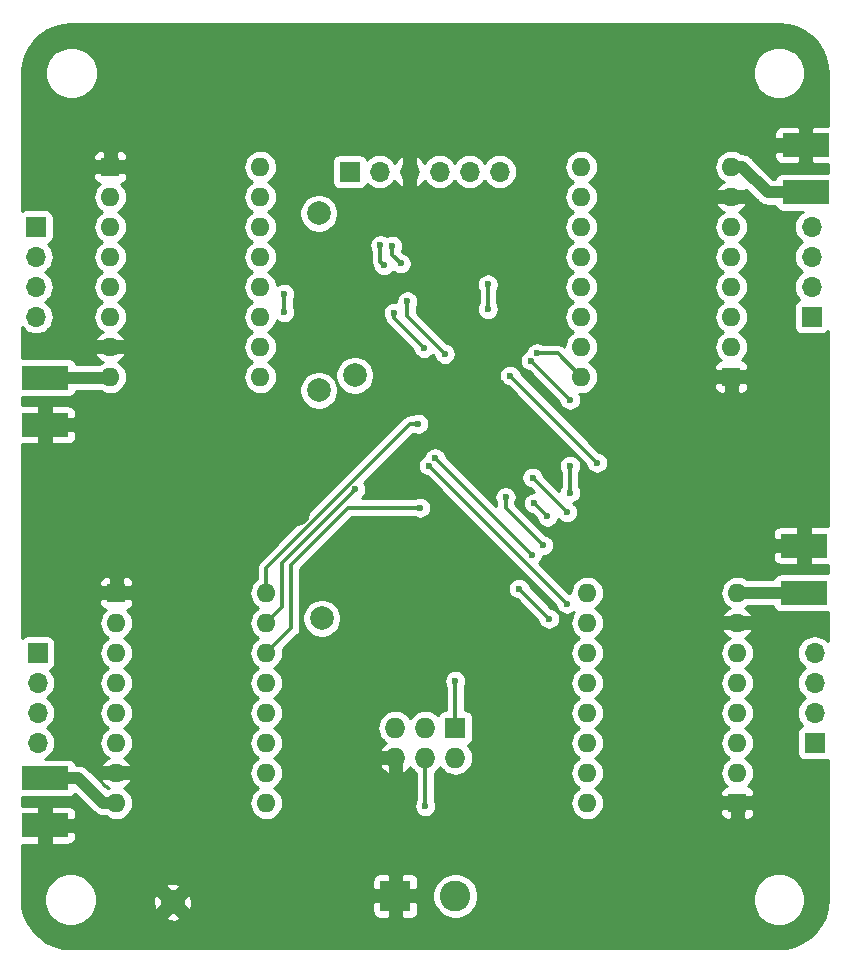
<source format=gbr>
G04 #@! TF.GenerationSoftware,KiCad,Pcbnew,5.1.4+dfsg1-1*
G04 #@! TF.CreationDate,2019-10-01T15:35:31+02:00*
G04 #@! TF.ProjectId,rover-pcb,726f7665-722d-4706-9362-2e6b69636164,1*
G04 #@! TF.SameCoordinates,Original*
G04 #@! TF.FileFunction,Copper,L2,Bot*
G04 #@! TF.FilePolarity,Positive*
%FSLAX46Y46*%
G04 Gerber Fmt 4.6, Leading zero omitted, Abs format (unit mm)*
G04 Created by KiCad (PCBNEW 5.1.4+dfsg1-1) date 2019-10-01 15:35:31*
%MOMM*%
%LPD*%
G04 APERTURE LIST*
%ADD10R,4.000000X2.000000*%
%ADD11O,1.700000X1.700000*%
%ADD12R,1.700000X1.700000*%
%ADD13C,2.000000*%
%ADD14C,2.600000*%
%ADD15R,2.600000X2.600000*%
%ADD16O,1.600000X1.600000*%
%ADD17R,1.600000X1.600000*%
%ADD18O,1.727200X1.727200*%
%ADD19R,1.727200X1.727200*%
%ADD20C,0.600000*%
%ADD21C,0.800000*%
%ADD22C,3.000000*%
%ADD23C,0.300000*%
%ADD24C,1.000000*%
%ADD25C,0.254000*%
G04 APERTURE END LIST*
D10*
X198120000Y-102013000D03*
X198120000Y-106013000D03*
X198247000Y-68104000D03*
X198247000Y-72104000D03*
X133858000Y-125698000D03*
X133858000Y-121698000D03*
X133858000Y-91789000D03*
X133858000Y-87789000D03*
D11*
X172339000Y-70358000D03*
X169799000Y-70358000D03*
X167259000Y-70358000D03*
X164719000Y-70358000D03*
X162179000Y-70358000D03*
D12*
X159639000Y-70358000D03*
D13*
X160083000Y-87607000D03*
X144653000Y-132207000D03*
X157035000Y-88877000D03*
X157289000Y-108181000D03*
X157035000Y-73891000D03*
D11*
X133223000Y-118722000D03*
X133223000Y-116182000D03*
X133223000Y-113642000D03*
D12*
X133223000Y-111102000D03*
D11*
X198755000Y-75034000D03*
X198755000Y-77574000D03*
X198755000Y-80114000D03*
D12*
X198755000Y-82654000D03*
D11*
X199009000Y-111102000D03*
X199009000Y-113642000D03*
X199009000Y-116182000D03*
D12*
X199009000Y-118722000D03*
D14*
X168592000Y-131676000D03*
D15*
X163512000Y-131676000D03*
D16*
X152590000Y-106022000D03*
X139890000Y-123802000D03*
X152590000Y-108562000D03*
X139890000Y-121262000D03*
X152590000Y-111102000D03*
X139890000Y-118722000D03*
X152590000Y-113642000D03*
X139890000Y-116182000D03*
X152590000Y-116182000D03*
X139890000Y-113642000D03*
X152590000Y-118722000D03*
X139890000Y-111102000D03*
X152590000Y-121262000D03*
X139890000Y-108562000D03*
X152590000Y-123802000D03*
D17*
X139890000Y-106022000D03*
D11*
X133096000Y-82654000D03*
X133096000Y-80114000D03*
X133096000Y-77574000D03*
D12*
X133096000Y-75034000D03*
D18*
X163512000Y-119992000D03*
X163512000Y-117452000D03*
X166052000Y-119992000D03*
X166052000Y-117452000D03*
X168592000Y-119992000D03*
D19*
X168592000Y-117452000D03*
D16*
X179260000Y-87734000D03*
X191960000Y-69954000D03*
X179260000Y-85194000D03*
X191960000Y-72494000D03*
X179260000Y-82654000D03*
X191960000Y-75034000D03*
X179260000Y-80114000D03*
X191960000Y-77574000D03*
X179260000Y-77574000D03*
X191960000Y-80114000D03*
X179260000Y-75034000D03*
X191960000Y-82654000D03*
X179260000Y-72494000D03*
X191960000Y-85194000D03*
X179260000Y-69954000D03*
D17*
X191960000Y-87734000D03*
D16*
X179768000Y-123802000D03*
X192468000Y-106022000D03*
X179768000Y-121262000D03*
X192468000Y-108562000D03*
X179768000Y-118722000D03*
X192468000Y-111102000D03*
X179768000Y-116182000D03*
X192468000Y-113642000D03*
X179768000Y-113642000D03*
X192468000Y-116182000D03*
X179768000Y-111102000D03*
X192468000Y-118722000D03*
X179768000Y-108562000D03*
X192468000Y-121262000D03*
X179768000Y-106022000D03*
D17*
X192468000Y-123802000D03*
D16*
X152082000Y-69954000D03*
X139382000Y-87734000D03*
X152082000Y-72494000D03*
X139382000Y-85194000D03*
X152082000Y-75034000D03*
X139382000Y-82654000D03*
X152082000Y-77574000D03*
X139382000Y-80114000D03*
X152082000Y-80114000D03*
X139382000Y-77574000D03*
X152082000Y-82654000D03*
X139382000Y-75034000D03*
X152082000Y-85194000D03*
X139382000Y-72494000D03*
X152082000Y-87734000D03*
D17*
X139382000Y-69954000D03*
D20*
X163969538Y-78129877D03*
X164528496Y-81343500D03*
X167703499Y-85788501D03*
X163258500Y-76644500D03*
X162242500Y-76581000D03*
X162560000Y-78295500D03*
X163385500Y-82296000D03*
X165945736Y-85280500D03*
X175006000Y-86360000D03*
X178308006Y-89662000D03*
X178308006Y-95249994D03*
X178308000Y-97536000D03*
D21*
X152273000Y-95885000D03*
X154559000Y-93853000D03*
X153162000Y-92583000D03*
X152146000Y-93599000D03*
X151003000Y-94615000D03*
X153416000Y-97155000D03*
X154559000Y-96012000D03*
X155702000Y-94996000D03*
X156845000Y-93980000D03*
X155575000Y-92837000D03*
X154305000Y-91567000D03*
D22*
X183291000Y-110841000D03*
X148940000Y-118776000D03*
X148399500Y-82550000D03*
X183004000Y-74927000D03*
D13*
X149836500Y-91694000D03*
D20*
X168402000Y-108775500D03*
X163766500Y-102743000D03*
X160845500Y-103695500D03*
X162963500Y-101600000D03*
X171386000Y-107949500D03*
D13*
X158877000Y-105727500D03*
D21*
X159861700Y-82137700D03*
X161409400Y-82550000D03*
X158838400Y-75222600D03*
X162433000Y-79946500D03*
X155878364Y-79932400D03*
D13*
X164592000Y-96075584D03*
D21*
X167640000Y-92825987D03*
D20*
X172475665Y-88255844D03*
D13*
X155234000Y-99314000D03*
D21*
X153416000Y-94869000D03*
D20*
X154114500Y-82235529D03*
X154114500Y-80708488D03*
X180594000Y-94996000D03*
X173228000Y-87630012D03*
X173990000Y-105664000D03*
X176530000Y-108204000D03*
X166370000Y-95250000D03*
X178054000Y-106934000D03*
X175513996Y-85725000D03*
X166052000Y-124079000D03*
X175260000Y-98425000D03*
X176387879Y-99552867D03*
X165474427Y-91694000D03*
X160126065Y-97261067D03*
X165608006Y-98805994D03*
X175069500Y-102806500D03*
X166878006Y-94615000D03*
X175133000Y-96266000D03*
X178054000Y-99187000D03*
X176022000Y-101981000D03*
X168592500Y-113474500D03*
X172847000Y-97917000D03*
X171348400Y-81991200D03*
X171348400Y-79908400D03*
D23*
X164528496Y-81343500D02*
X164528496Y-82613498D01*
X164528496Y-82613498D02*
X167403500Y-85488502D01*
X167403500Y-85488502D02*
X167703499Y-85788501D01*
X163258500Y-77418839D02*
X163969538Y-78129877D01*
X163258500Y-76644500D02*
X163258500Y-77418839D01*
D24*
X192477000Y-106013000D02*
X192468000Y-106022000D01*
X198120000Y-106013000D02*
X192477000Y-106013000D01*
X191960000Y-69954000D02*
X192890000Y-69954000D01*
X195040000Y-72104000D02*
X198247000Y-72104000D01*
X192890000Y-69954000D02*
X195040000Y-72104000D01*
X139327000Y-87789000D02*
X139382000Y-87734000D01*
X133858000Y-87789000D02*
X139327000Y-87789000D01*
X139890000Y-123802000D02*
X138788000Y-123802000D01*
X136684000Y-121698000D02*
X133858000Y-121698000D01*
X138788000Y-123802000D02*
X136684000Y-121698000D01*
D23*
X162242500Y-76581000D02*
X162242500Y-77978000D01*
X162242500Y-77978000D02*
X162560000Y-78295500D01*
X163385500Y-82720264D02*
X165945736Y-85280500D01*
X163385500Y-82296000D02*
X163385500Y-82720264D01*
X178308000Y-89662000D02*
X178308006Y-89662000D01*
X175006000Y-86360000D02*
X178308000Y-89662000D01*
X178308006Y-97535994D02*
X178308000Y-97536000D01*
X178308006Y-95249994D02*
X178308006Y-97535994D01*
X154114500Y-82235529D02*
X154114500Y-80708488D01*
X180594000Y-94996000D02*
X173228012Y-87630012D01*
X173228012Y-87630012D02*
X173228000Y-87630012D01*
X173990000Y-105664000D02*
X176530000Y-108204000D01*
X166370000Y-95250000D02*
X178054000Y-106934000D01*
X177251000Y-85725000D02*
X175938260Y-85725000D01*
X179260000Y-87734000D02*
X177251000Y-85725000D01*
X175938260Y-85725000D02*
X175513996Y-85725000D01*
X166052000Y-119992000D02*
X166052000Y-124079000D01*
X175260000Y-98425000D02*
X176387867Y-99552867D01*
X176387867Y-99552867D02*
X176387879Y-99552867D01*
X152590000Y-103877878D02*
X152590000Y-104890630D01*
X165474427Y-91694000D02*
X164773878Y-91694000D01*
X152590000Y-104890630D02*
X152590000Y-106022000D01*
X164773878Y-91694000D02*
X152590000Y-103877878D01*
X153924000Y-103463132D02*
X159826066Y-97561066D01*
X159826066Y-97561066D02*
X160126065Y-97261067D01*
X153924000Y-107228000D02*
X153924000Y-103463132D01*
X152590000Y-108562000D02*
X153924000Y-107228000D01*
X159512006Y-98805994D02*
X165183742Y-98805994D01*
X152590000Y-111102000D02*
X154686000Y-109006000D01*
X165183742Y-98805994D02*
X165608006Y-98805994D01*
X154686000Y-103632000D02*
X159512006Y-98805994D01*
X154686000Y-109006000D02*
X154686000Y-103632000D01*
X175069500Y-102806500D02*
X166878006Y-94615006D01*
X166878006Y-94615006D02*
X166878006Y-94615000D01*
X178054000Y-99187000D02*
X177292000Y-98425000D01*
X177292000Y-98425000D02*
X175133000Y-96266000D01*
X168592500Y-117451500D02*
X168592000Y-117452000D01*
X168592500Y-113474500D02*
X168592500Y-117451500D01*
X172847000Y-98806000D02*
X172847000Y-97917000D01*
X176022000Y-101981000D02*
X172847000Y-98806000D01*
X171348400Y-81991200D02*
X171348400Y-79908400D01*
D25*
G36*
X196728081Y-57953497D02*
G01*
X197433147Y-58146381D01*
X198092916Y-58461075D01*
X198686527Y-58887628D01*
X199195221Y-59412559D01*
X199602920Y-60019279D01*
X199896734Y-60688605D01*
X200069011Y-61406191D01*
X200115001Y-62032461D01*
X200115001Y-66466224D01*
X198878750Y-66469000D01*
X198720000Y-66627750D01*
X198720000Y-67631000D01*
X198740000Y-67631000D01*
X198740000Y-68577000D01*
X198720000Y-68577000D01*
X198720000Y-69580250D01*
X198878750Y-69739000D01*
X200115001Y-69741776D01*
X200115001Y-70465928D01*
X196247000Y-70465928D01*
X196122518Y-70478188D01*
X196002820Y-70514498D01*
X195892506Y-70573463D01*
X195795815Y-70652815D01*
X195716463Y-70749506D01*
X195657498Y-70859820D01*
X195624379Y-70969000D01*
X195510132Y-70969000D01*
X193731996Y-69190865D01*
X193696449Y-69147551D01*
X193643383Y-69104000D01*
X195608928Y-69104000D01*
X195621188Y-69228482D01*
X195657498Y-69348180D01*
X195716463Y-69458494D01*
X195795815Y-69555185D01*
X195892506Y-69634537D01*
X196002820Y-69693502D01*
X196122518Y-69729812D01*
X196247000Y-69742072D01*
X197615250Y-69739000D01*
X197774000Y-69580250D01*
X197774000Y-68577000D01*
X195770750Y-68577000D01*
X195612000Y-68735750D01*
X195608928Y-69104000D01*
X193643383Y-69104000D01*
X193523623Y-69005716D01*
X193326447Y-68900324D01*
X193112499Y-68835423D01*
X192945752Y-68819000D01*
X192945751Y-68819000D01*
X192890000Y-68813509D01*
X192838493Y-68818582D01*
X192761101Y-68755068D01*
X192511808Y-68621818D01*
X192241309Y-68539764D01*
X192030492Y-68519000D01*
X191889508Y-68519000D01*
X191678691Y-68539764D01*
X191408192Y-68621818D01*
X191158899Y-68755068D01*
X190940392Y-68934392D01*
X190761068Y-69152899D01*
X190627818Y-69402192D01*
X190545764Y-69672691D01*
X190518057Y-69954000D01*
X190545764Y-70235309D01*
X190627818Y-70505808D01*
X190761068Y-70755101D01*
X190940392Y-70973608D01*
X191158899Y-71152932D01*
X191338251Y-71248798D01*
X191280882Y-71229850D01*
X191047308Y-71386630D01*
X190848808Y-71585965D01*
X190695868Y-71814885D01*
X190774637Y-72021000D01*
X191487000Y-72021000D01*
X191487000Y-72001000D01*
X192433000Y-72001000D01*
X192433000Y-72021000D01*
X193145363Y-72021000D01*
X193202461Y-71871592D01*
X194198009Y-72867141D01*
X194233551Y-72910449D01*
X194406377Y-73052284D01*
X194603553Y-73157676D01*
X194767705Y-73207471D01*
X194817500Y-73222577D01*
X195039999Y-73244491D01*
X195095751Y-73239000D01*
X195624379Y-73239000D01*
X195657498Y-73348180D01*
X195716463Y-73458494D01*
X195795815Y-73555185D01*
X195892506Y-73634537D01*
X196002820Y-73693502D01*
X196122518Y-73729812D01*
X196247000Y-73742072D01*
X198021816Y-73742072D01*
X197925986Y-73793294D01*
X197699866Y-73978866D01*
X197514294Y-74204986D01*
X197376401Y-74462966D01*
X197291487Y-74742889D01*
X197262815Y-75034000D01*
X197291487Y-75325111D01*
X197376401Y-75605034D01*
X197514294Y-75863014D01*
X197699866Y-76089134D01*
X197925986Y-76274706D01*
X197980791Y-76304000D01*
X197925986Y-76333294D01*
X197699866Y-76518866D01*
X197514294Y-76744986D01*
X197376401Y-77002966D01*
X197291487Y-77282889D01*
X197262815Y-77574000D01*
X197291487Y-77865111D01*
X197376401Y-78145034D01*
X197514294Y-78403014D01*
X197699866Y-78629134D01*
X197925986Y-78814706D01*
X197980791Y-78844000D01*
X197925986Y-78873294D01*
X197699866Y-79058866D01*
X197514294Y-79284986D01*
X197376401Y-79542966D01*
X197291487Y-79822889D01*
X197262815Y-80114000D01*
X197291487Y-80405111D01*
X197376401Y-80685034D01*
X197514294Y-80943014D01*
X197699866Y-81169134D01*
X197729687Y-81193607D01*
X197660820Y-81214498D01*
X197550506Y-81273463D01*
X197453815Y-81352815D01*
X197374463Y-81449506D01*
X197315498Y-81559820D01*
X197279188Y-81679518D01*
X197266928Y-81804000D01*
X197266928Y-83504000D01*
X197279188Y-83628482D01*
X197315498Y-83748180D01*
X197374463Y-83858494D01*
X197453815Y-83955185D01*
X197550506Y-84034537D01*
X197660820Y-84093502D01*
X197780518Y-84129812D01*
X197905000Y-84142072D01*
X199605000Y-84142072D01*
X199729482Y-84129812D01*
X199849180Y-84093502D01*
X199959494Y-84034537D01*
X200056185Y-83955185D01*
X200115001Y-83883518D01*
X200115000Y-100374939D01*
X198751750Y-100378000D01*
X198593000Y-100536750D01*
X198593000Y-101540000D01*
X198613000Y-101540000D01*
X198613000Y-102486000D01*
X198593000Y-102486000D01*
X198593000Y-103489250D01*
X198751750Y-103648000D01*
X200115000Y-103651061D01*
X200115000Y-104374928D01*
X196120000Y-104374928D01*
X195995518Y-104387188D01*
X195875820Y-104423498D01*
X195765506Y-104482463D01*
X195668815Y-104561815D01*
X195589463Y-104658506D01*
X195530498Y-104768820D01*
X195497379Y-104878000D01*
X193336036Y-104878000D01*
X193269101Y-104823068D01*
X193019808Y-104689818D01*
X192749309Y-104607764D01*
X192538492Y-104587000D01*
X192397508Y-104587000D01*
X192186691Y-104607764D01*
X191916192Y-104689818D01*
X191666899Y-104823068D01*
X191448392Y-105002392D01*
X191269068Y-105220899D01*
X191135818Y-105470192D01*
X191053764Y-105740691D01*
X191026057Y-106022000D01*
X191053764Y-106303309D01*
X191135818Y-106573808D01*
X191269068Y-106823101D01*
X191448392Y-107041608D01*
X191666899Y-107220932D01*
X191846251Y-107316798D01*
X191788882Y-107297850D01*
X191555308Y-107454630D01*
X191356808Y-107653965D01*
X191203868Y-107882885D01*
X191282637Y-108089000D01*
X191995000Y-108089000D01*
X191995000Y-108069000D01*
X192941000Y-108069000D01*
X192941000Y-108089000D01*
X193653363Y-108089000D01*
X193732132Y-107882885D01*
X193579192Y-107653965D01*
X193380692Y-107454630D01*
X193147118Y-107297850D01*
X193089749Y-107316798D01*
X193269101Y-107220932D01*
X193357969Y-107148000D01*
X195497379Y-107148000D01*
X195530498Y-107257180D01*
X195589463Y-107367494D01*
X195668815Y-107464185D01*
X195765506Y-107543537D01*
X195875820Y-107602502D01*
X195995518Y-107638812D01*
X196120000Y-107651072D01*
X200115000Y-107651072D01*
X200115000Y-110108847D01*
X200064134Y-110046866D01*
X199838014Y-109861294D01*
X199580034Y-109723401D01*
X199300111Y-109638487D01*
X199081950Y-109617000D01*
X198936050Y-109617000D01*
X198717889Y-109638487D01*
X198437966Y-109723401D01*
X198179986Y-109861294D01*
X197953866Y-110046866D01*
X197768294Y-110272986D01*
X197630401Y-110530966D01*
X197545487Y-110810889D01*
X197516815Y-111102000D01*
X197545487Y-111393111D01*
X197630401Y-111673034D01*
X197768294Y-111931014D01*
X197953866Y-112157134D01*
X198179986Y-112342706D01*
X198234791Y-112372000D01*
X198179986Y-112401294D01*
X197953866Y-112586866D01*
X197768294Y-112812986D01*
X197630401Y-113070966D01*
X197545487Y-113350889D01*
X197516815Y-113642000D01*
X197545487Y-113933111D01*
X197630401Y-114213034D01*
X197768294Y-114471014D01*
X197953866Y-114697134D01*
X198179986Y-114882706D01*
X198234791Y-114912000D01*
X198179986Y-114941294D01*
X197953866Y-115126866D01*
X197768294Y-115352986D01*
X197630401Y-115610966D01*
X197545487Y-115890889D01*
X197516815Y-116182000D01*
X197545487Y-116473111D01*
X197630401Y-116753034D01*
X197768294Y-117011014D01*
X197953866Y-117237134D01*
X197983687Y-117261607D01*
X197914820Y-117282498D01*
X197804506Y-117341463D01*
X197707815Y-117420815D01*
X197628463Y-117517506D01*
X197569498Y-117627820D01*
X197533188Y-117747518D01*
X197520928Y-117872000D01*
X197520928Y-119572000D01*
X197533188Y-119696482D01*
X197569498Y-119816180D01*
X197628463Y-119926494D01*
X197707815Y-120023185D01*
X197804506Y-120102537D01*
X197914820Y-120161502D01*
X198034518Y-120197812D01*
X198159000Y-120210072D01*
X199859000Y-120210072D01*
X199983482Y-120197812D01*
X200103180Y-120161502D01*
X200115000Y-120155184D01*
X200115000Y-131960591D01*
X200046503Y-132728082D01*
X199853619Y-133433147D01*
X199538926Y-134092914D01*
X199112372Y-134686526D01*
X198587438Y-135195223D01*
X197980723Y-135602919D01*
X197311395Y-135896734D01*
X196593810Y-136069011D01*
X195967554Y-136115000D01*
X136039409Y-136115000D01*
X135271918Y-136046503D01*
X134566853Y-135853619D01*
X133907086Y-135538926D01*
X133313474Y-135112372D01*
X132804777Y-134587438D01*
X132397081Y-133980723D01*
X132103266Y-133311395D01*
X131930989Y-132593810D01*
X131885000Y-131967554D01*
X131885000Y-131779872D01*
X133765000Y-131779872D01*
X133765000Y-132220128D01*
X133850890Y-132651925D01*
X134019369Y-133058669D01*
X134263962Y-133424729D01*
X134575271Y-133736038D01*
X134941331Y-133980631D01*
X135348075Y-134149110D01*
X135779872Y-134235000D01*
X136220128Y-134235000D01*
X136651925Y-134149110D01*
X137058669Y-133980631D01*
X137424729Y-133736038D01*
X137624568Y-133536199D01*
X143992724Y-133536199D01*
X144110874Y-133757889D01*
X144423854Y-133833853D01*
X144745640Y-133847298D01*
X145063867Y-133797707D01*
X145195126Y-133757889D01*
X145313276Y-133536199D01*
X144753077Y-132976000D01*
X161573928Y-132976000D01*
X161586188Y-133100482D01*
X161622498Y-133220180D01*
X161681463Y-133330494D01*
X161760815Y-133427185D01*
X161857506Y-133506537D01*
X161967820Y-133565502D01*
X162087518Y-133601812D01*
X162212000Y-133614072D01*
X162880250Y-133611000D01*
X163039000Y-133452250D01*
X163039000Y-132149000D01*
X163985000Y-132149000D01*
X163985000Y-133452250D01*
X164143750Y-133611000D01*
X164812000Y-133614072D01*
X164936482Y-133601812D01*
X165056180Y-133565502D01*
X165166494Y-133506537D01*
X165263185Y-133427185D01*
X165342537Y-133330494D01*
X165401502Y-133220180D01*
X165437812Y-133100482D01*
X165450072Y-132976000D01*
X165447000Y-132307750D01*
X165288250Y-132149000D01*
X163985000Y-132149000D01*
X163039000Y-132149000D01*
X161735750Y-132149000D01*
X161577000Y-132307750D01*
X161573928Y-132976000D01*
X144753077Y-132976000D01*
X144653000Y-132875923D01*
X143992724Y-133536199D01*
X137624568Y-133536199D01*
X137736038Y-133424729D01*
X137980631Y-133058669D01*
X138149110Y-132651925D01*
X138219184Y-132299640D01*
X143012702Y-132299640D01*
X143062293Y-132617867D01*
X143102111Y-132749126D01*
X143323801Y-132867276D01*
X143984077Y-132207000D01*
X145321923Y-132207000D01*
X145982199Y-132867276D01*
X146203889Y-132749126D01*
X146279853Y-132436146D01*
X146293298Y-132114360D01*
X146243707Y-131796133D01*
X146203889Y-131664874D01*
X145982199Y-131546724D01*
X145321923Y-132207000D01*
X143984077Y-132207000D01*
X143323801Y-131546724D01*
X143102111Y-131664874D01*
X143026147Y-131977854D01*
X143012702Y-132299640D01*
X138219184Y-132299640D01*
X138235000Y-132220128D01*
X138235000Y-131779872D01*
X138149110Y-131348075D01*
X137980631Y-130941331D01*
X137938182Y-130877801D01*
X143992724Y-130877801D01*
X144653000Y-131538077D01*
X144705658Y-131485419D01*
X166657000Y-131485419D01*
X166657000Y-131866581D01*
X166731361Y-132240419D01*
X166877225Y-132592566D01*
X167088987Y-132909491D01*
X167358509Y-133179013D01*
X167675434Y-133390775D01*
X168027581Y-133536639D01*
X168401419Y-133611000D01*
X168782581Y-133611000D01*
X169156419Y-133536639D01*
X169508566Y-133390775D01*
X169825491Y-133179013D01*
X170095013Y-132909491D01*
X170306775Y-132592566D01*
X170452639Y-132240419D01*
X170527000Y-131866581D01*
X170527000Y-131779872D01*
X193765000Y-131779872D01*
X193765000Y-132220128D01*
X193850890Y-132651925D01*
X194019369Y-133058669D01*
X194263962Y-133424729D01*
X194575271Y-133736038D01*
X194941331Y-133980631D01*
X195348075Y-134149110D01*
X195779872Y-134235000D01*
X196220128Y-134235000D01*
X196651925Y-134149110D01*
X197058669Y-133980631D01*
X197424729Y-133736038D01*
X197736038Y-133424729D01*
X197980631Y-133058669D01*
X198149110Y-132651925D01*
X198235000Y-132220128D01*
X198235000Y-131779872D01*
X198149110Y-131348075D01*
X197980631Y-130941331D01*
X197736038Y-130575271D01*
X197424729Y-130263962D01*
X197058669Y-130019369D01*
X196651925Y-129850890D01*
X196220128Y-129765000D01*
X195779872Y-129765000D01*
X195348075Y-129850890D01*
X194941331Y-130019369D01*
X194575271Y-130263962D01*
X194263962Y-130575271D01*
X194019369Y-130941331D01*
X193850890Y-131348075D01*
X193765000Y-131779872D01*
X170527000Y-131779872D01*
X170527000Y-131485419D01*
X170452639Y-131111581D01*
X170306775Y-130759434D01*
X170095013Y-130442509D01*
X169825491Y-130172987D01*
X169508566Y-129961225D01*
X169156419Y-129815361D01*
X168782581Y-129741000D01*
X168401419Y-129741000D01*
X168027581Y-129815361D01*
X167675434Y-129961225D01*
X167358509Y-130172987D01*
X167088987Y-130442509D01*
X166877225Y-130759434D01*
X166731361Y-131111581D01*
X166657000Y-131485419D01*
X144705658Y-131485419D01*
X145313276Y-130877801D01*
X145195126Y-130656111D01*
X144882146Y-130580147D01*
X144560360Y-130566702D01*
X144242133Y-130616293D01*
X144110874Y-130656111D01*
X143992724Y-130877801D01*
X137938182Y-130877801D01*
X137736038Y-130575271D01*
X137536767Y-130376000D01*
X161573928Y-130376000D01*
X161577000Y-131044250D01*
X161735750Y-131203000D01*
X163039000Y-131203000D01*
X163039000Y-129899750D01*
X163985000Y-129899750D01*
X163985000Y-131203000D01*
X165288250Y-131203000D01*
X165447000Y-131044250D01*
X165450072Y-130376000D01*
X165437812Y-130251518D01*
X165401502Y-130131820D01*
X165342537Y-130021506D01*
X165263185Y-129924815D01*
X165166494Y-129845463D01*
X165056180Y-129786498D01*
X164936482Y-129750188D01*
X164812000Y-129737928D01*
X164143750Y-129741000D01*
X163985000Y-129899750D01*
X163039000Y-129899750D01*
X162880250Y-129741000D01*
X162212000Y-129737928D01*
X162087518Y-129750188D01*
X161967820Y-129786498D01*
X161857506Y-129845463D01*
X161760815Y-129924815D01*
X161681463Y-130021506D01*
X161622498Y-130131820D01*
X161586188Y-130251518D01*
X161573928Y-130376000D01*
X137536767Y-130376000D01*
X137424729Y-130263962D01*
X137058669Y-130019369D01*
X136651925Y-129850890D01*
X136220128Y-129765000D01*
X135779872Y-129765000D01*
X135348075Y-129850890D01*
X134941331Y-130019369D01*
X134575271Y-130263962D01*
X134263962Y-130575271D01*
X134019369Y-130941331D01*
X133850890Y-131348075D01*
X133765000Y-131779872D01*
X131885000Y-131779872D01*
X131885000Y-127336011D01*
X133226250Y-127333000D01*
X133385000Y-127174250D01*
X133385000Y-126171000D01*
X134331000Y-126171000D01*
X134331000Y-127174250D01*
X134489750Y-127333000D01*
X135858000Y-127336072D01*
X135982482Y-127323812D01*
X136102180Y-127287502D01*
X136212494Y-127228537D01*
X136309185Y-127149185D01*
X136388537Y-127052494D01*
X136447502Y-126942180D01*
X136483812Y-126822482D01*
X136496072Y-126698000D01*
X136493000Y-126329750D01*
X136334250Y-126171000D01*
X134331000Y-126171000D01*
X133385000Y-126171000D01*
X133365000Y-126171000D01*
X133365000Y-125225000D01*
X133385000Y-125225000D01*
X133385000Y-124221750D01*
X134331000Y-124221750D01*
X134331000Y-125225000D01*
X136334250Y-125225000D01*
X136493000Y-125066250D01*
X136496072Y-124698000D01*
X136483812Y-124573518D01*
X136447502Y-124453820D01*
X136388537Y-124343506D01*
X136309185Y-124246815D01*
X136212494Y-124167463D01*
X136102180Y-124108498D01*
X135982482Y-124072188D01*
X135858000Y-124059928D01*
X134489750Y-124063000D01*
X134331000Y-124221750D01*
X133385000Y-124221750D01*
X133226250Y-124063000D01*
X131885000Y-124059989D01*
X131885000Y-123336072D01*
X135858000Y-123336072D01*
X135982482Y-123323812D01*
X136102180Y-123287502D01*
X136212494Y-123228537D01*
X136309185Y-123149185D01*
X136388537Y-123052494D01*
X136404151Y-123023282D01*
X137946009Y-124565141D01*
X137981551Y-124608449D01*
X138154377Y-124750284D01*
X138351553Y-124855676D01*
X138565501Y-124920577D01*
X138732248Y-124937000D01*
X138732257Y-124937000D01*
X138787999Y-124942490D01*
X138843741Y-124937000D01*
X139010998Y-124937000D01*
X139088899Y-125000932D01*
X139338192Y-125134182D01*
X139608691Y-125216236D01*
X139819508Y-125237000D01*
X139960492Y-125237000D01*
X140171309Y-125216236D01*
X140441808Y-125134182D01*
X140691101Y-125000932D01*
X140909608Y-124821608D01*
X141088932Y-124603101D01*
X141222182Y-124353808D01*
X141304236Y-124083309D01*
X141331943Y-123802000D01*
X141304236Y-123520691D01*
X141222182Y-123250192D01*
X141088932Y-123000899D01*
X140909608Y-122782392D01*
X140691101Y-122603068D01*
X140511749Y-122507202D01*
X140569118Y-122526150D01*
X140802692Y-122369370D01*
X141001192Y-122170035D01*
X141154132Y-121941115D01*
X141075363Y-121735000D01*
X140363000Y-121735000D01*
X140363000Y-121755000D01*
X139417000Y-121755000D01*
X139417000Y-121735000D01*
X138704637Y-121735000D01*
X138625868Y-121941115D01*
X138778808Y-122170035D01*
X138977308Y-122369370D01*
X139210882Y-122526150D01*
X139268251Y-122507202D01*
X139157521Y-122566389D01*
X137525996Y-120934865D01*
X137490449Y-120891551D01*
X137317623Y-120749716D01*
X137120447Y-120644324D01*
X136906499Y-120579423D01*
X136739752Y-120563000D01*
X136739751Y-120563000D01*
X136684000Y-120557509D01*
X136628249Y-120563000D01*
X136480621Y-120563000D01*
X136447502Y-120453820D01*
X136388537Y-120343506D01*
X136309185Y-120246815D01*
X136212494Y-120167463D01*
X136102180Y-120108498D01*
X135982482Y-120072188D01*
X135858000Y-120059928D01*
X133870124Y-120059928D01*
X134052014Y-119962706D01*
X134278134Y-119777134D01*
X134463706Y-119551014D01*
X134601599Y-119293034D01*
X134686513Y-119013111D01*
X134715185Y-118722000D01*
X134686513Y-118430889D01*
X134601599Y-118150966D01*
X134463706Y-117892986D01*
X134278134Y-117666866D01*
X134052014Y-117481294D01*
X133997209Y-117452000D01*
X134052014Y-117422706D01*
X134278134Y-117237134D01*
X134463706Y-117011014D01*
X134601599Y-116753034D01*
X134686513Y-116473111D01*
X134715185Y-116182000D01*
X134686513Y-115890889D01*
X134601599Y-115610966D01*
X134463706Y-115352986D01*
X134278134Y-115126866D01*
X134052014Y-114941294D01*
X133997209Y-114912000D01*
X134052014Y-114882706D01*
X134278134Y-114697134D01*
X134463706Y-114471014D01*
X134601599Y-114213034D01*
X134686513Y-113933111D01*
X134715185Y-113642000D01*
X134686513Y-113350889D01*
X134601599Y-113070966D01*
X134463706Y-112812986D01*
X134278134Y-112586866D01*
X134248313Y-112562393D01*
X134317180Y-112541502D01*
X134427494Y-112482537D01*
X134524185Y-112403185D01*
X134603537Y-112306494D01*
X134662502Y-112196180D01*
X134698812Y-112076482D01*
X134711072Y-111952000D01*
X134711072Y-110252000D01*
X134698812Y-110127518D01*
X134662502Y-110007820D01*
X134603537Y-109897506D01*
X134524185Y-109800815D01*
X134427494Y-109721463D01*
X134317180Y-109662498D01*
X134197482Y-109626188D01*
X134073000Y-109613928D01*
X132373000Y-109613928D01*
X132248518Y-109626188D01*
X132128820Y-109662498D01*
X132018506Y-109721463D01*
X131921815Y-109800815D01*
X131885000Y-109845674D01*
X131885000Y-108562000D01*
X138448057Y-108562000D01*
X138475764Y-108843309D01*
X138557818Y-109113808D01*
X138691068Y-109363101D01*
X138870392Y-109581608D01*
X139088899Y-109760932D01*
X139221858Y-109832000D01*
X139088899Y-109903068D01*
X138870392Y-110082392D01*
X138691068Y-110300899D01*
X138557818Y-110550192D01*
X138475764Y-110820691D01*
X138448057Y-111102000D01*
X138475764Y-111383309D01*
X138557818Y-111653808D01*
X138691068Y-111903101D01*
X138870392Y-112121608D01*
X139088899Y-112300932D01*
X139221858Y-112372000D01*
X139088899Y-112443068D01*
X138870392Y-112622392D01*
X138691068Y-112840899D01*
X138557818Y-113090192D01*
X138475764Y-113360691D01*
X138448057Y-113642000D01*
X138475764Y-113923309D01*
X138557818Y-114193808D01*
X138691068Y-114443101D01*
X138870392Y-114661608D01*
X139088899Y-114840932D01*
X139221858Y-114912000D01*
X139088899Y-114983068D01*
X138870392Y-115162392D01*
X138691068Y-115380899D01*
X138557818Y-115630192D01*
X138475764Y-115900691D01*
X138448057Y-116182000D01*
X138475764Y-116463309D01*
X138557818Y-116733808D01*
X138691068Y-116983101D01*
X138870392Y-117201608D01*
X139088899Y-117380932D01*
X139221858Y-117452000D01*
X139088899Y-117523068D01*
X138870392Y-117702392D01*
X138691068Y-117920899D01*
X138557818Y-118170192D01*
X138475764Y-118440691D01*
X138448057Y-118722000D01*
X138475764Y-119003309D01*
X138557818Y-119273808D01*
X138691068Y-119523101D01*
X138870392Y-119741608D01*
X139088899Y-119920932D01*
X139268251Y-120016798D01*
X139210882Y-119997850D01*
X138977308Y-120154630D01*
X138778808Y-120353965D01*
X138625868Y-120582885D01*
X138704637Y-120789000D01*
X139417000Y-120789000D01*
X139417000Y-120769000D01*
X140363000Y-120769000D01*
X140363000Y-120789000D01*
X141075363Y-120789000D01*
X141154132Y-120582885D01*
X141001192Y-120353965D01*
X140802692Y-120154630D01*
X140569118Y-119997850D01*
X140511749Y-120016798D01*
X140691101Y-119920932D01*
X140909608Y-119741608D01*
X141088932Y-119523101D01*
X141222182Y-119273808D01*
X141304236Y-119003309D01*
X141331943Y-118722000D01*
X141304236Y-118440691D01*
X141222182Y-118170192D01*
X141088932Y-117920899D01*
X140909608Y-117702392D01*
X140691101Y-117523068D01*
X140558142Y-117452000D01*
X140691101Y-117380932D01*
X140909608Y-117201608D01*
X141088932Y-116983101D01*
X141222182Y-116733808D01*
X141304236Y-116463309D01*
X141331943Y-116182000D01*
X141304236Y-115900691D01*
X141222182Y-115630192D01*
X141088932Y-115380899D01*
X140909608Y-115162392D01*
X140691101Y-114983068D01*
X140558142Y-114912000D01*
X140691101Y-114840932D01*
X140909608Y-114661608D01*
X141088932Y-114443101D01*
X141222182Y-114193808D01*
X141304236Y-113923309D01*
X141331943Y-113642000D01*
X141304236Y-113360691D01*
X141222182Y-113090192D01*
X141088932Y-112840899D01*
X140909608Y-112622392D01*
X140691101Y-112443068D01*
X140558142Y-112372000D01*
X140691101Y-112300932D01*
X140909608Y-112121608D01*
X141088932Y-111903101D01*
X141222182Y-111653808D01*
X141304236Y-111383309D01*
X141331943Y-111102000D01*
X141304236Y-110820691D01*
X141222182Y-110550192D01*
X141088932Y-110300899D01*
X140909608Y-110082392D01*
X140691101Y-109903068D01*
X140558142Y-109832000D01*
X140691101Y-109760932D01*
X140909608Y-109581608D01*
X141088932Y-109363101D01*
X141222182Y-109113808D01*
X141304236Y-108843309D01*
X141331943Y-108562000D01*
X141304236Y-108280691D01*
X141222182Y-108010192D01*
X141088932Y-107760899D01*
X140909608Y-107542392D01*
X140796518Y-107449581D01*
X140814482Y-107447812D01*
X140934180Y-107411502D01*
X141044494Y-107352537D01*
X141141185Y-107273185D01*
X141220537Y-107176494D01*
X141279502Y-107066180D01*
X141315812Y-106946482D01*
X141328072Y-106822000D01*
X141325000Y-106653750D01*
X141166250Y-106495000D01*
X140363000Y-106495000D01*
X140363000Y-106515000D01*
X139417000Y-106515000D01*
X139417000Y-106495000D01*
X138613750Y-106495000D01*
X138455000Y-106653750D01*
X138451928Y-106822000D01*
X138464188Y-106946482D01*
X138500498Y-107066180D01*
X138559463Y-107176494D01*
X138638815Y-107273185D01*
X138735506Y-107352537D01*
X138845820Y-107411502D01*
X138965518Y-107447812D01*
X138983482Y-107449581D01*
X138870392Y-107542392D01*
X138691068Y-107760899D01*
X138557818Y-108010192D01*
X138475764Y-108280691D01*
X138448057Y-108562000D01*
X131885000Y-108562000D01*
X131885000Y-106022000D01*
X151148057Y-106022000D01*
X151175764Y-106303309D01*
X151257818Y-106573808D01*
X151391068Y-106823101D01*
X151570392Y-107041608D01*
X151788899Y-107220932D01*
X151921858Y-107292000D01*
X151788899Y-107363068D01*
X151570392Y-107542392D01*
X151391068Y-107760899D01*
X151257818Y-108010192D01*
X151175764Y-108280691D01*
X151148057Y-108562000D01*
X151175764Y-108843309D01*
X151257818Y-109113808D01*
X151391068Y-109363101D01*
X151570392Y-109581608D01*
X151788899Y-109760932D01*
X151921858Y-109832000D01*
X151788899Y-109903068D01*
X151570392Y-110082392D01*
X151391068Y-110300899D01*
X151257818Y-110550192D01*
X151175764Y-110820691D01*
X151148057Y-111102000D01*
X151175764Y-111383309D01*
X151257818Y-111653808D01*
X151391068Y-111903101D01*
X151570392Y-112121608D01*
X151788899Y-112300932D01*
X151921858Y-112372000D01*
X151788899Y-112443068D01*
X151570392Y-112622392D01*
X151391068Y-112840899D01*
X151257818Y-113090192D01*
X151175764Y-113360691D01*
X151148057Y-113642000D01*
X151175764Y-113923309D01*
X151257818Y-114193808D01*
X151391068Y-114443101D01*
X151570392Y-114661608D01*
X151788899Y-114840932D01*
X151921858Y-114912000D01*
X151788899Y-114983068D01*
X151570392Y-115162392D01*
X151391068Y-115380899D01*
X151257818Y-115630192D01*
X151175764Y-115900691D01*
X151148057Y-116182000D01*
X151175764Y-116463309D01*
X151257818Y-116733808D01*
X151391068Y-116983101D01*
X151570392Y-117201608D01*
X151788899Y-117380932D01*
X151921858Y-117452000D01*
X151788899Y-117523068D01*
X151570392Y-117702392D01*
X151391068Y-117920899D01*
X151257818Y-118170192D01*
X151175764Y-118440691D01*
X151148057Y-118722000D01*
X151175764Y-119003309D01*
X151257818Y-119273808D01*
X151391068Y-119523101D01*
X151570392Y-119741608D01*
X151788899Y-119920932D01*
X151921858Y-119992000D01*
X151788899Y-120063068D01*
X151570392Y-120242392D01*
X151391068Y-120460899D01*
X151257818Y-120710192D01*
X151175764Y-120980691D01*
X151148057Y-121262000D01*
X151175764Y-121543309D01*
X151257818Y-121813808D01*
X151391068Y-122063101D01*
X151570392Y-122281608D01*
X151788899Y-122460932D01*
X151921858Y-122532000D01*
X151788899Y-122603068D01*
X151570392Y-122782392D01*
X151391068Y-123000899D01*
X151257818Y-123250192D01*
X151175764Y-123520691D01*
X151148057Y-123802000D01*
X151175764Y-124083309D01*
X151257818Y-124353808D01*
X151391068Y-124603101D01*
X151570392Y-124821608D01*
X151788899Y-125000932D01*
X152038192Y-125134182D01*
X152308691Y-125216236D01*
X152519508Y-125237000D01*
X152660492Y-125237000D01*
X152871309Y-125216236D01*
X153141808Y-125134182D01*
X153391101Y-125000932D01*
X153609608Y-124821608D01*
X153788932Y-124603101D01*
X153922182Y-124353808D01*
X154004236Y-124083309D01*
X154031943Y-123802000D01*
X154004236Y-123520691D01*
X153922182Y-123250192D01*
X153788932Y-123000899D01*
X153609608Y-122782392D01*
X153391101Y-122603068D01*
X153258142Y-122532000D01*
X153391101Y-122460932D01*
X153609608Y-122281608D01*
X153788932Y-122063101D01*
X153922182Y-121813808D01*
X154004236Y-121543309D01*
X154031943Y-121262000D01*
X154004236Y-120980691D01*
X153922182Y-120710192D01*
X153906915Y-120681629D01*
X162181486Y-120681629D01*
X162341591Y-120927948D01*
X162546674Y-121138299D01*
X162788854Y-121304599D01*
X162822374Y-121322495D01*
X163039000Y-121245582D01*
X163039000Y-120465000D01*
X162248735Y-120465000D01*
X162181486Y-120681629D01*
X153906915Y-120681629D01*
X153788932Y-120460899D01*
X153609608Y-120242392D01*
X153391101Y-120063068D01*
X153258142Y-119992000D01*
X153391101Y-119920932D01*
X153609608Y-119741608D01*
X153788932Y-119523101D01*
X153922182Y-119273808D01*
X154004236Y-119003309D01*
X154031943Y-118722000D01*
X154004236Y-118440691D01*
X153922182Y-118170192D01*
X153788932Y-117920899D01*
X153609608Y-117702392D01*
X153391101Y-117523068D01*
X153258142Y-117452000D01*
X162006149Y-117452000D01*
X162035084Y-117745777D01*
X162120775Y-118028264D01*
X162259931Y-118288606D01*
X162447203Y-118516797D01*
X162675394Y-118704069D01*
X162718993Y-118727373D01*
X162546674Y-118845701D01*
X162341591Y-119056052D01*
X162181486Y-119302371D01*
X162248735Y-119519000D01*
X163039000Y-119519000D01*
X163039000Y-119499000D01*
X163985000Y-119499000D01*
X163985000Y-119519000D01*
X164005000Y-119519000D01*
X164005000Y-120465000D01*
X163985000Y-120465000D01*
X163985000Y-121245582D01*
X164201626Y-121322495D01*
X164235146Y-121304599D01*
X164477326Y-121138299D01*
X164682409Y-120927948D01*
X164776037Y-120783903D01*
X164799931Y-120828606D01*
X164987203Y-121056797D01*
X165215394Y-121244069D01*
X165267000Y-121271653D01*
X165267001Y-123570879D01*
X165223414Y-123636111D01*
X165152932Y-123806271D01*
X165117000Y-123986911D01*
X165117000Y-124171089D01*
X165152932Y-124351729D01*
X165223414Y-124521889D01*
X165325738Y-124675028D01*
X165455972Y-124805262D01*
X165609111Y-124907586D01*
X165779271Y-124978068D01*
X165959911Y-125014000D01*
X166144089Y-125014000D01*
X166324729Y-124978068D01*
X166494889Y-124907586D01*
X166648028Y-124805262D01*
X166778262Y-124675028D01*
X166880586Y-124521889D01*
X166951068Y-124351729D01*
X166987000Y-124171089D01*
X166987000Y-123986911D01*
X166951068Y-123806271D01*
X166880586Y-123636111D01*
X166837000Y-123570880D01*
X166837000Y-121271653D01*
X166888606Y-121244069D01*
X167116797Y-121056797D01*
X167304069Y-120828606D01*
X167322000Y-120795060D01*
X167339931Y-120828606D01*
X167527203Y-121056797D01*
X167755394Y-121244069D01*
X168015736Y-121383225D01*
X168298223Y-121468916D01*
X168518381Y-121490600D01*
X168665619Y-121490600D01*
X168885777Y-121468916D01*
X169168264Y-121383225D01*
X169428606Y-121244069D01*
X169656797Y-121056797D01*
X169844069Y-120828606D01*
X169983225Y-120568264D01*
X170068916Y-120285777D01*
X170097851Y-119992000D01*
X170068916Y-119698223D01*
X169983225Y-119415736D01*
X169844069Y-119155394D01*
X169656797Y-118927203D01*
X169648735Y-118920586D01*
X169699780Y-118905102D01*
X169810094Y-118846137D01*
X169906785Y-118766785D01*
X169986137Y-118670094D01*
X170045102Y-118559780D01*
X170081412Y-118440082D01*
X170093672Y-118315600D01*
X170093672Y-116588400D01*
X170081412Y-116463918D01*
X170045102Y-116344220D01*
X169986137Y-116233906D01*
X169906785Y-116137215D01*
X169810094Y-116057863D01*
X169699780Y-115998898D01*
X169580082Y-115962588D01*
X169455600Y-115950328D01*
X169377500Y-115950328D01*
X169377500Y-113982620D01*
X169421086Y-113917389D01*
X169491568Y-113747229D01*
X169527500Y-113566589D01*
X169527500Y-113382411D01*
X169491568Y-113201771D01*
X169421086Y-113031611D01*
X169318762Y-112878472D01*
X169188528Y-112748238D01*
X169035389Y-112645914D01*
X168865229Y-112575432D01*
X168684589Y-112539500D01*
X168500411Y-112539500D01*
X168319771Y-112575432D01*
X168149611Y-112645914D01*
X167996472Y-112748238D01*
X167866238Y-112878472D01*
X167763914Y-113031611D01*
X167693432Y-113201771D01*
X167657500Y-113382411D01*
X167657500Y-113566589D01*
X167693432Y-113747229D01*
X167763914Y-113917389D01*
X167807500Y-113982620D01*
X167807501Y-115950328D01*
X167728400Y-115950328D01*
X167603918Y-115962588D01*
X167484220Y-115998898D01*
X167373906Y-116057863D01*
X167277215Y-116137215D01*
X167197863Y-116233906D01*
X167138898Y-116344220D01*
X167123414Y-116395265D01*
X167116797Y-116387203D01*
X166888606Y-116199931D01*
X166628264Y-116060775D01*
X166345777Y-115975084D01*
X166125619Y-115953400D01*
X165978381Y-115953400D01*
X165758223Y-115975084D01*
X165475736Y-116060775D01*
X165215394Y-116199931D01*
X164987203Y-116387203D01*
X164799931Y-116615394D01*
X164782000Y-116648940D01*
X164764069Y-116615394D01*
X164576797Y-116387203D01*
X164348606Y-116199931D01*
X164088264Y-116060775D01*
X163805777Y-115975084D01*
X163585619Y-115953400D01*
X163438381Y-115953400D01*
X163218223Y-115975084D01*
X162935736Y-116060775D01*
X162675394Y-116199931D01*
X162447203Y-116387203D01*
X162259931Y-116615394D01*
X162120775Y-116875736D01*
X162035084Y-117158223D01*
X162006149Y-117452000D01*
X153258142Y-117452000D01*
X153391101Y-117380932D01*
X153609608Y-117201608D01*
X153788932Y-116983101D01*
X153922182Y-116733808D01*
X154004236Y-116463309D01*
X154031943Y-116182000D01*
X154004236Y-115900691D01*
X153922182Y-115630192D01*
X153788932Y-115380899D01*
X153609608Y-115162392D01*
X153391101Y-114983068D01*
X153258142Y-114912000D01*
X153391101Y-114840932D01*
X153609608Y-114661608D01*
X153788932Y-114443101D01*
X153922182Y-114193808D01*
X154004236Y-113923309D01*
X154031943Y-113642000D01*
X154004236Y-113360691D01*
X153922182Y-113090192D01*
X153788932Y-112840899D01*
X153609608Y-112622392D01*
X153391101Y-112443068D01*
X153258142Y-112372000D01*
X153391101Y-112300932D01*
X153609608Y-112121608D01*
X153788932Y-111903101D01*
X153922182Y-111653808D01*
X154004236Y-111383309D01*
X154031943Y-111102000D01*
X154004236Y-110820691D01*
X153998936Y-110803221D01*
X155213811Y-109588346D01*
X155243764Y-109563764D01*
X155341862Y-109444233D01*
X155414754Y-109307860D01*
X155435001Y-109241115D01*
X155459642Y-109159887D01*
X155467020Y-109084974D01*
X155471000Y-109044561D01*
X155471000Y-109044556D01*
X155474797Y-109006000D01*
X155471000Y-108967444D01*
X155471000Y-108019967D01*
X155654000Y-108019967D01*
X155654000Y-108342033D01*
X155716832Y-108657912D01*
X155840082Y-108955463D01*
X156019013Y-109223252D01*
X156246748Y-109450987D01*
X156514537Y-109629918D01*
X156812088Y-109753168D01*
X157127967Y-109816000D01*
X157450033Y-109816000D01*
X157765912Y-109753168D01*
X158063463Y-109629918D01*
X158331252Y-109450987D01*
X158558987Y-109223252D01*
X158737918Y-108955463D01*
X158861168Y-108657912D01*
X158924000Y-108342033D01*
X158924000Y-108019967D01*
X158861168Y-107704088D01*
X158737918Y-107406537D01*
X158558987Y-107138748D01*
X158331252Y-106911013D01*
X158063463Y-106732082D01*
X157765912Y-106608832D01*
X157450033Y-106546000D01*
X157127967Y-106546000D01*
X156812088Y-106608832D01*
X156514537Y-106732082D01*
X156246748Y-106911013D01*
X156019013Y-107138748D01*
X155840082Y-107406537D01*
X155716832Y-107704088D01*
X155654000Y-108019967D01*
X155471000Y-108019967D01*
X155471000Y-105571911D01*
X173055000Y-105571911D01*
X173055000Y-105756089D01*
X173090932Y-105936729D01*
X173161414Y-106106889D01*
X173263738Y-106260028D01*
X173393972Y-106390262D01*
X173547111Y-106492586D01*
X173717271Y-106563068D01*
X173794216Y-106578374D01*
X175615627Y-108399784D01*
X175630932Y-108476729D01*
X175701414Y-108646889D01*
X175803738Y-108800028D01*
X175933972Y-108930262D01*
X176087111Y-109032586D01*
X176257271Y-109103068D01*
X176437911Y-109139000D01*
X176622089Y-109139000D01*
X176802729Y-109103068D01*
X176972889Y-109032586D01*
X177126028Y-108930262D01*
X177256262Y-108800028D01*
X177358586Y-108646889D01*
X177429068Y-108476729D01*
X177465000Y-108296089D01*
X177465000Y-108111911D01*
X177429068Y-107931271D01*
X177358586Y-107761111D01*
X177256262Y-107607972D01*
X177126028Y-107477738D01*
X176972889Y-107375414D01*
X176802729Y-107304932D01*
X176725784Y-107289627D01*
X174904374Y-105468216D01*
X174889068Y-105391271D01*
X174818586Y-105221111D01*
X174716262Y-105067972D01*
X174586028Y-104937738D01*
X174432889Y-104835414D01*
X174262729Y-104764932D01*
X174082089Y-104729000D01*
X173897911Y-104729000D01*
X173717271Y-104764932D01*
X173547111Y-104835414D01*
X173393972Y-104937738D01*
X173263738Y-105067972D01*
X173161414Y-105221111D01*
X173090932Y-105391271D01*
X173055000Y-105571911D01*
X155471000Y-105571911D01*
X155471000Y-103957157D01*
X159837164Y-99590994D01*
X165099886Y-99590994D01*
X165165117Y-99634580D01*
X165335277Y-99705062D01*
X165515917Y-99740994D01*
X165700095Y-99740994D01*
X165880735Y-99705062D01*
X166050895Y-99634580D01*
X166204034Y-99532256D01*
X166334268Y-99402022D01*
X166436592Y-99248883D01*
X166507074Y-99078723D01*
X166543006Y-98898083D01*
X166543006Y-98713905D01*
X166507074Y-98533265D01*
X166436592Y-98363105D01*
X166334268Y-98209966D01*
X166204034Y-98079732D01*
X166050895Y-97977408D01*
X165880735Y-97906926D01*
X165700095Y-97870994D01*
X165515917Y-97870994D01*
X165335277Y-97906926D01*
X165165117Y-97977408D01*
X165099886Y-98020994D01*
X160671710Y-98020994D01*
X160722093Y-97987329D01*
X160852327Y-97857095D01*
X160954651Y-97703956D01*
X161025133Y-97533796D01*
X161061065Y-97353156D01*
X161061065Y-97168978D01*
X161025133Y-96988338D01*
X160954651Y-96818178D01*
X160876628Y-96701407D01*
X162420124Y-95157911D01*
X165435000Y-95157911D01*
X165435000Y-95342089D01*
X165470932Y-95522729D01*
X165541414Y-95692889D01*
X165643738Y-95846028D01*
X165773972Y-95976262D01*
X165927111Y-96078586D01*
X166097271Y-96149068D01*
X166174217Y-96164374D01*
X177139627Y-107129785D01*
X177154932Y-107206729D01*
X177225414Y-107376889D01*
X177327738Y-107530028D01*
X177457972Y-107660262D01*
X177611111Y-107762586D01*
X177781271Y-107833068D01*
X177961911Y-107869000D01*
X178146089Y-107869000D01*
X178326729Y-107833068D01*
X178496889Y-107762586D01*
X178650028Y-107660262D01*
X178659121Y-107651169D01*
X178569068Y-107760899D01*
X178435818Y-108010192D01*
X178353764Y-108280691D01*
X178326057Y-108562000D01*
X178353764Y-108843309D01*
X178435818Y-109113808D01*
X178569068Y-109363101D01*
X178748392Y-109581608D01*
X178966899Y-109760932D01*
X179099858Y-109832000D01*
X178966899Y-109903068D01*
X178748392Y-110082392D01*
X178569068Y-110300899D01*
X178435818Y-110550192D01*
X178353764Y-110820691D01*
X178326057Y-111102000D01*
X178353764Y-111383309D01*
X178435818Y-111653808D01*
X178569068Y-111903101D01*
X178748392Y-112121608D01*
X178966899Y-112300932D01*
X179099858Y-112372000D01*
X178966899Y-112443068D01*
X178748392Y-112622392D01*
X178569068Y-112840899D01*
X178435818Y-113090192D01*
X178353764Y-113360691D01*
X178326057Y-113642000D01*
X178353764Y-113923309D01*
X178435818Y-114193808D01*
X178569068Y-114443101D01*
X178748392Y-114661608D01*
X178966899Y-114840932D01*
X179099858Y-114912000D01*
X178966899Y-114983068D01*
X178748392Y-115162392D01*
X178569068Y-115380899D01*
X178435818Y-115630192D01*
X178353764Y-115900691D01*
X178326057Y-116182000D01*
X178353764Y-116463309D01*
X178435818Y-116733808D01*
X178569068Y-116983101D01*
X178748392Y-117201608D01*
X178966899Y-117380932D01*
X179099858Y-117452000D01*
X178966899Y-117523068D01*
X178748392Y-117702392D01*
X178569068Y-117920899D01*
X178435818Y-118170192D01*
X178353764Y-118440691D01*
X178326057Y-118722000D01*
X178353764Y-119003309D01*
X178435818Y-119273808D01*
X178569068Y-119523101D01*
X178748392Y-119741608D01*
X178966899Y-119920932D01*
X179099858Y-119992000D01*
X178966899Y-120063068D01*
X178748392Y-120242392D01*
X178569068Y-120460899D01*
X178435818Y-120710192D01*
X178353764Y-120980691D01*
X178326057Y-121262000D01*
X178353764Y-121543309D01*
X178435818Y-121813808D01*
X178569068Y-122063101D01*
X178748392Y-122281608D01*
X178966899Y-122460932D01*
X179099858Y-122532000D01*
X178966899Y-122603068D01*
X178748392Y-122782392D01*
X178569068Y-123000899D01*
X178435818Y-123250192D01*
X178353764Y-123520691D01*
X178326057Y-123802000D01*
X178353764Y-124083309D01*
X178435818Y-124353808D01*
X178569068Y-124603101D01*
X178748392Y-124821608D01*
X178966899Y-125000932D01*
X179216192Y-125134182D01*
X179486691Y-125216236D01*
X179697508Y-125237000D01*
X179838492Y-125237000D01*
X180049309Y-125216236D01*
X180319808Y-125134182D01*
X180569101Y-125000932D01*
X180787608Y-124821608D01*
X180966932Y-124603101D01*
X180967520Y-124602000D01*
X191029928Y-124602000D01*
X191042188Y-124726482D01*
X191078498Y-124846180D01*
X191137463Y-124956494D01*
X191216815Y-125053185D01*
X191313506Y-125132537D01*
X191423820Y-125191502D01*
X191543518Y-125227812D01*
X191668000Y-125240072D01*
X191836250Y-125237000D01*
X191995000Y-125078250D01*
X191995000Y-124275000D01*
X192941000Y-124275000D01*
X192941000Y-125078250D01*
X193099750Y-125237000D01*
X193268000Y-125240072D01*
X193392482Y-125227812D01*
X193512180Y-125191502D01*
X193622494Y-125132537D01*
X193719185Y-125053185D01*
X193798537Y-124956494D01*
X193857502Y-124846180D01*
X193893812Y-124726482D01*
X193906072Y-124602000D01*
X193903000Y-124433750D01*
X193744250Y-124275000D01*
X192941000Y-124275000D01*
X191995000Y-124275000D01*
X191191750Y-124275000D01*
X191033000Y-124433750D01*
X191029928Y-124602000D01*
X180967520Y-124602000D01*
X181100182Y-124353808D01*
X181182236Y-124083309D01*
X181209943Y-123802000D01*
X181182236Y-123520691D01*
X181100182Y-123250192D01*
X180966932Y-123000899D01*
X180787608Y-122782392D01*
X180569101Y-122603068D01*
X180436142Y-122532000D01*
X180569101Y-122460932D01*
X180787608Y-122281608D01*
X180966932Y-122063101D01*
X181100182Y-121813808D01*
X181182236Y-121543309D01*
X181209943Y-121262000D01*
X181182236Y-120980691D01*
X181100182Y-120710192D01*
X180966932Y-120460899D01*
X180787608Y-120242392D01*
X180569101Y-120063068D01*
X180436142Y-119992000D01*
X180569101Y-119920932D01*
X180787608Y-119741608D01*
X180966932Y-119523101D01*
X181100182Y-119273808D01*
X181182236Y-119003309D01*
X181209943Y-118722000D01*
X181182236Y-118440691D01*
X181100182Y-118170192D01*
X180966932Y-117920899D01*
X180787608Y-117702392D01*
X180569101Y-117523068D01*
X180436142Y-117452000D01*
X180569101Y-117380932D01*
X180787608Y-117201608D01*
X180966932Y-116983101D01*
X181100182Y-116733808D01*
X181182236Y-116463309D01*
X181209943Y-116182000D01*
X181182236Y-115900691D01*
X181100182Y-115630192D01*
X180966932Y-115380899D01*
X180787608Y-115162392D01*
X180569101Y-114983068D01*
X180436142Y-114912000D01*
X180569101Y-114840932D01*
X180787608Y-114661608D01*
X180966932Y-114443101D01*
X181100182Y-114193808D01*
X181182236Y-113923309D01*
X181209943Y-113642000D01*
X181182236Y-113360691D01*
X181100182Y-113090192D01*
X180966932Y-112840899D01*
X180787608Y-112622392D01*
X180569101Y-112443068D01*
X180436142Y-112372000D01*
X180569101Y-112300932D01*
X180787608Y-112121608D01*
X180966932Y-111903101D01*
X181100182Y-111653808D01*
X181182236Y-111383309D01*
X181209943Y-111102000D01*
X191026057Y-111102000D01*
X191053764Y-111383309D01*
X191135818Y-111653808D01*
X191269068Y-111903101D01*
X191448392Y-112121608D01*
X191666899Y-112300932D01*
X191799858Y-112372000D01*
X191666899Y-112443068D01*
X191448392Y-112622392D01*
X191269068Y-112840899D01*
X191135818Y-113090192D01*
X191053764Y-113360691D01*
X191026057Y-113642000D01*
X191053764Y-113923309D01*
X191135818Y-114193808D01*
X191269068Y-114443101D01*
X191448392Y-114661608D01*
X191666899Y-114840932D01*
X191799858Y-114912000D01*
X191666899Y-114983068D01*
X191448392Y-115162392D01*
X191269068Y-115380899D01*
X191135818Y-115630192D01*
X191053764Y-115900691D01*
X191026057Y-116182000D01*
X191053764Y-116463309D01*
X191135818Y-116733808D01*
X191269068Y-116983101D01*
X191448392Y-117201608D01*
X191666899Y-117380932D01*
X191799858Y-117452000D01*
X191666899Y-117523068D01*
X191448392Y-117702392D01*
X191269068Y-117920899D01*
X191135818Y-118170192D01*
X191053764Y-118440691D01*
X191026057Y-118722000D01*
X191053764Y-119003309D01*
X191135818Y-119273808D01*
X191269068Y-119523101D01*
X191448392Y-119741608D01*
X191666899Y-119920932D01*
X191799858Y-119992000D01*
X191666899Y-120063068D01*
X191448392Y-120242392D01*
X191269068Y-120460899D01*
X191135818Y-120710192D01*
X191053764Y-120980691D01*
X191026057Y-121262000D01*
X191053764Y-121543309D01*
X191135818Y-121813808D01*
X191269068Y-122063101D01*
X191448392Y-122281608D01*
X191561482Y-122374419D01*
X191543518Y-122376188D01*
X191423820Y-122412498D01*
X191313506Y-122471463D01*
X191216815Y-122550815D01*
X191137463Y-122647506D01*
X191078498Y-122757820D01*
X191042188Y-122877518D01*
X191029928Y-123002000D01*
X191033000Y-123170250D01*
X191191750Y-123329000D01*
X191995000Y-123329000D01*
X191995000Y-123309000D01*
X192941000Y-123309000D01*
X192941000Y-123329000D01*
X193744250Y-123329000D01*
X193903000Y-123170250D01*
X193906072Y-123002000D01*
X193893812Y-122877518D01*
X193857502Y-122757820D01*
X193798537Y-122647506D01*
X193719185Y-122550815D01*
X193622494Y-122471463D01*
X193512180Y-122412498D01*
X193392482Y-122376188D01*
X193374518Y-122374419D01*
X193487608Y-122281608D01*
X193666932Y-122063101D01*
X193800182Y-121813808D01*
X193882236Y-121543309D01*
X193909943Y-121262000D01*
X193882236Y-120980691D01*
X193800182Y-120710192D01*
X193666932Y-120460899D01*
X193487608Y-120242392D01*
X193269101Y-120063068D01*
X193136142Y-119992000D01*
X193269101Y-119920932D01*
X193487608Y-119741608D01*
X193666932Y-119523101D01*
X193800182Y-119273808D01*
X193882236Y-119003309D01*
X193909943Y-118722000D01*
X193882236Y-118440691D01*
X193800182Y-118170192D01*
X193666932Y-117920899D01*
X193487608Y-117702392D01*
X193269101Y-117523068D01*
X193136142Y-117452000D01*
X193269101Y-117380932D01*
X193487608Y-117201608D01*
X193666932Y-116983101D01*
X193800182Y-116733808D01*
X193882236Y-116463309D01*
X193909943Y-116182000D01*
X193882236Y-115900691D01*
X193800182Y-115630192D01*
X193666932Y-115380899D01*
X193487608Y-115162392D01*
X193269101Y-114983068D01*
X193136142Y-114912000D01*
X193269101Y-114840932D01*
X193487608Y-114661608D01*
X193666932Y-114443101D01*
X193800182Y-114193808D01*
X193882236Y-113923309D01*
X193909943Y-113642000D01*
X193882236Y-113360691D01*
X193800182Y-113090192D01*
X193666932Y-112840899D01*
X193487608Y-112622392D01*
X193269101Y-112443068D01*
X193136142Y-112372000D01*
X193269101Y-112300932D01*
X193487608Y-112121608D01*
X193666932Y-111903101D01*
X193800182Y-111653808D01*
X193882236Y-111383309D01*
X193909943Y-111102000D01*
X193882236Y-110820691D01*
X193800182Y-110550192D01*
X193666932Y-110300899D01*
X193487608Y-110082392D01*
X193269101Y-109903068D01*
X193089749Y-109807202D01*
X193147118Y-109826150D01*
X193380692Y-109669370D01*
X193579192Y-109470035D01*
X193732132Y-109241115D01*
X193653363Y-109035000D01*
X192941000Y-109035000D01*
X192941000Y-109055000D01*
X191995000Y-109055000D01*
X191995000Y-109035000D01*
X191282637Y-109035000D01*
X191203868Y-109241115D01*
X191356808Y-109470035D01*
X191555308Y-109669370D01*
X191788882Y-109826150D01*
X191846251Y-109807202D01*
X191666899Y-109903068D01*
X191448392Y-110082392D01*
X191269068Y-110300899D01*
X191135818Y-110550192D01*
X191053764Y-110820691D01*
X191026057Y-111102000D01*
X181209943Y-111102000D01*
X181182236Y-110820691D01*
X181100182Y-110550192D01*
X180966932Y-110300899D01*
X180787608Y-110082392D01*
X180569101Y-109903068D01*
X180436142Y-109832000D01*
X180569101Y-109760932D01*
X180787608Y-109581608D01*
X180966932Y-109363101D01*
X181100182Y-109113808D01*
X181182236Y-108843309D01*
X181209943Y-108562000D01*
X181182236Y-108280691D01*
X181100182Y-108010192D01*
X180966932Y-107760899D01*
X180787608Y-107542392D01*
X180569101Y-107363068D01*
X180436142Y-107292000D01*
X180569101Y-107220932D01*
X180787608Y-107041608D01*
X180966932Y-106823101D01*
X181100182Y-106573808D01*
X181182236Y-106303309D01*
X181209943Y-106022000D01*
X181182236Y-105740691D01*
X181100182Y-105470192D01*
X180966932Y-105220899D01*
X180787608Y-105002392D01*
X180569101Y-104823068D01*
X180319808Y-104689818D01*
X180049309Y-104607764D01*
X179838492Y-104587000D01*
X179697508Y-104587000D01*
X179486691Y-104607764D01*
X179216192Y-104689818D01*
X178966899Y-104823068D01*
X178748392Y-105002392D01*
X178569068Y-105220899D01*
X178435818Y-105470192D01*
X178353764Y-105740691D01*
X178326057Y-106022000D01*
X178327356Y-106035192D01*
X178326729Y-106034932D01*
X178249785Y-106019627D01*
X175714224Y-103484066D01*
X175795762Y-103402528D01*
X175898086Y-103249389D01*
X175968568Y-103079229D01*
X175981742Y-103013000D01*
X195481928Y-103013000D01*
X195494188Y-103137482D01*
X195530498Y-103257180D01*
X195589463Y-103367494D01*
X195668815Y-103464185D01*
X195765506Y-103543537D01*
X195875820Y-103602502D01*
X195995518Y-103638812D01*
X196120000Y-103651072D01*
X197488250Y-103648000D01*
X197647000Y-103489250D01*
X197647000Y-102486000D01*
X195643750Y-102486000D01*
X195485000Y-102644750D01*
X195481928Y-103013000D01*
X175981742Y-103013000D01*
X176001037Y-102916000D01*
X176114089Y-102916000D01*
X176294729Y-102880068D01*
X176464889Y-102809586D01*
X176618028Y-102707262D01*
X176748262Y-102577028D01*
X176850586Y-102423889D01*
X176921068Y-102253729D01*
X176957000Y-102073089D01*
X176957000Y-101888911D01*
X176921068Y-101708271D01*
X176850586Y-101538111D01*
X176748262Y-101384972D01*
X176618028Y-101254738D01*
X176464889Y-101152414D01*
X176294729Y-101081932D01*
X176217784Y-101066627D01*
X176164157Y-101013000D01*
X195481928Y-101013000D01*
X195485000Y-101381250D01*
X195643750Y-101540000D01*
X197647000Y-101540000D01*
X197647000Y-100536750D01*
X197488250Y-100378000D01*
X196120000Y-100374928D01*
X195995518Y-100387188D01*
X195875820Y-100423498D01*
X195765506Y-100482463D01*
X195668815Y-100561815D01*
X195589463Y-100658506D01*
X195530498Y-100768820D01*
X195494188Y-100888518D01*
X195481928Y-101013000D01*
X176164157Y-101013000D01*
X173632000Y-98480843D01*
X173632000Y-98425120D01*
X173675586Y-98359889D01*
X173746068Y-98189729D01*
X173782000Y-98009089D01*
X173782000Y-97824911D01*
X173746068Y-97644271D01*
X173675586Y-97474111D01*
X173573262Y-97320972D01*
X173443028Y-97190738D01*
X173289889Y-97088414D01*
X173119729Y-97017932D01*
X172939089Y-96982000D01*
X172754911Y-96982000D01*
X172574271Y-97017932D01*
X172404111Y-97088414D01*
X172250972Y-97190738D01*
X172120738Y-97320972D01*
X172018414Y-97474111D01*
X171947932Y-97644271D01*
X171912000Y-97824911D01*
X171912000Y-98009089D01*
X171947932Y-98189729D01*
X172018414Y-98359889D01*
X172062000Y-98425120D01*
X172062000Y-98688842D01*
X169547069Y-96173911D01*
X174198000Y-96173911D01*
X174198000Y-96358089D01*
X174233932Y-96538729D01*
X174304414Y-96708889D01*
X174406738Y-96862028D01*
X174536972Y-96992262D01*
X174690111Y-97094586D01*
X174860271Y-97165068D01*
X174937216Y-97180374D01*
X175246843Y-97490000D01*
X175167911Y-97490000D01*
X174987271Y-97525932D01*
X174817111Y-97596414D01*
X174663972Y-97698738D01*
X174533738Y-97828972D01*
X174431414Y-97982111D01*
X174360932Y-98152271D01*
X174325000Y-98332911D01*
X174325000Y-98517089D01*
X174360932Y-98697729D01*
X174431414Y-98867889D01*
X174533738Y-99021028D01*
X174663972Y-99151262D01*
X174817111Y-99253586D01*
X174987271Y-99324068D01*
X175064217Y-99339374D01*
X175473508Y-99748665D01*
X175488811Y-99825596D01*
X175559293Y-99995756D01*
X175661617Y-100148895D01*
X175791851Y-100279129D01*
X175944990Y-100381453D01*
X176115150Y-100451935D01*
X176295790Y-100487867D01*
X176479968Y-100487867D01*
X176660608Y-100451935D01*
X176830768Y-100381453D01*
X176983907Y-100279129D01*
X177114141Y-100148895D01*
X177216465Y-99995756D01*
X177286947Y-99825596D01*
X177302830Y-99745750D01*
X177327738Y-99783028D01*
X177457972Y-99913262D01*
X177611111Y-100015586D01*
X177781271Y-100086068D01*
X177961911Y-100122000D01*
X178146089Y-100122000D01*
X178326729Y-100086068D01*
X178496889Y-100015586D01*
X178650028Y-99913262D01*
X178780262Y-99783028D01*
X178882586Y-99629889D01*
X178953068Y-99459729D01*
X178989000Y-99279089D01*
X178989000Y-99094911D01*
X178953068Y-98914271D01*
X178882586Y-98744111D01*
X178780262Y-98590972D01*
X178650028Y-98460738D01*
X178599792Y-98427172D01*
X178750889Y-98364586D01*
X178904028Y-98262262D01*
X179034262Y-98132028D01*
X179136586Y-97978889D01*
X179207068Y-97808729D01*
X179243000Y-97628089D01*
X179243000Y-97443911D01*
X179207068Y-97263271D01*
X179136586Y-97093111D01*
X179093006Y-97027889D01*
X179093006Y-95758114D01*
X179136592Y-95692883D01*
X179207074Y-95522723D01*
X179243006Y-95342083D01*
X179243006Y-95157905D01*
X179207074Y-94977265D01*
X179136592Y-94807105D01*
X179034268Y-94653966D01*
X178904034Y-94523732D01*
X178750895Y-94421408D01*
X178580735Y-94350926D01*
X178400095Y-94314994D01*
X178215917Y-94314994D01*
X178035277Y-94350926D01*
X177865117Y-94421408D01*
X177711978Y-94523732D01*
X177581744Y-94653966D01*
X177479420Y-94807105D01*
X177408938Y-94977265D01*
X177373006Y-95157905D01*
X177373006Y-95342083D01*
X177408938Y-95522723D01*
X177479420Y-95692883D01*
X177523006Y-95758115D01*
X177523007Y-97027870D01*
X177479414Y-97093111D01*
X177408932Y-97263271D01*
X177380975Y-97403817D01*
X176047374Y-96070216D01*
X176032068Y-95993271D01*
X175961586Y-95823111D01*
X175859262Y-95669972D01*
X175729028Y-95539738D01*
X175575889Y-95437414D01*
X175405729Y-95366932D01*
X175225089Y-95331000D01*
X175040911Y-95331000D01*
X174860271Y-95366932D01*
X174690111Y-95437414D01*
X174536972Y-95539738D01*
X174406738Y-95669972D01*
X174304414Y-95823111D01*
X174233932Y-95993271D01*
X174198000Y-96173911D01*
X169547069Y-96173911D01*
X167792381Y-94419224D01*
X167777074Y-94342271D01*
X167706592Y-94172111D01*
X167604268Y-94018972D01*
X167474034Y-93888738D01*
X167320895Y-93786414D01*
X167150735Y-93715932D01*
X166970095Y-93680000D01*
X166785917Y-93680000D01*
X166605277Y-93715932D01*
X166435117Y-93786414D01*
X166281978Y-93888738D01*
X166151744Y-94018972D01*
X166049420Y-94172111D01*
X165978938Y-94342271D01*
X165966435Y-94405125D01*
X165927111Y-94421414D01*
X165773972Y-94523738D01*
X165643738Y-94653972D01*
X165541414Y-94807111D01*
X165470932Y-94977271D01*
X165435000Y-95157911D01*
X162420124Y-95157911D01*
X165048446Y-92529589D01*
X165201698Y-92593068D01*
X165382338Y-92629000D01*
X165566516Y-92629000D01*
X165747156Y-92593068D01*
X165917316Y-92522586D01*
X166070455Y-92420262D01*
X166200689Y-92290028D01*
X166303013Y-92136889D01*
X166373495Y-91966729D01*
X166409427Y-91786089D01*
X166409427Y-91601911D01*
X166373495Y-91421271D01*
X166303013Y-91251111D01*
X166200689Y-91097972D01*
X166070455Y-90967738D01*
X165917316Y-90865414D01*
X165747156Y-90794932D01*
X165566516Y-90759000D01*
X165382338Y-90759000D01*
X165201698Y-90794932D01*
X165031538Y-90865414D01*
X164966307Y-90909000D01*
X164812434Y-90909000D01*
X164773878Y-90905203D01*
X164735322Y-90909000D01*
X164735317Y-90909000D01*
X164694904Y-90912980D01*
X164619991Y-90920358D01*
X164472018Y-90965246D01*
X164335645Y-91038138D01*
X164216114Y-91136236D01*
X164191531Y-91166190D01*
X152062190Y-103295531D01*
X152032236Y-103320114D01*
X151934138Y-103439646D01*
X151861246Y-103576019D01*
X151816359Y-103723992D01*
X151805000Y-103839318D01*
X151805000Y-103839325D01*
X151801203Y-103877878D01*
X151805000Y-103916431D01*
X151805001Y-104814461D01*
X151788899Y-104823068D01*
X151570392Y-105002392D01*
X151391068Y-105220899D01*
X151257818Y-105470192D01*
X151175764Y-105740691D01*
X151148057Y-106022000D01*
X131885000Y-106022000D01*
X131885000Y-105222000D01*
X138451928Y-105222000D01*
X138455000Y-105390250D01*
X138613750Y-105549000D01*
X139417000Y-105549000D01*
X139417000Y-104745750D01*
X140363000Y-104745750D01*
X140363000Y-105549000D01*
X141166250Y-105549000D01*
X141325000Y-105390250D01*
X141328072Y-105222000D01*
X141315812Y-105097518D01*
X141279502Y-104977820D01*
X141220537Y-104867506D01*
X141141185Y-104770815D01*
X141044494Y-104691463D01*
X140934180Y-104632498D01*
X140814482Y-104596188D01*
X140690000Y-104583928D01*
X140521750Y-104587000D01*
X140363000Y-104745750D01*
X139417000Y-104745750D01*
X139258250Y-104587000D01*
X139090000Y-104583928D01*
X138965518Y-104596188D01*
X138845820Y-104632498D01*
X138735506Y-104691463D01*
X138638815Y-104770815D01*
X138559463Y-104867506D01*
X138500498Y-104977820D01*
X138464188Y-105097518D01*
X138451928Y-105222000D01*
X131885000Y-105222000D01*
X131885000Y-93427011D01*
X133226250Y-93424000D01*
X133385000Y-93265250D01*
X133385000Y-92262000D01*
X134331000Y-92262000D01*
X134331000Y-93265250D01*
X134489750Y-93424000D01*
X135858000Y-93427072D01*
X135982482Y-93414812D01*
X136102180Y-93378502D01*
X136212494Y-93319537D01*
X136309185Y-93240185D01*
X136388537Y-93143494D01*
X136447502Y-93033180D01*
X136483812Y-92913482D01*
X136496072Y-92789000D01*
X136493000Y-92420750D01*
X136334250Y-92262000D01*
X134331000Y-92262000D01*
X133385000Y-92262000D01*
X133365000Y-92262000D01*
X133365000Y-91316000D01*
X133385000Y-91316000D01*
X133385000Y-90312750D01*
X134331000Y-90312750D01*
X134331000Y-91316000D01*
X136334250Y-91316000D01*
X136493000Y-91157250D01*
X136496072Y-90789000D01*
X136483812Y-90664518D01*
X136447502Y-90544820D01*
X136388537Y-90434506D01*
X136309185Y-90337815D01*
X136212494Y-90258463D01*
X136102180Y-90199498D01*
X135982482Y-90163188D01*
X135858000Y-90150928D01*
X134489750Y-90154000D01*
X134331000Y-90312750D01*
X133385000Y-90312750D01*
X133226250Y-90154000D01*
X131885000Y-90150989D01*
X131885000Y-89427072D01*
X135858000Y-89427072D01*
X135982482Y-89414812D01*
X136102180Y-89378502D01*
X136212494Y-89319537D01*
X136309185Y-89240185D01*
X136388537Y-89143494D01*
X136447502Y-89033180D01*
X136480621Y-88924000D01*
X138570015Y-88924000D01*
X138580899Y-88932932D01*
X138830192Y-89066182D01*
X139100691Y-89148236D01*
X139311508Y-89169000D01*
X139452492Y-89169000D01*
X139663309Y-89148236D01*
X139933808Y-89066182D01*
X140183101Y-88932932D01*
X140401608Y-88753608D01*
X140580932Y-88535101D01*
X140714182Y-88285808D01*
X140796236Y-88015309D01*
X140823943Y-87734000D01*
X140796236Y-87452691D01*
X140714182Y-87182192D01*
X140580932Y-86932899D01*
X140401608Y-86714392D01*
X140183101Y-86535068D01*
X140003749Y-86439202D01*
X140061118Y-86458150D01*
X140294692Y-86301370D01*
X140493192Y-86102035D01*
X140646132Y-85873115D01*
X140567363Y-85667000D01*
X139855000Y-85667000D01*
X139855000Y-85687000D01*
X138909000Y-85687000D01*
X138909000Y-85667000D01*
X138196637Y-85667000D01*
X138117868Y-85873115D01*
X138270808Y-86102035D01*
X138469308Y-86301370D01*
X138702882Y-86458150D01*
X138760251Y-86439202D01*
X138580899Y-86535068D01*
X138435980Y-86654000D01*
X136480621Y-86654000D01*
X136447502Y-86544820D01*
X136388537Y-86434506D01*
X136309185Y-86337815D01*
X136212494Y-86258463D01*
X136102180Y-86199498D01*
X135982482Y-86163188D01*
X135858000Y-86150928D01*
X131885000Y-86150928D01*
X131885000Y-83519211D01*
X132040866Y-83709134D01*
X132266986Y-83894706D01*
X132524966Y-84032599D01*
X132804889Y-84117513D01*
X133023050Y-84139000D01*
X133168950Y-84139000D01*
X133387111Y-84117513D01*
X133667034Y-84032599D01*
X133925014Y-83894706D01*
X134151134Y-83709134D01*
X134336706Y-83483014D01*
X134474599Y-83225034D01*
X134559513Y-82945111D01*
X134588185Y-82654000D01*
X134559513Y-82362889D01*
X134474599Y-82082966D01*
X134336706Y-81824986D01*
X134151134Y-81598866D01*
X133925014Y-81413294D01*
X133870209Y-81384000D01*
X133925014Y-81354706D01*
X134151134Y-81169134D01*
X134336706Y-80943014D01*
X134474599Y-80685034D01*
X134559513Y-80405111D01*
X134588185Y-80114000D01*
X134559513Y-79822889D01*
X134474599Y-79542966D01*
X134336706Y-79284986D01*
X134151134Y-79058866D01*
X133925014Y-78873294D01*
X133870209Y-78844000D01*
X133925014Y-78814706D01*
X134151134Y-78629134D01*
X134336706Y-78403014D01*
X134474599Y-78145034D01*
X134559513Y-77865111D01*
X134588185Y-77574000D01*
X134559513Y-77282889D01*
X134474599Y-77002966D01*
X134336706Y-76744986D01*
X134151134Y-76518866D01*
X134121313Y-76494393D01*
X134190180Y-76473502D01*
X134300494Y-76414537D01*
X134397185Y-76335185D01*
X134476537Y-76238494D01*
X134535502Y-76128180D01*
X134571812Y-76008482D01*
X134584072Y-75884000D01*
X134584072Y-74184000D01*
X134571812Y-74059518D01*
X134535502Y-73939820D01*
X134476537Y-73829506D01*
X134397185Y-73732815D01*
X134300494Y-73653463D01*
X134190180Y-73594498D01*
X134070482Y-73558188D01*
X133946000Y-73545928D01*
X132246000Y-73545928D01*
X132121518Y-73558188D01*
X132001820Y-73594498D01*
X131891506Y-73653463D01*
X131885000Y-73658802D01*
X131885000Y-72494000D01*
X137940057Y-72494000D01*
X137967764Y-72775309D01*
X138049818Y-73045808D01*
X138183068Y-73295101D01*
X138362392Y-73513608D01*
X138580899Y-73692932D01*
X138713858Y-73764000D01*
X138580899Y-73835068D01*
X138362392Y-74014392D01*
X138183068Y-74232899D01*
X138049818Y-74482192D01*
X137967764Y-74752691D01*
X137940057Y-75034000D01*
X137967764Y-75315309D01*
X138049818Y-75585808D01*
X138183068Y-75835101D01*
X138362392Y-76053608D01*
X138580899Y-76232932D01*
X138713858Y-76304000D01*
X138580899Y-76375068D01*
X138362392Y-76554392D01*
X138183068Y-76772899D01*
X138049818Y-77022192D01*
X137967764Y-77292691D01*
X137940057Y-77574000D01*
X137967764Y-77855309D01*
X138049818Y-78125808D01*
X138183068Y-78375101D01*
X138362392Y-78593608D01*
X138580899Y-78772932D01*
X138713858Y-78844000D01*
X138580899Y-78915068D01*
X138362392Y-79094392D01*
X138183068Y-79312899D01*
X138049818Y-79562192D01*
X137967764Y-79832691D01*
X137940057Y-80114000D01*
X137967764Y-80395309D01*
X138049818Y-80665808D01*
X138183068Y-80915101D01*
X138362392Y-81133608D01*
X138580899Y-81312932D01*
X138713858Y-81384000D01*
X138580899Y-81455068D01*
X138362392Y-81634392D01*
X138183068Y-81852899D01*
X138049818Y-82102192D01*
X137967764Y-82372691D01*
X137940057Y-82654000D01*
X137967764Y-82935309D01*
X138049818Y-83205808D01*
X138183068Y-83455101D01*
X138362392Y-83673608D01*
X138580899Y-83852932D01*
X138760251Y-83948798D01*
X138702882Y-83929850D01*
X138469308Y-84086630D01*
X138270808Y-84285965D01*
X138117868Y-84514885D01*
X138196637Y-84721000D01*
X138909000Y-84721000D01*
X138909000Y-84701000D01*
X139855000Y-84701000D01*
X139855000Y-84721000D01*
X140567363Y-84721000D01*
X140646132Y-84514885D01*
X140493192Y-84285965D01*
X140294692Y-84086630D01*
X140061118Y-83929850D01*
X140003749Y-83948798D01*
X140183101Y-83852932D01*
X140401608Y-83673608D01*
X140580932Y-83455101D01*
X140714182Y-83205808D01*
X140796236Y-82935309D01*
X140823943Y-82654000D01*
X140796236Y-82372691D01*
X140714182Y-82102192D01*
X140580932Y-81852899D01*
X140401608Y-81634392D01*
X140183101Y-81455068D01*
X140050142Y-81384000D01*
X140183101Y-81312932D01*
X140401608Y-81133608D01*
X140580932Y-80915101D01*
X140714182Y-80665808D01*
X140796236Y-80395309D01*
X140823943Y-80114000D01*
X140796236Y-79832691D01*
X140714182Y-79562192D01*
X140580932Y-79312899D01*
X140401608Y-79094392D01*
X140183101Y-78915068D01*
X140050142Y-78844000D01*
X140183101Y-78772932D01*
X140401608Y-78593608D01*
X140580932Y-78375101D01*
X140714182Y-78125808D01*
X140796236Y-77855309D01*
X140823943Y-77574000D01*
X140796236Y-77292691D01*
X140714182Y-77022192D01*
X140580932Y-76772899D01*
X140401608Y-76554392D01*
X140183101Y-76375068D01*
X140050142Y-76304000D01*
X140183101Y-76232932D01*
X140401608Y-76053608D01*
X140580932Y-75835101D01*
X140714182Y-75585808D01*
X140796236Y-75315309D01*
X140823943Y-75034000D01*
X140796236Y-74752691D01*
X140714182Y-74482192D01*
X140580932Y-74232899D01*
X140401608Y-74014392D01*
X140183101Y-73835068D01*
X140050142Y-73764000D01*
X140183101Y-73692932D01*
X140401608Y-73513608D01*
X140580932Y-73295101D01*
X140714182Y-73045808D01*
X140796236Y-72775309D01*
X140823943Y-72494000D01*
X140796236Y-72212691D01*
X140714182Y-71942192D01*
X140580932Y-71692899D01*
X140401608Y-71474392D01*
X140288518Y-71381581D01*
X140306482Y-71379812D01*
X140426180Y-71343502D01*
X140536494Y-71284537D01*
X140633185Y-71205185D01*
X140712537Y-71108494D01*
X140771502Y-70998180D01*
X140807812Y-70878482D01*
X140820072Y-70754000D01*
X140817000Y-70585750D01*
X140658250Y-70427000D01*
X139855000Y-70427000D01*
X139855000Y-70447000D01*
X138909000Y-70447000D01*
X138909000Y-70427000D01*
X138105750Y-70427000D01*
X137947000Y-70585750D01*
X137943928Y-70754000D01*
X137956188Y-70878482D01*
X137992498Y-70998180D01*
X138051463Y-71108494D01*
X138130815Y-71205185D01*
X138227506Y-71284537D01*
X138337820Y-71343502D01*
X138457518Y-71379812D01*
X138475482Y-71381581D01*
X138362392Y-71474392D01*
X138183068Y-71692899D01*
X138049818Y-71942192D01*
X137967764Y-72212691D01*
X137940057Y-72494000D01*
X131885000Y-72494000D01*
X131885000Y-69954000D01*
X150640057Y-69954000D01*
X150667764Y-70235309D01*
X150749818Y-70505808D01*
X150883068Y-70755101D01*
X151062392Y-70973608D01*
X151280899Y-71152932D01*
X151413858Y-71224000D01*
X151280899Y-71295068D01*
X151062392Y-71474392D01*
X150883068Y-71692899D01*
X150749818Y-71942192D01*
X150667764Y-72212691D01*
X150640057Y-72494000D01*
X150667764Y-72775309D01*
X150749818Y-73045808D01*
X150883068Y-73295101D01*
X151062392Y-73513608D01*
X151280899Y-73692932D01*
X151413858Y-73764000D01*
X151280899Y-73835068D01*
X151062392Y-74014392D01*
X150883068Y-74232899D01*
X150749818Y-74482192D01*
X150667764Y-74752691D01*
X150640057Y-75034000D01*
X150667764Y-75315309D01*
X150749818Y-75585808D01*
X150883068Y-75835101D01*
X151062392Y-76053608D01*
X151280899Y-76232932D01*
X151413858Y-76304000D01*
X151280899Y-76375068D01*
X151062392Y-76554392D01*
X150883068Y-76772899D01*
X150749818Y-77022192D01*
X150667764Y-77292691D01*
X150640057Y-77574000D01*
X150667764Y-77855309D01*
X150749818Y-78125808D01*
X150883068Y-78375101D01*
X151062392Y-78593608D01*
X151280899Y-78772932D01*
X151413858Y-78844000D01*
X151280899Y-78915068D01*
X151062392Y-79094392D01*
X150883068Y-79312899D01*
X150749818Y-79562192D01*
X150667764Y-79832691D01*
X150640057Y-80114000D01*
X150667764Y-80395309D01*
X150749818Y-80665808D01*
X150883068Y-80915101D01*
X151062392Y-81133608D01*
X151280899Y-81312932D01*
X151413858Y-81384000D01*
X151280899Y-81455068D01*
X151062392Y-81634392D01*
X150883068Y-81852899D01*
X150749818Y-82102192D01*
X150667764Y-82372691D01*
X150640057Y-82654000D01*
X150667764Y-82935309D01*
X150749818Y-83205808D01*
X150883068Y-83455101D01*
X151062392Y-83673608D01*
X151280899Y-83852932D01*
X151413858Y-83924000D01*
X151280899Y-83995068D01*
X151062392Y-84174392D01*
X150883068Y-84392899D01*
X150749818Y-84642192D01*
X150667764Y-84912691D01*
X150640057Y-85194000D01*
X150667764Y-85475309D01*
X150749818Y-85745808D01*
X150883068Y-85995101D01*
X151062392Y-86213608D01*
X151280899Y-86392932D01*
X151413858Y-86464000D01*
X151280899Y-86535068D01*
X151062392Y-86714392D01*
X150883068Y-86932899D01*
X150749818Y-87182192D01*
X150667764Y-87452691D01*
X150640057Y-87734000D01*
X150667764Y-88015309D01*
X150749818Y-88285808D01*
X150883068Y-88535101D01*
X151062392Y-88753608D01*
X151280899Y-88932932D01*
X151530192Y-89066182D01*
X151800691Y-89148236D01*
X152011508Y-89169000D01*
X152152492Y-89169000D01*
X152363309Y-89148236D01*
X152633808Y-89066182D01*
X152883101Y-88932932D01*
X153101608Y-88753608D01*
X153132499Y-88715967D01*
X155400000Y-88715967D01*
X155400000Y-89038033D01*
X155462832Y-89353912D01*
X155586082Y-89651463D01*
X155765013Y-89919252D01*
X155992748Y-90146987D01*
X156260537Y-90325918D01*
X156558088Y-90449168D01*
X156873967Y-90512000D01*
X157196033Y-90512000D01*
X157511912Y-90449168D01*
X157809463Y-90325918D01*
X158077252Y-90146987D01*
X158304987Y-89919252D01*
X158483918Y-89651463D01*
X158607168Y-89353912D01*
X158670000Y-89038033D01*
X158670000Y-88715967D01*
X158607168Y-88400088D01*
X158483918Y-88102537D01*
X158304987Y-87834748D01*
X158077252Y-87607013D01*
X157836230Y-87445967D01*
X158448000Y-87445967D01*
X158448000Y-87768033D01*
X158510832Y-88083912D01*
X158634082Y-88381463D01*
X158813013Y-88649252D01*
X159040748Y-88876987D01*
X159308537Y-89055918D01*
X159606088Y-89179168D01*
X159921967Y-89242000D01*
X160244033Y-89242000D01*
X160559912Y-89179168D01*
X160857463Y-89055918D01*
X161125252Y-88876987D01*
X161352987Y-88649252D01*
X161531918Y-88381463D01*
X161655168Y-88083912D01*
X161718000Y-87768033D01*
X161718000Y-87537923D01*
X172293000Y-87537923D01*
X172293000Y-87722101D01*
X172328932Y-87902741D01*
X172399414Y-88072901D01*
X172501738Y-88226040D01*
X172631972Y-88356274D01*
X172785111Y-88458598D01*
X172955271Y-88529080D01*
X173032232Y-88544389D01*
X179679627Y-95191785D01*
X179694932Y-95268729D01*
X179765414Y-95438889D01*
X179867738Y-95592028D01*
X179997972Y-95722262D01*
X180151111Y-95824586D01*
X180321271Y-95895068D01*
X180501911Y-95931000D01*
X180686089Y-95931000D01*
X180866729Y-95895068D01*
X181036889Y-95824586D01*
X181190028Y-95722262D01*
X181320262Y-95592028D01*
X181422586Y-95438889D01*
X181493068Y-95268729D01*
X181529000Y-95088089D01*
X181529000Y-94903911D01*
X181493068Y-94723271D01*
X181422586Y-94553111D01*
X181320262Y-94399972D01*
X181190028Y-94269738D01*
X181036889Y-94167414D01*
X180866729Y-94096932D01*
X180789785Y-94081627D01*
X174142371Y-87434214D01*
X174127068Y-87357283D01*
X174056586Y-87187123D01*
X173954262Y-87033984D01*
X173824028Y-86903750D01*
X173670889Y-86801426D01*
X173500729Y-86730944D01*
X173320089Y-86695012D01*
X173135911Y-86695012D01*
X172955271Y-86730944D01*
X172785111Y-86801426D01*
X172631972Y-86903750D01*
X172501738Y-87033984D01*
X172399414Y-87187123D01*
X172328932Y-87357283D01*
X172293000Y-87537923D01*
X161718000Y-87537923D01*
X161718000Y-87445967D01*
X161655168Y-87130088D01*
X161531918Y-86832537D01*
X161352987Y-86564748D01*
X161125252Y-86337013D01*
X160857463Y-86158082D01*
X160559912Y-86034832D01*
X160244033Y-85972000D01*
X159921967Y-85972000D01*
X159606088Y-86034832D01*
X159308537Y-86158082D01*
X159040748Y-86337013D01*
X158813013Y-86564748D01*
X158634082Y-86832537D01*
X158510832Y-87130088D01*
X158448000Y-87445967D01*
X157836230Y-87445967D01*
X157809463Y-87428082D01*
X157511912Y-87304832D01*
X157196033Y-87242000D01*
X156873967Y-87242000D01*
X156558088Y-87304832D01*
X156260537Y-87428082D01*
X155992748Y-87607013D01*
X155765013Y-87834748D01*
X155586082Y-88102537D01*
X155462832Y-88400088D01*
X155400000Y-88715967D01*
X153132499Y-88715967D01*
X153280932Y-88535101D01*
X153414182Y-88285808D01*
X153496236Y-88015309D01*
X153523943Y-87734000D01*
X153496236Y-87452691D01*
X153414182Y-87182192D01*
X153280932Y-86932899D01*
X153101608Y-86714392D01*
X152883101Y-86535068D01*
X152750142Y-86464000D01*
X152883101Y-86392932D01*
X153101608Y-86213608D01*
X153280932Y-85995101D01*
X153414182Y-85745808D01*
X153496236Y-85475309D01*
X153523943Y-85194000D01*
X153496236Y-84912691D01*
X153414182Y-84642192D01*
X153280932Y-84392899D01*
X153101608Y-84174392D01*
X152883101Y-83995068D01*
X152750142Y-83924000D01*
X152883101Y-83852932D01*
X153101608Y-83673608D01*
X153280932Y-83455101D01*
X153414182Y-83205808D01*
X153495248Y-82938567D01*
X153518472Y-82961791D01*
X153671611Y-83064115D01*
X153841771Y-83134597D01*
X154022411Y-83170529D01*
X154206589Y-83170529D01*
X154387229Y-83134597D01*
X154557389Y-83064115D01*
X154710528Y-82961791D01*
X154840762Y-82831557D01*
X154943086Y-82678418D01*
X155013568Y-82508258D01*
X155049500Y-82327618D01*
X155049500Y-82203911D01*
X162450500Y-82203911D01*
X162450500Y-82388089D01*
X162486432Y-82568729D01*
X162556914Y-82738889D01*
X162605733Y-82811951D01*
X162611859Y-82874151D01*
X162656746Y-83022124D01*
X162729638Y-83158497D01*
X162827737Y-83278028D01*
X162857685Y-83302606D01*
X165031363Y-85476284D01*
X165046668Y-85553229D01*
X165117150Y-85723389D01*
X165219474Y-85876528D01*
X165349708Y-86006762D01*
X165502847Y-86109086D01*
X165673007Y-86179568D01*
X165853647Y-86215500D01*
X166037825Y-86215500D01*
X166218465Y-86179568D01*
X166388625Y-86109086D01*
X166541764Y-86006762D01*
X166671998Y-85876528D01*
X166675751Y-85870910D01*
X166789125Y-85984284D01*
X166804431Y-86061230D01*
X166874913Y-86231390D01*
X166977237Y-86384529D01*
X167107471Y-86514763D01*
X167260610Y-86617087D01*
X167430770Y-86687569D01*
X167611410Y-86723501D01*
X167795588Y-86723501D01*
X167976228Y-86687569D01*
X168146388Y-86617087D01*
X168299527Y-86514763D01*
X168429761Y-86384529D01*
X168507682Y-86267911D01*
X174071000Y-86267911D01*
X174071000Y-86452089D01*
X174106932Y-86632729D01*
X174177414Y-86802889D01*
X174279738Y-86956028D01*
X174409972Y-87086262D01*
X174563111Y-87188586D01*
X174733271Y-87259068D01*
X174810216Y-87274374D01*
X177393634Y-89857792D01*
X177408938Y-89934729D01*
X177479420Y-90104889D01*
X177581744Y-90258028D01*
X177711978Y-90388262D01*
X177865117Y-90490586D01*
X178035277Y-90561068D01*
X178215917Y-90597000D01*
X178400095Y-90597000D01*
X178580735Y-90561068D01*
X178750895Y-90490586D01*
X178904034Y-90388262D01*
X179034268Y-90258028D01*
X179136592Y-90104889D01*
X179207074Y-89934729D01*
X179243006Y-89754089D01*
X179243006Y-89569911D01*
X179207074Y-89389271D01*
X179136592Y-89219111D01*
X179097022Y-89159891D01*
X179189508Y-89169000D01*
X179330492Y-89169000D01*
X179541309Y-89148236D01*
X179811808Y-89066182D01*
X180061101Y-88932932D01*
X180279608Y-88753608D01*
X180458932Y-88535101D01*
X180459520Y-88534000D01*
X190521928Y-88534000D01*
X190534188Y-88658482D01*
X190570498Y-88778180D01*
X190629463Y-88888494D01*
X190708815Y-88985185D01*
X190805506Y-89064537D01*
X190915820Y-89123502D01*
X191035518Y-89159812D01*
X191160000Y-89172072D01*
X191328250Y-89169000D01*
X191487000Y-89010250D01*
X191487000Y-88207000D01*
X192433000Y-88207000D01*
X192433000Y-89010250D01*
X192591750Y-89169000D01*
X192760000Y-89172072D01*
X192884482Y-89159812D01*
X193004180Y-89123502D01*
X193114494Y-89064537D01*
X193211185Y-88985185D01*
X193290537Y-88888494D01*
X193349502Y-88778180D01*
X193385812Y-88658482D01*
X193398072Y-88534000D01*
X193395000Y-88365750D01*
X193236250Y-88207000D01*
X192433000Y-88207000D01*
X191487000Y-88207000D01*
X190683750Y-88207000D01*
X190525000Y-88365750D01*
X190521928Y-88534000D01*
X180459520Y-88534000D01*
X180592182Y-88285808D01*
X180674236Y-88015309D01*
X180701943Y-87734000D01*
X180674236Y-87452691D01*
X180592182Y-87182192D01*
X180458932Y-86932899D01*
X180279608Y-86714392D01*
X180061101Y-86535068D01*
X179928142Y-86464000D01*
X180061101Y-86392932D01*
X180279608Y-86213608D01*
X180458932Y-85995101D01*
X180592182Y-85745808D01*
X180674236Y-85475309D01*
X180701943Y-85194000D01*
X180674236Y-84912691D01*
X180592182Y-84642192D01*
X180458932Y-84392899D01*
X180279608Y-84174392D01*
X180061101Y-83995068D01*
X179928142Y-83924000D01*
X180061101Y-83852932D01*
X180279608Y-83673608D01*
X180458932Y-83455101D01*
X180592182Y-83205808D01*
X180674236Y-82935309D01*
X180701943Y-82654000D01*
X180674236Y-82372691D01*
X180592182Y-82102192D01*
X180458932Y-81852899D01*
X180279608Y-81634392D01*
X180061101Y-81455068D01*
X179928142Y-81384000D01*
X180061101Y-81312932D01*
X180279608Y-81133608D01*
X180458932Y-80915101D01*
X180592182Y-80665808D01*
X180674236Y-80395309D01*
X180701943Y-80114000D01*
X180674236Y-79832691D01*
X180592182Y-79562192D01*
X180458932Y-79312899D01*
X180279608Y-79094392D01*
X180061101Y-78915068D01*
X179928142Y-78844000D01*
X180061101Y-78772932D01*
X180279608Y-78593608D01*
X180458932Y-78375101D01*
X180592182Y-78125808D01*
X180674236Y-77855309D01*
X180701943Y-77574000D01*
X180674236Y-77292691D01*
X180592182Y-77022192D01*
X180458932Y-76772899D01*
X180279608Y-76554392D01*
X180061101Y-76375068D01*
X179928142Y-76304000D01*
X180061101Y-76232932D01*
X180279608Y-76053608D01*
X180458932Y-75835101D01*
X180592182Y-75585808D01*
X180674236Y-75315309D01*
X180701943Y-75034000D01*
X190518057Y-75034000D01*
X190545764Y-75315309D01*
X190627818Y-75585808D01*
X190761068Y-75835101D01*
X190940392Y-76053608D01*
X191158899Y-76232932D01*
X191291858Y-76304000D01*
X191158899Y-76375068D01*
X190940392Y-76554392D01*
X190761068Y-76772899D01*
X190627818Y-77022192D01*
X190545764Y-77292691D01*
X190518057Y-77574000D01*
X190545764Y-77855309D01*
X190627818Y-78125808D01*
X190761068Y-78375101D01*
X190940392Y-78593608D01*
X191158899Y-78772932D01*
X191291858Y-78844000D01*
X191158899Y-78915068D01*
X190940392Y-79094392D01*
X190761068Y-79312899D01*
X190627818Y-79562192D01*
X190545764Y-79832691D01*
X190518057Y-80114000D01*
X190545764Y-80395309D01*
X190627818Y-80665808D01*
X190761068Y-80915101D01*
X190940392Y-81133608D01*
X191158899Y-81312932D01*
X191291858Y-81384000D01*
X191158899Y-81455068D01*
X190940392Y-81634392D01*
X190761068Y-81852899D01*
X190627818Y-82102192D01*
X190545764Y-82372691D01*
X190518057Y-82654000D01*
X190545764Y-82935309D01*
X190627818Y-83205808D01*
X190761068Y-83455101D01*
X190940392Y-83673608D01*
X191158899Y-83852932D01*
X191291858Y-83924000D01*
X191158899Y-83995068D01*
X190940392Y-84174392D01*
X190761068Y-84392899D01*
X190627818Y-84642192D01*
X190545764Y-84912691D01*
X190518057Y-85194000D01*
X190545764Y-85475309D01*
X190627818Y-85745808D01*
X190761068Y-85995101D01*
X190940392Y-86213608D01*
X191053482Y-86306419D01*
X191035518Y-86308188D01*
X190915820Y-86344498D01*
X190805506Y-86403463D01*
X190708815Y-86482815D01*
X190629463Y-86579506D01*
X190570498Y-86689820D01*
X190534188Y-86809518D01*
X190521928Y-86934000D01*
X190525000Y-87102250D01*
X190683750Y-87261000D01*
X191487000Y-87261000D01*
X191487000Y-87241000D01*
X192433000Y-87241000D01*
X192433000Y-87261000D01*
X193236250Y-87261000D01*
X193395000Y-87102250D01*
X193398072Y-86934000D01*
X193385812Y-86809518D01*
X193349502Y-86689820D01*
X193290537Y-86579506D01*
X193211185Y-86482815D01*
X193114494Y-86403463D01*
X193004180Y-86344498D01*
X192884482Y-86308188D01*
X192866518Y-86306419D01*
X192979608Y-86213608D01*
X193158932Y-85995101D01*
X193292182Y-85745808D01*
X193374236Y-85475309D01*
X193401943Y-85194000D01*
X193374236Y-84912691D01*
X193292182Y-84642192D01*
X193158932Y-84392899D01*
X192979608Y-84174392D01*
X192761101Y-83995068D01*
X192628142Y-83924000D01*
X192761101Y-83852932D01*
X192979608Y-83673608D01*
X193158932Y-83455101D01*
X193292182Y-83205808D01*
X193374236Y-82935309D01*
X193401943Y-82654000D01*
X193374236Y-82372691D01*
X193292182Y-82102192D01*
X193158932Y-81852899D01*
X192979608Y-81634392D01*
X192761101Y-81455068D01*
X192628142Y-81384000D01*
X192761101Y-81312932D01*
X192979608Y-81133608D01*
X193158932Y-80915101D01*
X193292182Y-80665808D01*
X193374236Y-80395309D01*
X193401943Y-80114000D01*
X193374236Y-79832691D01*
X193292182Y-79562192D01*
X193158932Y-79312899D01*
X192979608Y-79094392D01*
X192761101Y-78915068D01*
X192628142Y-78844000D01*
X192761101Y-78772932D01*
X192979608Y-78593608D01*
X193158932Y-78375101D01*
X193292182Y-78125808D01*
X193374236Y-77855309D01*
X193401943Y-77574000D01*
X193374236Y-77292691D01*
X193292182Y-77022192D01*
X193158932Y-76772899D01*
X192979608Y-76554392D01*
X192761101Y-76375068D01*
X192628142Y-76304000D01*
X192761101Y-76232932D01*
X192979608Y-76053608D01*
X193158932Y-75835101D01*
X193292182Y-75585808D01*
X193374236Y-75315309D01*
X193401943Y-75034000D01*
X193374236Y-74752691D01*
X193292182Y-74482192D01*
X193158932Y-74232899D01*
X192979608Y-74014392D01*
X192761101Y-73835068D01*
X192581749Y-73739202D01*
X192639118Y-73758150D01*
X192872692Y-73601370D01*
X193071192Y-73402035D01*
X193224132Y-73173115D01*
X193145363Y-72967000D01*
X192433000Y-72967000D01*
X192433000Y-72987000D01*
X191487000Y-72987000D01*
X191487000Y-72967000D01*
X190774637Y-72967000D01*
X190695868Y-73173115D01*
X190848808Y-73402035D01*
X191047308Y-73601370D01*
X191280882Y-73758150D01*
X191338251Y-73739202D01*
X191158899Y-73835068D01*
X190940392Y-74014392D01*
X190761068Y-74232899D01*
X190627818Y-74482192D01*
X190545764Y-74752691D01*
X190518057Y-75034000D01*
X180701943Y-75034000D01*
X180674236Y-74752691D01*
X180592182Y-74482192D01*
X180458932Y-74232899D01*
X180279608Y-74014392D01*
X180061101Y-73835068D01*
X179928142Y-73764000D01*
X180061101Y-73692932D01*
X180279608Y-73513608D01*
X180458932Y-73295101D01*
X180592182Y-73045808D01*
X180674236Y-72775309D01*
X180701943Y-72494000D01*
X180674236Y-72212691D01*
X180592182Y-71942192D01*
X180458932Y-71692899D01*
X180279608Y-71474392D01*
X180061101Y-71295068D01*
X179928142Y-71224000D01*
X180061101Y-71152932D01*
X180279608Y-70973608D01*
X180458932Y-70755101D01*
X180592182Y-70505808D01*
X180674236Y-70235309D01*
X180701943Y-69954000D01*
X180674236Y-69672691D01*
X180592182Y-69402192D01*
X180458932Y-69152899D01*
X180279608Y-68934392D01*
X180061101Y-68755068D01*
X179811808Y-68621818D01*
X179541309Y-68539764D01*
X179330492Y-68519000D01*
X179189508Y-68519000D01*
X178978691Y-68539764D01*
X178708192Y-68621818D01*
X178458899Y-68755068D01*
X178240392Y-68934392D01*
X178061068Y-69152899D01*
X177927818Y-69402192D01*
X177845764Y-69672691D01*
X177818057Y-69954000D01*
X177845764Y-70235309D01*
X177927818Y-70505808D01*
X178061068Y-70755101D01*
X178240392Y-70973608D01*
X178458899Y-71152932D01*
X178591858Y-71224000D01*
X178458899Y-71295068D01*
X178240392Y-71474392D01*
X178061068Y-71692899D01*
X177927818Y-71942192D01*
X177845764Y-72212691D01*
X177818057Y-72494000D01*
X177845764Y-72775309D01*
X177927818Y-73045808D01*
X178061068Y-73295101D01*
X178240392Y-73513608D01*
X178458899Y-73692932D01*
X178591858Y-73764000D01*
X178458899Y-73835068D01*
X178240392Y-74014392D01*
X178061068Y-74232899D01*
X177927818Y-74482192D01*
X177845764Y-74752691D01*
X177818057Y-75034000D01*
X177845764Y-75315309D01*
X177927818Y-75585808D01*
X178061068Y-75835101D01*
X178240392Y-76053608D01*
X178458899Y-76232932D01*
X178591858Y-76304000D01*
X178458899Y-76375068D01*
X178240392Y-76554392D01*
X178061068Y-76772899D01*
X177927818Y-77022192D01*
X177845764Y-77292691D01*
X177818057Y-77574000D01*
X177845764Y-77855309D01*
X177927818Y-78125808D01*
X178061068Y-78375101D01*
X178240392Y-78593608D01*
X178458899Y-78772932D01*
X178591858Y-78844000D01*
X178458899Y-78915068D01*
X178240392Y-79094392D01*
X178061068Y-79312899D01*
X177927818Y-79562192D01*
X177845764Y-79832691D01*
X177818057Y-80114000D01*
X177845764Y-80395309D01*
X177927818Y-80665808D01*
X178061068Y-80915101D01*
X178240392Y-81133608D01*
X178458899Y-81312932D01*
X178591858Y-81384000D01*
X178458899Y-81455068D01*
X178240392Y-81634392D01*
X178061068Y-81852899D01*
X177927818Y-82102192D01*
X177845764Y-82372691D01*
X177818057Y-82654000D01*
X177845764Y-82935309D01*
X177927818Y-83205808D01*
X178061068Y-83455101D01*
X178240392Y-83673608D01*
X178458899Y-83852932D01*
X178591858Y-83924000D01*
X178458899Y-83995068D01*
X178240392Y-84174392D01*
X178061068Y-84392899D01*
X177927818Y-84642192D01*
X177845764Y-84912691D01*
X177819415Y-85180214D01*
X177808764Y-85167236D01*
X177689233Y-85069138D01*
X177552860Y-84996246D01*
X177404887Y-84951359D01*
X177289561Y-84940000D01*
X177289553Y-84940000D01*
X177251000Y-84936203D01*
X177212447Y-84940000D01*
X176022116Y-84940000D01*
X175956885Y-84896414D01*
X175786725Y-84825932D01*
X175606085Y-84790000D01*
X175421907Y-84790000D01*
X175241267Y-84825932D01*
X175071107Y-84896414D01*
X174917968Y-84998738D01*
X174787734Y-85128972D01*
X174685410Y-85282111D01*
X174614928Y-85452271D01*
X174602424Y-85515130D01*
X174563111Y-85531414D01*
X174409972Y-85633738D01*
X174279738Y-85763972D01*
X174177414Y-85917111D01*
X174106932Y-86087271D01*
X174071000Y-86267911D01*
X168507682Y-86267911D01*
X168532085Y-86231390D01*
X168602567Y-86061230D01*
X168638499Y-85880590D01*
X168638499Y-85696412D01*
X168602567Y-85515772D01*
X168532085Y-85345612D01*
X168429761Y-85192473D01*
X168299527Y-85062239D01*
X168146388Y-84959915D01*
X167976228Y-84889433D01*
X167899282Y-84874127D01*
X165313496Y-82288341D01*
X165313496Y-81851620D01*
X165357082Y-81786389D01*
X165427564Y-81616229D01*
X165463496Y-81435589D01*
X165463496Y-81251411D01*
X165427564Y-81070771D01*
X165357082Y-80900611D01*
X165254758Y-80747472D01*
X165124524Y-80617238D01*
X164971385Y-80514914D01*
X164801225Y-80444432D01*
X164620585Y-80408500D01*
X164436407Y-80408500D01*
X164255767Y-80444432D01*
X164085607Y-80514914D01*
X163932468Y-80617238D01*
X163802234Y-80747472D01*
X163699910Y-80900611D01*
X163629428Y-81070771D01*
X163593496Y-81251411D01*
X163593496Y-81384056D01*
X163477589Y-81361000D01*
X163293411Y-81361000D01*
X163112771Y-81396932D01*
X162942611Y-81467414D01*
X162789472Y-81569738D01*
X162659238Y-81699972D01*
X162556914Y-81853111D01*
X162486432Y-82023271D01*
X162450500Y-82203911D01*
X155049500Y-82203911D01*
X155049500Y-82143440D01*
X155013568Y-81962800D01*
X154943086Y-81792640D01*
X154899500Y-81727409D01*
X154899500Y-81216608D01*
X154943086Y-81151377D01*
X155013568Y-80981217D01*
X155049500Y-80800577D01*
X155049500Y-80616399D01*
X155013568Y-80435759D01*
X154943086Y-80265599D01*
X154840762Y-80112460D01*
X154710528Y-79982226D01*
X154557389Y-79879902D01*
X154403866Y-79816311D01*
X170413400Y-79816311D01*
X170413400Y-80000489D01*
X170449332Y-80181129D01*
X170519814Y-80351289D01*
X170563401Y-80416521D01*
X170563400Y-81483079D01*
X170519814Y-81548311D01*
X170449332Y-81718471D01*
X170413400Y-81899111D01*
X170413400Y-82083289D01*
X170449332Y-82263929D01*
X170519814Y-82434089D01*
X170622138Y-82587228D01*
X170752372Y-82717462D01*
X170905511Y-82819786D01*
X171075671Y-82890268D01*
X171256311Y-82926200D01*
X171440489Y-82926200D01*
X171621129Y-82890268D01*
X171791289Y-82819786D01*
X171944428Y-82717462D01*
X172074662Y-82587228D01*
X172176986Y-82434089D01*
X172247468Y-82263929D01*
X172283400Y-82083289D01*
X172283400Y-81899111D01*
X172247468Y-81718471D01*
X172176986Y-81548311D01*
X172133400Y-81483080D01*
X172133400Y-80416520D01*
X172176986Y-80351289D01*
X172247468Y-80181129D01*
X172283400Y-80000489D01*
X172283400Y-79816311D01*
X172247468Y-79635671D01*
X172176986Y-79465511D01*
X172074662Y-79312372D01*
X171944428Y-79182138D01*
X171791289Y-79079814D01*
X171621129Y-79009332D01*
X171440489Y-78973400D01*
X171256311Y-78973400D01*
X171075671Y-79009332D01*
X170905511Y-79079814D01*
X170752372Y-79182138D01*
X170622138Y-79312372D01*
X170519814Y-79465511D01*
X170449332Y-79635671D01*
X170413400Y-79816311D01*
X154403866Y-79816311D01*
X154387229Y-79809420D01*
X154206589Y-79773488D01*
X154022411Y-79773488D01*
X153841771Y-79809420D01*
X153671611Y-79879902D01*
X153518472Y-79982226D01*
X153511637Y-79989061D01*
X153496236Y-79832691D01*
X153414182Y-79562192D01*
X153280932Y-79312899D01*
X153101608Y-79094392D01*
X152883101Y-78915068D01*
X152750142Y-78844000D01*
X152883101Y-78772932D01*
X153101608Y-78593608D01*
X153280932Y-78375101D01*
X153414182Y-78125808D01*
X153496236Y-77855309D01*
X153523943Y-77574000D01*
X153496236Y-77292691D01*
X153414182Y-77022192D01*
X153280932Y-76772899D01*
X153101608Y-76554392D01*
X153021820Y-76488911D01*
X161307500Y-76488911D01*
X161307500Y-76673089D01*
X161343432Y-76853729D01*
X161413914Y-77023889D01*
X161457500Y-77089121D01*
X161457501Y-77939438D01*
X161453703Y-77978000D01*
X161468859Y-78131886D01*
X161513746Y-78279859D01*
X161547677Y-78343340D01*
X161586639Y-78416233D01*
X161613848Y-78449387D01*
X161644793Y-78487093D01*
X161660932Y-78568229D01*
X161731414Y-78738389D01*
X161833738Y-78891528D01*
X161963972Y-79021762D01*
X162117111Y-79124086D01*
X162287271Y-79194568D01*
X162467911Y-79230500D01*
X162652089Y-79230500D01*
X162832729Y-79194568D01*
X163002889Y-79124086D01*
X163156028Y-79021762D01*
X163286262Y-78891528D01*
X163335383Y-78818012D01*
X163373510Y-78856139D01*
X163526649Y-78958463D01*
X163696809Y-79028945D01*
X163877449Y-79064877D01*
X164061627Y-79064877D01*
X164242267Y-79028945D01*
X164412427Y-78958463D01*
X164565566Y-78856139D01*
X164695800Y-78725905D01*
X164798124Y-78572766D01*
X164868606Y-78402606D01*
X164904538Y-78221966D01*
X164904538Y-78037788D01*
X164868606Y-77857148D01*
X164798124Y-77686988D01*
X164695800Y-77533849D01*
X164565566Y-77403615D01*
X164412427Y-77301291D01*
X164242267Y-77230809D01*
X164165321Y-77215503D01*
X164067107Y-77117289D01*
X164087086Y-77087389D01*
X164157568Y-76917229D01*
X164193500Y-76736589D01*
X164193500Y-76552411D01*
X164157568Y-76371771D01*
X164087086Y-76201611D01*
X163984762Y-76048472D01*
X163854528Y-75918238D01*
X163701389Y-75815914D01*
X163531229Y-75745432D01*
X163350589Y-75709500D01*
X163166411Y-75709500D01*
X162985771Y-75745432D01*
X162815611Y-75815914D01*
X162798017Y-75827670D01*
X162685389Y-75752414D01*
X162515229Y-75681932D01*
X162334589Y-75646000D01*
X162150411Y-75646000D01*
X161969771Y-75681932D01*
X161799611Y-75752414D01*
X161646472Y-75854738D01*
X161516238Y-75984972D01*
X161413914Y-76138111D01*
X161343432Y-76308271D01*
X161307500Y-76488911D01*
X153021820Y-76488911D01*
X152883101Y-76375068D01*
X152750142Y-76304000D01*
X152883101Y-76232932D01*
X153101608Y-76053608D01*
X153280932Y-75835101D01*
X153414182Y-75585808D01*
X153496236Y-75315309D01*
X153523943Y-75034000D01*
X153496236Y-74752691D01*
X153414182Y-74482192D01*
X153280932Y-74232899D01*
X153101608Y-74014392D01*
X152883101Y-73835068D01*
X152750142Y-73764000D01*
X152813813Y-73729967D01*
X155400000Y-73729967D01*
X155400000Y-74052033D01*
X155462832Y-74367912D01*
X155586082Y-74665463D01*
X155765013Y-74933252D01*
X155992748Y-75160987D01*
X156260537Y-75339918D01*
X156558088Y-75463168D01*
X156873967Y-75526000D01*
X157196033Y-75526000D01*
X157511912Y-75463168D01*
X157809463Y-75339918D01*
X158077252Y-75160987D01*
X158304987Y-74933252D01*
X158483918Y-74665463D01*
X158607168Y-74367912D01*
X158670000Y-74052033D01*
X158670000Y-73729967D01*
X158607168Y-73414088D01*
X158483918Y-73116537D01*
X158304987Y-72848748D01*
X158077252Y-72621013D01*
X157809463Y-72442082D01*
X157511912Y-72318832D01*
X157196033Y-72256000D01*
X156873967Y-72256000D01*
X156558088Y-72318832D01*
X156260537Y-72442082D01*
X155992748Y-72621013D01*
X155765013Y-72848748D01*
X155586082Y-73116537D01*
X155462832Y-73414088D01*
X155400000Y-73729967D01*
X152813813Y-73729967D01*
X152883101Y-73692932D01*
X153101608Y-73513608D01*
X153280932Y-73295101D01*
X153414182Y-73045808D01*
X153496236Y-72775309D01*
X153523943Y-72494000D01*
X153496236Y-72212691D01*
X153414182Y-71942192D01*
X153280932Y-71692899D01*
X153101608Y-71474392D01*
X152883101Y-71295068D01*
X152750142Y-71224000D01*
X152883101Y-71152932D01*
X153101608Y-70973608D01*
X153280932Y-70755101D01*
X153414182Y-70505808D01*
X153496236Y-70235309D01*
X153523943Y-69954000D01*
X153496236Y-69672691D01*
X153446279Y-69508000D01*
X158150928Y-69508000D01*
X158150928Y-71208000D01*
X158163188Y-71332482D01*
X158199498Y-71452180D01*
X158258463Y-71562494D01*
X158337815Y-71659185D01*
X158434506Y-71738537D01*
X158544820Y-71797502D01*
X158664518Y-71833812D01*
X158789000Y-71846072D01*
X160489000Y-71846072D01*
X160613482Y-71833812D01*
X160733180Y-71797502D01*
X160843494Y-71738537D01*
X160940185Y-71659185D01*
X161019537Y-71562494D01*
X161078502Y-71452180D01*
X161099393Y-71383313D01*
X161123866Y-71413134D01*
X161349986Y-71598706D01*
X161607966Y-71736599D01*
X161887889Y-71821513D01*
X162106050Y-71843000D01*
X162251950Y-71843000D01*
X162470111Y-71821513D01*
X162750034Y-71736599D01*
X163008014Y-71598706D01*
X163234134Y-71413134D01*
X163419706Y-71187014D01*
X163453703Y-71123410D01*
X163562044Y-71288984D01*
X163765901Y-71496806D01*
X164006385Y-71660865D01*
X164031618Y-71674332D01*
X164246000Y-71597036D01*
X164246000Y-70831000D01*
X164226000Y-70831000D01*
X164226000Y-69885000D01*
X164246000Y-69885000D01*
X164246000Y-69118964D01*
X165192000Y-69118964D01*
X165192000Y-69885000D01*
X165212000Y-69885000D01*
X165212000Y-70831000D01*
X165192000Y-70831000D01*
X165192000Y-71597036D01*
X165406382Y-71674332D01*
X165431615Y-71660865D01*
X165672099Y-71496806D01*
X165875956Y-71288984D01*
X165984297Y-71123410D01*
X166018294Y-71187014D01*
X166203866Y-71413134D01*
X166429986Y-71598706D01*
X166687966Y-71736599D01*
X166967889Y-71821513D01*
X167186050Y-71843000D01*
X167331950Y-71843000D01*
X167550111Y-71821513D01*
X167830034Y-71736599D01*
X168088014Y-71598706D01*
X168314134Y-71413134D01*
X168499706Y-71187014D01*
X168529000Y-71132209D01*
X168558294Y-71187014D01*
X168743866Y-71413134D01*
X168969986Y-71598706D01*
X169227966Y-71736599D01*
X169507889Y-71821513D01*
X169726050Y-71843000D01*
X169871950Y-71843000D01*
X170090111Y-71821513D01*
X170370034Y-71736599D01*
X170628014Y-71598706D01*
X170854134Y-71413134D01*
X171039706Y-71187014D01*
X171069000Y-71132209D01*
X171098294Y-71187014D01*
X171283866Y-71413134D01*
X171509986Y-71598706D01*
X171767966Y-71736599D01*
X172047889Y-71821513D01*
X172266050Y-71843000D01*
X172411950Y-71843000D01*
X172630111Y-71821513D01*
X172910034Y-71736599D01*
X173168014Y-71598706D01*
X173394134Y-71413134D01*
X173579706Y-71187014D01*
X173717599Y-70929034D01*
X173802513Y-70649111D01*
X173831185Y-70358000D01*
X173802513Y-70066889D01*
X173717599Y-69786966D01*
X173579706Y-69528986D01*
X173394134Y-69302866D01*
X173168014Y-69117294D01*
X172910034Y-68979401D01*
X172630111Y-68894487D01*
X172411950Y-68873000D01*
X172266050Y-68873000D01*
X172047889Y-68894487D01*
X171767966Y-68979401D01*
X171509986Y-69117294D01*
X171283866Y-69302866D01*
X171098294Y-69528986D01*
X171069000Y-69583791D01*
X171039706Y-69528986D01*
X170854134Y-69302866D01*
X170628014Y-69117294D01*
X170370034Y-68979401D01*
X170090111Y-68894487D01*
X169871950Y-68873000D01*
X169726050Y-68873000D01*
X169507889Y-68894487D01*
X169227966Y-68979401D01*
X168969986Y-69117294D01*
X168743866Y-69302866D01*
X168558294Y-69528986D01*
X168529000Y-69583791D01*
X168499706Y-69528986D01*
X168314134Y-69302866D01*
X168088014Y-69117294D01*
X167830034Y-68979401D01*
X167550111Y-68894487D01*
X167331950Y-68873000D01*
X167186050Y-68873000D01*
X166967889Y-68894487D01*
X166687966Y-68979401D01*
X166429986Y-69117294D01*
X166203866Y-69302866D01*
X166018294Y-69528986D01*
X165984297Y-69592590D01*
X165875956Y-69427016D01*
X165672099Y-69219194D01*
X165431615Y-69055135D01*
X165406382Y-69041668D01*
X165192000Y-69118964D01*
X164246000Y-69118964D01*
X164031618Y-69041668D01*
X164006385Y-69055135D01*
X163765901Y-69219194D01*
X163562044Y-69427016D01*
X163453703Y-69592590D01*
X163419706Y-69528986D01*
X163234134Y-69302866D01*
X163008014Y-69117294D01*
X162750034Y-68979401D01*
X162470111Y-68894487D01*
X162251950Y-68873000D01*
X162106050Y-68873000D01*
X161887889Y-68894487D01*
X161607966Y-68979401D01*
X161349986Y-69117294D01*
X161123866Y-69302866D01*
X161099393Y-69332687D01*
X161078502Y-69263820D01*
X161019537Y-69153506D01*
X160940185Y-69056815D01*
X160843494Y-68977463D01*
X160733180Y-68918498D01*
X160613482Y-68882188D01*
X160489000Y-68869928D01*
X158789000Y-68869928D01*
X158664518Y-68882188D01*
X158544820Y-68918498D01*
X158434506Y-68977463D01*
X158337815Y-69056815D01*
X158258463Y-69153506D01*
X158199498Y-69263820D01*
X158163188Y-69383518D01*
X158150928Y-69508000D01*
X153446279Y-69508000D01*
X153414182Y-69402192D01*
X153280932Y-69152899D01*
X153101608Y-68934392D01*
X152883101Y-68755068D01*
X152633808Y-68621818D01*
X152363309Y-68539764D01*
X152152492Y-68519000D01*
X152011508Y-68519000D01*
X151800691Y-68539764D01*
X151530192Y-68621818D01*
X151280899Y-68755068D01*
X151062392Y-68934392D01*
X150883068Y-69152899D01*
X150749818Y-69402192D01*
X150667764Y-69672691D01*
X150640057Y-69954000D01*
X131885000Y-69954000D01*
X131885000Y-69154000D01*
X137943928Y-69154000D01*
X137947000Y-69322250D01*
X138105750Y-69481000D01*
X138909000Y-69481000D01*
X138909000Y-68677750D01*
X139855000Y-68677750D01*
X139855000Y-69481000D01*
X140658250Y-69481000D01*
X140817000Y-69322250D01*
X140820072Y-69154000D01*
X140807812Y-69029518D01*
X140771502Y-68909820D01*
X140712537Y-68799506D01*
X140633185Y-68702815D01*
X140536494Y-68623463D01*
X140426180Y-68564498D01*
X140306482Y-68528188D01*
X140182000Y-68515928D01*
X140013750Y-68519000D01*
X139855000Y-68677750D01*
X138909000Y-68677750D01*
X138750250Y-68519000D01*
X138582000Y-68515928D01*
X138457518Y-68528188D01*
X138337820Y-68564498D01*
X138227506Y-68623463D01*
X138130815Y-68702815D01*
X138051463Y-68799506D01*
X137992498Y-68909820D01*
X137956188Y-69029518D01*
X137943928Y-69154000D01*
X131885000Y-69154000D01*
X131885000Y-67104000D01*
X195608928Y-67104000D01*
X195612000Y-67472250D01*
X195770750Y-67631000D01*
X197774000Y-67631000D01*
X197774000Y-66627750D01*
X197615250Y-66469000D01*
X196247000Y-66465928D01*
X196122518Y-66478188D01*
X196002820Y-66514498D01*
X195892506Y-66573463D01*
X195795815Y-66652815D01*
X195716463Y-66749506D01*
X195657498Y-66859820D01*
X195621188Y-66979518D01*
X195608928Y-67104000D01*
X131885000Y-67104000D01*
X131885000Y-62039410D01*
X131908163Y-61779872D01*
X133845000Y-61779872D01*
X133845000Y-62220128D01*
X133930890Y-62651925D01*
X134099369Y-63058669D01*
X134343962Y-63424729D01*
X134655271Y-63736038D01*
X135021331Y-63980631D01*
X135428075Y-64149110D01*
X135859872Y-64235000D01*
X136300128Y-64235000D01*
X136731925Y-64149110D01*
X137138669Y-63980631D01*
X137504729Y-63736038D01*
X137816038Y-63424729D01*
X138060631Y-63058669D01*
X138229110Y-62651925D01*
X138315000Y-62220128D01*
X138315000Y-61779872D01*
X193765000Y-61779872D01*
X193765000Y-62220128D01*
X193850890Y-62651925D01*
X194019369Y-63058669D01*
X194263962Y-63424729D01*
X194575271Y-63736038D01*
X194941331Y-63980631D01*
X195348075Y-64149110D01*
X195779872Y-64235000D01*
X196220128Y-64235000D01*
X196651925Y-64149110D01*
X197058669Y-63980631D01*
X197424729Y-63736038D01*
X197736038Y-63424729D01*
X197980631Y-63058669D01*
X198149110Y-62651925D01*
X198235000Y-62220128D01*
X198235000Y-61779872D01*
X198149110Y-61348075D01*
X197980631Y-60941331D01*
X197736038Y-60575271D01*
X197424729Y-60263962D01*
X197058669Y-60019369D01*
X196651925Y-59850890D01*
X196220128Y-59765000D01*
X195779872Y-59765000D01*
X195348075Y-59850890D01*
X194941331Y-60019369D01*
X194575271Y-60263962D01*
X194263962Y-60575271D01*
X194019369Y-60941331D01*
X193850890Y-61348075D01*
X193765000Y-61779872D01*
X138315000Y-61779872D01*
X138229110Y-61348075D01*
X138060631Y-60941331D01*
X137816038Y-60575271D01*
X137504729Y-60263962D01*
X137138669Y-60019369D01*
X136731925Y-59850890D01*
X136300128Y-59765000D01*
X135859872Y-59765000D01*
X135428075Y-59850890D01*
X135021331Y-60019369D01*
X134655271Y-60263962D01*
X134343962Y-60575271D01*
X134099369Y-60941331D01*
X133930890Y-61348075D01*
X133845000Y-61779872D01*
X131908163Y-61779872D01*
X131953497Y-61271919D01*
X132146381Y-60566853D01*
X132461075Y-59907084D01*
X132887628Y-59313473D01*
X133412559Y-58804779D01*
X134019279Y-58397080D01*
X134688605Y-58103266D01*
X135406191Y-57930989D01*
X136032447Y-57885000D01*
X195960590Y-57885000D01*
X196728081Y-57953497D01*
X196728081Y-57953497D01*
G37*
X196728081Y-57953497D02*
X197433147Y-58146381D01*
X198092916Y-58461075D01*
X198686527Y-58887628D01*
X199195221Y-59412559D01*
X199602920Y-60019279D01*
X199896734Y-60688605D01*
X200069011Y-61406191D01*
X200115001Y-62032461D01*
X200115001Y-66466224D01*
X198878750Y-66469000D01*
X198720000Y-66627750D01*
X198720000Y-67631000D01*
X198740000Y-67631000D01*
X198740000Y-68577000D01*
X198720000Y-68577000D01*
X198720000Y-69580250D01*
X198878750Y-69739000D01*
X200115001Y-69741776D01*
X200115001Y-70465928D01*
X196247000Y-70465928D01*
X196122518Y-70478188D01*
X196002820Y-70514498D01*
X195892506Y-70573463D01*
X195795815Y-70652815D01*
X195716463Y-70749506D01*
X195657498Y-70859820D01*
X195624379Y-70969000D01*
X195510132Y-70969000D01*
X193731996Y-69190865D01*
X193696449Y-69147551D01*
X193643383Y-69104000D01*
X195608928Y-69104000D01*
X195621188Y-69228482D01*
X195657498Y-69348180D01*
X195716463Y-69458494D01*
X195795815Y-69555185D01*
X195892506Y-69634537D01*
X196002820Y-69693502D01*
X196122518Y-69729812D01*
X196247000Y-69742072D01*
X197615250Y-69739000D01*
X197774000Y-69580250D01*
X197774000Y-68577000D01*
X195770750Y-68577000D01*
X195612000Y-68735750D01*
X195608928Y-69104000D01*
X193643383Y-69104000D01*
X193523623Y-69005716D01*
X193326447Y-68900324D01*
X193112499Y-68835423D01*
X192945752Y-68819000D01*
X192945751Y-68819000D01*
X192890000Y-68813509D01*
X192838493Y-68818582D01*
X192761101Y-68755068D01*
X192511808Y-68621818D01*
X192241309Y-68539764D01*
X192030492Y-68519000D01*
X191889508Y-68519000D01*
X191678691Y-68539764D01*
X191408192Y-68621818D01*
X191158899Y-68755068D01*
X190940392Y-68934392D01*
X190761068Y-69152899D01*
X190627818Y-69402192D01*
X190545764Y-69672691D01*
X190518057Y-69954000D01*
X190545764Y-70235309D01*
X190627818Y-70505808D01*
X190761068Y-70755101D01*
X190940392Y-70973608D01*
X191158899Y-71152932D01*
X191338251Y-71248798D01*
X191280882Y-71229850D01*
X191047308Y-71386630D01*
X190848808Y-71585965D01*
X190695868Y-71814885D01*
X190774637Y-72021000D01*
X191487000Y-72021000D01*
X191487000Y-72001000D01*
X192433000Y-72001000D01*
X192433000Y-72021000D01*
X193145363Y-72021000D01*
X193202461Y-71871592D01*
X194198009Y-72867141D01*
X194233551Y-72910449D01*
X194406377Y-73052284D01*
X194603553Y-73157676D01*
X194767705Y-73207471D01*
X194817500Y-73222577D01*
X195039999Y-73244491D01*
X195095751Y-73239000D01*
X195624379Y-73239000D01*
X195657498Y-73348180D01*
X195716463Y-73458494D01*
X195795815Y-73555185D01*
X195892506Y-73634537D01*
X196002820Y-73693502D01*
X196122518Y-73729812D01*
X196247000Y-73742072D01*
X198021816Y-73742072D01*
X197925986Y-73793294D01*
X197699866Y-73978866D01*
X197514294Y-74204986D01*
X197376401Y-74462966D01*
X197291487Y-74742889D01*
X197262815Y-75034000D01*
X197291487Y-75325111D01*
X197376401Y-75605034D01*
X197514294Y-75863014D01*
X197699866Y-76089134D01*
X197925986Y-76274706D01*
X197980791Y-76304000D01*
X197925986Y-76333294D01*
X197699866Y-76518866D01*
X197514294Y-76744986D01*
X197376401Y-77002966D01*
X197291487Y-77282889D01*
X197262815Y-77574000D01*
X197291487Y-77865111D01*
X197376401Y-78145034D01*
X197514294Y-78403014D01*
X197699866Y-78629134D01*
X197925986Y-78814706D01*
X197980791Y-78844000D01*
X197925986Y-78873294D01*
X197699866Y-79058866D01*
X197514294Y-79284986D01*
X197376401Y-79542966D01*
X197291487Y-79822889D01*
X197262815Y-80114000D01*
X197291487Y-80405111D01*
X197376401Y-80685034D01*
X197514294Y-80943014D01*
X197699866Y-81169134D01*
X197729687Y-81193607D01*
X197660820Y-81214498D01*
X197550506Y-81273463D01*
X197453815Y-81352815D01*
X197374463Y-81449506D01*
X197315498Y-81559820D01*
X197279188Y-81679518D01*
X197266928Y-81804000D01*
X197266928Y-83504000D01*
X197279188Y-83628482D01*
X197315498Y-83748180D01*
X197374463Y-83858494D01*
X197453815Y-83955185D01*
X197550506Y-84034537D01*
X197660820Y-84093502D01*
X197780518Y-84129812D01*
X197905000Y-84142072D01*
X199605000Y-84142072D01*
X199729482Y-84129812D01*
X199849180Y-84093502D01*
X199959494Y-84034537D01*
X200056185Y-83955185D01*
X200115001Y-83883518D01*
X200115000Y-100374939D01*
X198751750Y-100378000D01*
X198593000Y-100536750D01*
X198593000Y-101540000D01*
X198613000Y-101540000D01*
X198613000Y-102486000D01*
X198593000Y-102486000D01*
X198593000Y-103489250D01*
X198751750Y-103648000D01*
X200115000Y-103651061D01*
X200115000Y-104374928D01*
X196120000Y-104374928D01*
X195995518Y-104387188D01*
X195875820Y-104423498D01*
X195765506Y-104482463D01*
X195668815Y-104561815D01*
X195589463Y-104658506D01*
X195530498Y-104768820D01*
X195497379Y-104878000D01*
X193336036Y-104878000D01*
X193269101Y-104823068D01*
X193019808Y-104689818D01*
X192749309Y-104607764D01*
X192538492Y-104587000D01*
X192397508Y-104587000D01*
X192186691Y-104607764D01*
X191916192Y-104689818D01*
X191666899Y-104823068D01*
X191448392Y-105002392D01*
X191269068Y-105220899D01*
X191135818Y-105470192D01*
X191053764Y-105740691D01*
X191026057Y-106022000D01*
X191053764Y-106303309D01*
X191135818Y-106573808D01*
X191269068Y-106823101D01*
X191448392Y-107041608D01*
X191666899Y-107220932D01*
X191846251Y-107316798D01*
X191788882Y-107297850D01*
X191555308Y-107454630D01*
X191356808Y-107653965D01*
X191203868Y-107882885D01*
X191282637Y-108089000D01*
X191995000Y-108089000D01*
X191995000Y-108069000D01*
X192941000Y-108069000D01*
X192941000Y-108089000D01*
X193653363Y-108089000D01*
X193732132Y-107882885D01*
X193579192Y-107653965D01*
X193380692Y-107454630D01*
X193147118Y-107297850D01*
X193089749Y-107316798D01*
X193269101Y-107220932D01*
X193357969Y-107148000D01*
X195497379Y-107148000D01*
X195530498Y-107257180D01*
X195589463Y-107367494D01*
X195668815Y-107464185D01*
X195765506Y-107543537D01*
X195875820Y-107602502D01*
X195995518Y-107638812D01*
X196120000Y-107651072D01*
X200115000Y-107651072D01*
X200115000Y-110108847D01*
X200064134Y-110046866D01*
X199838014Y-109861294D01*
X199580034Y-109723401D01*
X199300111Y-109638487D01*
X199081950Y-109617000D01*
X198936050Y-109617000D01*
X198717889Y-109638487D01*
X198437966Y-109723401D01*
X198179986Y-109861294D01*
X197953866Y-110046866D01*
X197768294Y-110272986D01*
X197630401Y-110530966D01*
X197545487Y-110810889D01*
X197516815Y-111102000D01*
X197545487Y-111393111D01*
X197630401Y-111673034D01*
X197768294Y-111931014D01*
X197953866Y-112157134D01*
X198179986Y-112342706D01*
X198234791Y-112372000D01*
X198179986Y-112401294D01*
X197953866Y-112586866D01*
X197768294Y-112812986D01*
X197630401Y-113070966D01*
X197545487Y-113350889D01*
X197516815Y-113642000D01*
X197545487Y-113933111D01*
X197630401Y-114213034D01*
X197768294Y-114471014D01*
X197953866Y-114697134D01*
X198179986Y-114882706D01*
X198234791Y-114912000D01*
X198179986Y-114941294D01*
X197953866Y-115126866D01*
X197768294Y-115352986D01*
X197630401Y-115610966D01*
X197545487Y-115890889D01*
X197516815Y-116182000D01*
X197545487Y-116473111D01*
X197630401Y-116753034D01*
X197768294Y-117011014D01*
X197953866Y-117237134D01*
X197983687Y-117261607D01*
X197914820Y-117282498D01*
X197804506Y-117341463D01*
X197707815Y-117420815D01*
X197628463Y-117517506D01*
X197569498Y-117627820D01*
X197533188Y-117747518D01*
X197520928Y-117872000D01*
X197520928Y-119572000D01*
X197533188Y-119696482D01*
X197569498Y-119816180D01*
X197628463Y-119926494D01*
X197707815Y-120023185D01*
X197804506Y-120102537D01*
X197914820Y-120161502D01*
X198034518Y-120197812D01*
X198159000Y-120210072D01*
X199859000Y-120210072D01*
X199983482Y-120197812D01*
X200103180Y-120161502D01*
X200115000Y-120155184D01*
X200115000Y-131960591D01*
X200046503Y-132728082D01*
X199853619Y-133433147D01*
X199538926Y-134092914D01*
X199112372Y-134686526D01*
X198587438Y-135195223D01*
X197980723Y-135602919D01*
X197311395Y-135896734D01*
X196593810Y-136069011D01*
X195967554Y-136115000D01*
X136039409Y-136115000D01*
X135271918Y-136046503D01*
X134566853Y-135853619D01*
X133907086Y-135538926D01*
X133313474Y-135112372D01*
X132804777Y-134587438D01*
X132397081Y-133980723D01*
X132103266Y-133311395D01*
X131930989Y-132593810D01*
X131885000Y-131967554D01*
X131885000Y-131779872D01*
X133765000Y-131779872D01*
X133765000Y-132220128D01*
X133850890Y-132651925D01*
X134019369Y-133058669D01*
X134263962Y-133424729D01*
X134575271Y-133736038D01*
X134941331Y-133980631D01*
X135348075Y-134149110D01*
X135779872Y-134235000D01*
X136220128Y-134235000D01*
X136651925Y-134149110D01*
X137058669Y-133980631D01*
X137424729Y-133736038D01*
X137624568Y-133536199D01*
X143992724Y-133536199D01*
X144110874Y-133757889D01*
X144423854Y-133833853D01*
X144745640Y-133847298D01*
X145063867Y-133797707D01*
X145195126Y-133757889D01*
X145313276Y-133536199D01*
X144753077Y-132976000D01*
X161573928Y-132976000D01*
X161586188Y-133100482D01*
X161622498Y-133220180D01*
X161681463Y-133330494D01*
X161760815Y-133427185D01*
X161857506Y-133506537D01*
X161967820Y-133565502D01*
X162087518Y-133601812D01*
X162212000Y-133614072D01*
X162880250Y-133611000D01*
X163039000Y-133452250D01*
X163039000Y-132149000D01*
X163985000Y-132149000D01*
X163985000Y-133452250D01*
X164143750Y-133611000D01*
X164812000Y-133614072D01*
X164936482Y-133601812D01*
X165056180Y-133565502D01*
X165166494Y-133506537D01*
X165263185Y-133427185D01*
X165342537Y-133330494D01*
X165401502Y-133220180D01*
X165437812Y-133100482D01*
X165450072Y-132976000D01*
X165447000Y-132307750D01*
X165288250Y-132149000D01*
X163985000Y-132149000D01*
X163039000Y-132149000D01*
X161735750Y-132149000D01*
X161577000Y-132307750D01*
X161573928Y-132976000D01*
X144753077Y-132976000D01*
X144653000Y-132875923D01*
X143992724Y-133536199D01*
X137624568Y-133536199D01*
X137736038Y-133424729D01*
X137980631Y-133058669D01*
X138149110Y-132651925D01*
X138219184Y-132299640D01*
X143012702Y-132299640D01*
X143062293Y-132617867D01*
X143102111Y-132749126D01*
X143323801Y-132867276D01*
X143984077Y-132207000D01*
X145321923Y-132207000D01*
X145982199Y-132867276D01*
X146203889Y-132749126D01*
X146279853Y-132436146D01*
X146293298Y-132114360D01*
X146243707Y-131796133D01*
X146203889Y-131664874D01*
X145982199Y-131546724D01*
X145321923Y-132207000D01*
X143984077Y-132207000D01*
X143323801Y-131546724D01*
X143102111Y-131664874D01*
X143026147Y-131977854D01*
X143012702Y-132299640D01*
X138219184Y-132299640D01*
X138235000Y-132220128D01*
X138235000Y-131779872D01*
X138149110Y-131348075D01*
X137980631Y-130941331D01*
X137938182Y-130877801D01*
X143992724Y-130877801D01*
X144653000Y-131538077D01*
X144705658Y-131485419D01*
X166657000Y-131485419D01*
X166657000Y-131866581D01*
X166731361Y-132240419D01*
X166877225Y-132592566D01*
X167088987Y-132909491D01*
X167358509Y-133179013D01*
X167675434Y-133390775D01*
X168027581Y-133536639D01*
X168401419Y-133611000D01*
X168782581Y-133611000D01*
X169156419Y-133536639D01*
X169508566Y-133390775D01*
X169825491Y-133179013D01*
X170095013Y-132909491D01*
X170306775Y-132592566D01*
X170452639Y-132240419D01*
X170527000Y-131866581D01*
X170527000Y-131779872D01*
X193765000Y-131779872D01*
X193765000Y-132220128D01*
X193850890Y-132651925D01*
X194019369Y-133058669D01*
X194263962Y-133424729D01*
X194575271Y-133736038D01*
X194941331Y-133980631D01*
X195348075Y-134149110D01*
X195779872Y-134235000D01*
X196220128Y-134235000D01*
X196651925Y-134149110D01*
X197058669Y-133980631D01*
X197424729Y-133736038D01*
X197736038Y-133424729D01*
X197980631Y-133058669D01*
X198149110Y-132651925D01*
X198235000Y-132220128D01*
X198235000Y-131779872D01*
X198149110Y-131348075D01*
X197980631Y-130941331D01*
X197736038Y-130575271D01*
X197424729Y-130263962D01*
X197058669Y-130019369D01*
X196651925Y-129850890D01*
X196220128Y-129765000D01*
X195779872Y-129765000D01*
X195348075Y-129850890D01*
X194941331Y-130019369D01*
X194575271Y-130263962D01*
X194263962Y-130575271D01*
X194019369Y-130941331D01*
X193850890Y-131348075D01*
X193765000Y-131779872D01*
X170527000Y-131779872D01*
X170527000Y-131485419D01*
X170452639Y-131111581D01*
X170306775Y-130759434D01*
X170095013Y-130442509D01*
X169825491Y-130172987D01*
X169508566Y-129961225D01*
X169156419Y-129815361D01*
X168782581Y-129741000D01*
X168401419Y-129741000D01*
X168027581Y-129815361D01*
X167675434Y-129961225D01*
X167358509Y-130172987D01*
X167088987Y-130442509D01*
X166877225Y-130759434D01*
X166731361Y-131111581D01*
X166657000Y-131485419D01*
X144705658Y-131485419D01*
X145313276Y-130877801D01*
X145195126Y-130656111D01*
X144882146Y-130580147D01*
X144560360Y-130566702D01*
X144242133Y-130616293D01*
X144110874Y-130656111D01*
X143992724Y-130877801D01*
X137938182Y-130877801D01*
X137736038Y-130575271D01*
X137536767Y-130376000D01*
X161573928Y-130376000D01*
X161577000Y-131044250D01*
X161735750Y-131203000D01*
X163039000Y-131203000D01*
X163039000Y-129899750D01*
X163985000Y-129899750D01*
X163985000Y-131203000D01*
X165288250Y-131203000D01*
X165447000Y-131044250D01*
X165450072Y-130376000D01*
X165437812Y-130251518D01*
X165401502Y-130131820D01*
X165342537Y-130021506D01*
X165263185Y-129924815D01*
X165166494Y-129845463D01*
X165056180Y-129786498D01*
X164936482Y-129750188D01*
X164812000Y-129737928D01*
X164143750Y-129741000D01*
X163985000Y-129899750D01*
X163039000Y-129899750D01*
X162880250Y-129741000D01*
X162212000Y-129737928D01*
X162087518Y-129750188D01*
X161967820Y-129786498D01*
X161857506Y-129845463D01*
X161760815Y-129924815D01*
X161681463Y-130021506D01*
X161622498Y-130131820D01*
X161586188Y-130251518D01*
X161573928Y-130376000D01*
X137536767Y-130376000D01*
X137424729Y-130263962D01*
X137058669Y-130019369D01*
X136651925Y-129850890D01*
X136220128Y-129765000D01*
X135779872Y-129765000D01*
X135348075Y-129850890D01*
X134941331Y-130019369D01*
X134575271Y-130263962D01*
X134263962Y-130575271D01*
X134019369Y-130941331D01*
X133850890Y-131348075D01*
X133765000Y-131779872D01*
X131885000Y-131779872D01*
X131885000Y-127336011D01*
X133226250Y-127333000D01*
X133385000Y-127174250D01*
X133385000Y-126171000D01*
X134331000Y-126171000D01*
X134331000Y-127174250D01*
X134489750Y-127333000D01*
X135858000Y-127336072D01*
X135982482Y-127323812D01*
X136102180Y-127287502D01*
X136212494Y-127228537D01*
X136309185Y-127149185D01*
X136388537Y-127052494D01*
X136447502Y-126942180D01*
X136483812Y-126822482D01*
X136496072Y-126698000D01*
X136493000Y-126329750D01*
X136334250Y-126171000D01*
X134331000Y-126171000D01*
X133385000Y-126171000D01*
X133365000Y-126171000D01*
X133365000Y-125225000D01*
X133385000Y-125225000D01*
X133385000Y-124221750D01*
X134331000Y-124221750D01*
X134331000Y-125225000D01*
X136334250Y-125225000D01*
X136493000Y-125066250D01*
X136496072Y-124698000D01*
X136483812Y-124573518D01*
X136447502Y-124453820D01*
X136388537Y-124343506D01*
X136309185Y-124246815D01*
X136212494Y-124167463D01*
X136102180Y-124108498D01*
X135982482Y-124072188D01*
X135858000Y-124059928D01*
X134489750Y-124063000D01*
X134331000Y-124221750D01*
X133385000Y-124221750D01*
X133226250Y-124063000D01*
X131885000Y-124059989D01*
X131885000Y-123336072D01*
X135858000Y-123336072D01*
X135982482Y-123323812D01*
X136102180Y-123287502D01*
X136212494Y-123228537D01*
X136309185Y-123149185D01*
X136388537Y-123052494D01*
X136404151Y-123023282D01*
X137946009Y-124565141D01*
X137981551Y-124608449D01*
X138154377Y-124750284D01*
X138351553Y-124855676D01*
X138565501Y-124920577D01*
X138732248Y-124937000D01*
X138732257Y-124937000D01*
X138787999Y-124942490D01*
X138843741Y-124937000D01*
X139010998Y-124937000D01*
X139088899Y-125000932D01*
X139338192Y-125134182D01*
X139608691Y-125216236D01*
X139819508Y-125237000D01*
X139960492Y-125237000D01*
X140171309Y-125216236D01*
X140441808Y-125134182D01*
X140691101Y-125000932D01*
X140909608Y-124821608D01*
X141088932Y-124603101D01*
X141222182Y-124353808D01*
X141304236Y-124083309D01*
X141331943Y-123802000D01*
X141304236Y-123520691D01*
X141222182Y-123250192D01*
X141088932Y-123000899D01*
X140909608Y-122782392D01*
X140691101Y-122603068D01*
X140511749Y-122507202D01*
X140569118Y-122526150D01*
X140802692Y-122369370D01*
X141001192Y-122170035D01*
X141154132Y-121941115D01*
X141075363Y-121735000D01*
X140363000Y-121735000D01*
X140363000Y-121755000D01*
X139417000Y-121755000D01*
X139417000Y-121735000D01*
X138704637Y-121735000D01*
X138625868Y-121941115D01*
X138778808Y-122170035D01*
X138977308Y-122369370D01*
X139210882Y-122526150D01*
X139268251Y-122507202D01*
X139157521Y-122566389D01*
X137525996Y-120934865D01*
X137490449Y-120891551D01*
X137317623Y-120749716D01*
X137120447Y-120644324D01*
X136906499Y-120579423D01*
X136739752Y-120563000D01*
X136739751Y-120563000D01*
X136684000Y-120557509D01*
X136628249Y-120563000D01*
X136480621Y-120563000D01*
X136447502Y-120453820D01*
X136388537Y-120343506D01*
X136309185Y-120246815D01*
X136212494Y-120167463D01*
X136102180Y-120108498D01*
X135982482Y-120072188D01*
X135858000Y-120059928D01*
X133870124Y-120059928D01*
X134052014Y-119962706D01*
X134278134Y-119777134D01*
X134463706Y-119551014D01*
X134601599Y-119293034D01*
X134686513Y-119013111D01*
X134715185Y-118722000D01*
X134686513Y-118430889D01*
X134601599Y-118150966D01*
X134463706Y-117892986D01*
X134278134Y-117666866D01*
X134052014Y-117481294D01*
X133997209Y-117452000D01*
X134052014Y-117422706D01*
X134278134Y-117237134D01*
X134463706Y-117011014D01*
X134601599Y-116753034D01*
X134686513Y-116473111D01*
X134715185Y-116182000D01*
X134686513Y-115890889D01*
X134601599Y-115610966D01*
X134463706Y-115352986D01*
X134278134Y-115126866D01*
X134052014Y-114941294D01*
X133997209Y-114912000D01*
X134052014Y-114882706D01*
X134278134Y-114697134D01*
X134463706Y-114471014D01*
X134601599Y-114213034D01*
X134686513Y-113933111D01*
X134715185Y-113642000D01*
X134686513Y-113350889D01*
X134601599Y-113070966D01*
X134463706Y-112812986D01*
X134278134Y-112586866D01*
X134248313Y-112562393D01*
X134317180Y-112541502D01*
X134427494Y-112482537D01*
X134524185Y-112403185D01*
X134603537Y-112306494D01*
X134662502Y-112196180D01*
X134698812Y-112076482D01*
X134711072Y-111952000D01*
X134711072Y-110252000D01*
X134698812Y-110127518D01*
X134662502Y-110007820D01*
X134603537Y-109897506D01*
X134524185Y-109800815D01*
X134427494Y-109721463D01*
X134317180Y-109662498D01*
X134197482Y-109626188D01*
X134073000Y-109613928D01*
X132373000Y-109613928D01*
X132248518Y-109626188D01*
X132128820Y-109662498D01*
X132018506Y-109721463D01*
X131921815Y-109800815D01*
X131885000Y-109845674D01*
X131885000Y-108562000D01*
X138448057Y-108562000D01*
X138475764Y-108843309D01*
X138557818Y-109113808D01*
X138691068Y-109363101D01*
X138870392Y-109581608D01*
X139088899Y-109760932D01*
X139221858Y-109832000D01*
X139088899Y-109903068D01*
X138870392Y-110082392D01*
X138691068Y-110300899D01*
X138557818Y-110550192D01*
X138475764Y-110820691D01*
X138448057Y-111102000D01*
X138475764Y-111383309D01*
X138557818Y-111653808D01*
X138691068Y-111903101D01*
X138870392Y-112121608D01*
X139088899Y-112300932D01*
X139221858Y-112372000D01*
X139088899Y-112443068D01*
X138870392Y-112622392D01*
X138691068Y-112840899D01*
X138557818Y-113090192D01*
X138475764Y-113360691D01*
X138448057Y-113642000D01*
X138475764Y-113923309D01*
X138557818Y-114193808D01*
X138691068Y-114443101D01*
X138870392Y-114661608D01*
X139088899Y-114840932D01*
X139221858Y-114912000D01*
X139088899Y-114983068D01*
X138870392Y-115162392D01*
X138691068Y-115380899D01*
X138557818Y-115630192D01*
X138475764Y-115900691D01*
X138448057Y-116182000D01*
X138475764Y-116463309D01*
X138557818Y-116733808D01*
X138691068Y-116983101D01*
X138870392Y-117201608D01*
X139088899Y-117380932D01*
X139221858Y-117452000D01*
X139088899Y-117523068D01*
X138870392Y-117702392D01*
X138691068Y-117920899D01*
X138557818Y-118170192D01*
X138475764Y-118440691D01*
X138448057Y-118722000D01*
X138475764Y-119003309D01*
X138557818Y-119273808D01*
X138691068Y-119523101D01*
X138870392Y-119741608D01*
X139088899Y-119920932D01*
X139268251Y-120016798D01*
X139210882Y-119997850D01*
X138977308Y-120154630D01*
X138778808Y-120353965D01*
X138625868Y-120582885D01*
X138704637Y-120789000D01*
X139417000Y-120789000D01*
X139417000Y-120769000D01*
X140363000Y-120769000D01*
X140363000Y-120789000D01*
X141075363Y-120789000D01*
X141154132Y-120582885D01*
X141001192Y-120353965D01*
X140802692Y-120154630D01*
X140569118Y-119997850D01*
X140511749Y-120016798D01*
X140691101Y-119920932D01*
X140909608Y-119741608D01*
X141088932Y-119523101D01*
X141222182Y-119273808D01*
X141304236Y-119003309D01*
X141331943Y-118722000D01*
X141304236Y-118440691D01*
X141222182Y-118170192D01*
X141088932Y-117920899D01*
X140909608Y-117702392D01*
X140691101Y-117523068D01*
X140558142Y-117452000D01*
X140691101Y-117380932D01*
X140909608Y-117201608D01*
X141088932Y-116983101D01*
X141222182Y-116733808D01*
X141304236Y-116463309D01*
X141331943Y-116182000D01*
X141304236Y-115900691D01*
X141222182Y-115630192D01*
X141088932Y-115380899D01*
X140909608Y-115162392D01*
X140691101Y-114983068D01*
X140558142Y-114912000D01*
X140691101Y-114840932D01*
X140909608Y-114661608D01*
X141088932Y-114443101D01*
X141222182Y-114193808D01*
X141304236Y-113923309D01*
X141331943Y-113642000D01*
X141304236Y-113360691D01*
X141222182Y-113090192D01*
X141088932Y-112840899D01*
X140909608Y-112622392D01*
X140691101Y-112443068D01*
X140558142Y-112372000D01*
X140691101Y-112300932D01*
X140909608Y-112121608D01*
X141088932Y-111903101D01*
X141222182Y-111653808D01*
X141304236Y-111383309D01*
X141331943Y-111102000D01*
X141304236Y-110820691D01*
X141222182Y-110550192D01*
X141088932Y-110300899D01*
X140909608Y-110082392D01*
X140691101Y-109903068D01*
X140558142Y-109832000D01*
X140691101Y-109760932D01*
X140909608Y-109581608D01*
X141088932Y-109363101D01*
X141222182Y-109113808D01*
X141304236Y-108843309D01*
X141331943Y-108562000D01*
X141304236Y-108280691D01*
X141222182Y-108010192D01*
X141088932Y-107760899D01*
X140909608Y-107542392D01*
X140796518Y-107449581D01*
X140814482Y-107447812D01*
X140934180Y-107411502D01*
X141044494Y-107352537D01*
X141141185Y-107273185D01*
X141220537Y-107176494D01*
X141279502Y-107066180D01*
X141315812Y-106946482D01*
X141328072Y-106822000D01*
X141325000Y-106653750D01*
X141166250Y-106495000D01*
X140363000Y-106495000D01*
X140363000Y-106515000D01*
X139417000Y-106515000D01*
X139417000Y-106495000D01*
X138613750Y-106495000D01*
X138455000Y-106653750D01*
X138451928Y-106822000D01*
X138464188Y-106946482D01*
X138500498Y-107066180D01*
X138559463Y-107176494D01*
X138638815Y-107273185D01*
X138735506Y-107352537D01*
X138845820Y-107411502D01*
X138965518Y-107447812D01*
X138983482Y-107449581D01*
X138870392Y-107542392D01*
X138691068Y-107760899D01*
X138557818Y-108010192D01*
X138475764Y-108280691D01*
X138448057Y-108562000D01*
X131885000Y-108562000D01*
X131885000Y-106022000D01*
X151148057Y-106022000D01*
X151175764Y-106303309D01*
X151257818Y-106573808D01*
X151391068Y-106823101D01*
X151570392Y-107041608D01*
X151788899Y-107220932D01*
X151921858Y-107292000D01*
X151788899Y-107363068D01*
X151570392Y-107542392D01*
X151391068Y-107760899D01*
X151257818Y-108010192D01*
X151175764Y-108280691D01*
X151148057Y-108562000D01*
X151175764Y-108843309D01*
X151257818Y-109113808D01*
X151391068Y-109363101D01*
X151570392Y-109581608D01*
X151788899Y-109760932D01*
X151921858Y-109832000D01*
X151788899Y-109903068D01*
X151570392Y-110082392D01*
X151391068Y-110300899D01*
X151257818Y-110550192D01*
X151175764Y-110820691D01*
X151148057Y-111102000D01*
X151175764Y-111383309D01*
X151257818Y-111653808D01*
X151391068Y-111903101D01*
X151570392Y-112121608D01*
X151788899Y-112300932D01*
X151921858Y-112372000D01*
X151788899Y-112443068D01*
X151570392Y-112622392D01*
X151391068Y-112840899D01*
X151257818Y-113090192D01*
X151175764Y-113360691D01*
X151148057Y-113642000D01*
X151175764Y-113923309D01*
X151257818Y-114193808D01*
X151391068Y-114443101D01*
X151570392Y-114661608D01*
X151788899Y-114840932D01*
X151921858Y-114912000D01*
X151788899Y-114983068D01*
X151570392Y-115162392D01*
X151391068Y-115380899D01*
X151257818Y-115630192D01*
X151175764Y-115900691D01*
X151148057Y-116182000D01*
X151175764Y-116463309D01*
X151257818Y-116733808D01*
X151391068Y-116983101D01*
X151570392Y-117201608D01*
X151788899Y-117380932D01*
X151921858Y-117452000D01*
X151788899Y-117523068D01*
X151570392Y-117702392D01*
X151391068Y-117920899D01*
X151257818Y-118170192D01*
X151175764Y-118440691D01*
X151148057Y-118722000D01*
X151175764Y-119003309D01*
X151257818Y-119273808D01*
X151391068Y-119523101D01*
X151570392Y-119741608D01*
X151788899Y-119920932D01*
X151921858Y-119992000D01*
X151788899Y-120063068D01*
X151570392Y-120242392D01*
X151391068Y-120460899D01*
X151257818Y-120710192D01*
X151175764Y-120980691D01*
X151148057Y-121262000D01*
X151175764Y-121543309D01*
X151257818Y-121813808D01*
X151391068Y-122063101D01*
X151570392Y-122281608D01*
X151788899Y-122460932D01*
X151921858Y-122532000D01*
X151788899Y-122603068D01*
X151570392Y-122782392D01*
X151391068Y-123000899D01*
X151257818Y-123250192D01*
X151175764Y-123520691D01*
X151148057Y-123802000D01*
X151175764Y-124083309D01*
X151257818Y-124353808D01*
X151391068Y-124603101D01*
X151570392Y-124821608D01*
X151788899Y-125000932D01*
X152038192Y-125134182D01*
X152308691Y-125216236D01*
X152519508Y-125237000D01*
X152660492Y-125237000D01*
X152871309Y-125216236D01*
X153141808Y-125134182D01*
X153391101Y-125000932D01*
X153609608Y-124821608D01*
X153788932Y-124603101D01*
X153922182Y-124353808D01*
X154004236Y-124083309D01*
X154031943Y-123802000D01*
X154004236Y-123520691D01*
X153922182Y-123250192D01*
X153788932Y-123000899D01*
X153609608Y-122782392D01*
X153391101Y-122603068D01*
X153258142Y-122532000D01*
X153391101Y-122460932D01*
X153609608Y-122281608D01*
X153788932Y-122063101D01*
X153922182Y-121813808D01*
X154004236Y-121543309D01*
X154031943Y-121262000D01*
X154004236Y-120980691D01*
X153922182Y-120710192D01*
X153906915Y-120681629D01*
X162181486Y-120681629D01*
X162341591Y-120927948D01*
X162546674Y-121138299D01*
X162788854Y-121304599D01*
X162822374Y-121322495D01*
X163039000Y-121245582D01*
X163039000Y-120465000D01*
X162248735Y-120465000D01*
X162181486Y-120681629D01*
X153906915Y-120681629D01*
X153788932Y-120460899D01*
X153609608Y-120242392D01*
X153391101Y-120063068D01*
X153258142Y-119992000D01*
X153391101Y-119920932D01*
X153609608Y-119741608D01*
X153788932Y-119523101D01*
X153922182Y-119273808D01*
X154004236Y-119003309D01*
X154031943Y-118722000D01*
X154004236Y-118440691D01*
X153922182Y-118170192D01*
X153788932Y-117920899D01*
X153609608Y-117702392D01*
X153391101Y-117523068D01*
X153258142Y-117452000D01*
X162006149Y-117452000D01*
X162035084Y-117745777D01*
X162120775Y-118028264D01*
X162259931Y-118288606D01*
X162447203Y-118516797D01*
X162675394Y-118704069D01*
X162718993Y-118727373D01*
X162546674Y-118845701D01*
X162341591Y-119056052D01*
X162181486Y-119302371D01*
X162248735Y-119519000D01*
X163039000Y-119519000D01*
X163039000Y-119499000D01*
X163985000Y-119499000D01*
X163985000Y-119519000D01*
X164005000Y-119519000D01*
X164005000Y-120465000D01*
X163985000Y-120465000D01*
X163985000Y-121245582D01*
X164201626Y-121322495D01*
X164235146Y-121304599D01*
X164477326Y-121138299D01*
X164682409Y-120927948D01*
X164776037Y-120783903D01*
X164799931Y-120828606D01*
X164987203Y-121056797D01*
X165215394Y-121244069D01*
X165267000Y-121271653D01*
X165267001Y-123570879D01*
X165223414Y-123636111D01*
X165152932Y-123806271D01*
X165117000Y-123986911D01*
X165117000Y-124171089D01*
X165152932Y-124351729D01*
X165223414Y-124521889D01*
X165325738Y-124675028D01*
X165455972Y-124805262D01*
X165609111Y-124907586D01*
X165779271Y-124978068D01*
X165959911Y-125014000D01*
X166144089Y-125014000D01*
X166324729Y-124978068D01*
X166494889Y-124907586D01*
X166648028Y-124805262D01*
X166778262Y-124675028D01*
X166880586Y-124521889D01*
X166951068Y-124351729D01*
X166987000Y-124171089D01*
X166987000Y-123986911D01*
X166951068Y-123806271D01*
X166880586Y-123636111D01*
X166837000Y-123570880D01*
X166837000Y-121271653D01*
X166888606Y-121244069D01*
X167116797Y-121056797D01*
X167304069Y-120828606D01*
X167322000Y-120795060D01*
X167339931Y-120828606D01*
X167527203Y-121056797D01*
X167755394Y-121244069D01*
X168015736Y-121383225D01*
X168298223Y-121468916D01*
X168518381Y-121490600D01*
X168665619Y-121490600D01*
X168885777Y-121468916D01*
X169168264Y-121383225D01*
X169428606Y-121244069D01*
X169656797Y-121056797D01*
X169844069Y-120828606D01*
X169983225Y-120568264D01*
X170068916Y-120285777D01*
X170097851Y-119992000D01*
X170068916Y-119698223D01*
X169983225Y-119415736D01*
X169844069Y-119155394D01*
X169656797Y-118927203D01*
X169648735Y-118920586D01*
X169699780Y-118905102D01*
X169810094Y-118846137D01*
X169906785Y-118766785D01*
X169986137Y-118670094D01*
X170045102Y-118559780D01*
X170081412Y-118440082D01*
X170093672Y-118315600D01*
X170093672Y-116588400D01*
X170081412Y-116463918D01*
X170045102Y-116344220D01*
X169986137Y-116233906D01*
X169906785Y-116137215D01*
X169810094Y-116057863D01*
X169699780Y-115998898D01*
X169580082Y-115962588D01*
X169455600Y-115950328D01*
X169377500Y-115950328D01*
X169377500Y-113982620D01*
X169421086Y-113917389D01*
X169491568Y-113747229D01*
X169527500Y-113566589D01*
X169527500Y-113382411D01*
X169491568Y-113201771D01*
X169421086Y-113031611D01*
X169318762Y-112878472D01*
X169188528Y-112748238D01*
X169035389Y-112645914D01*
X168865229Y-112575432D01*
X168684589Y-112539500D01*
X168500411Y-112539500D01*
X168319771Y-112575432D01*
X168149611Y-112645914D01*
X167996472Y-112748238D01*
X167866238Y-112878472D01*
X167763914Y-113031611D01*
X167693432Y-113201771D01*
X167657500Y-113382411D01*
X167657500Y-113566589D01*
X167693432Y-113747229D01*
X167763914Y-113917389D01*
X167807500Y-113982620D01*
X167807501Y-115950328D01*
X167728400Y-115950328D01*
X167603918Y-115962588D01*
X167484220Y-115998898D01*
X167373906Y-116057863D01*
X167277215Y-116137215D01*
X167197863Y-116233906D01*
X167138898Y-116344220D01*
X167123414Y-116395265D01*
X167116797Y-116387203D01*
X166888606Y-116199931D01*
X166628264Y-116060775D01*
X166345777Y-115975084D01*
X166125619Y-115953400D01*
X165978381Y-115953400D01*
X165758223Y-115975084D01*
X165475736Y-116060775D01*
X165215394Y-116199931D01*
X164987203Y-116387203D01*
X164799931Y-116615394D01*
X164782000Y-116648940D01*
X164764069Y-116615394D01*
X164576797Y-116387203D01*
X164348606Y-116199931D01*
X164088264Y-116060775D01*
X163805777Y-115975084D01*
X163585619Y-115953400D01*
X163438381Y-115953400D01*
X163218223Y-115975084D01*
X162935736Y-116060775D01*
X162675394Y-116199931D01*
X162447203Y-116387203D01*
X162259931Y-116615394D01*
X162120775Y-116875736D01*
X162035084Y-117158223D01*
X162006149Y-117452000D01*
X153258142Y-117452000D01*
X153391101Y-117380932D01*
X153609608Y-117201608D01*
X153788932Y-116983101D01*
X153922182Y-116733808D01*
X154004236Y-116463309D01*
X154031943Y-116182000D01*
X154004236Y-115900691D01*
X153922182Y-115630192D01*
X153788932Y-115380899D01*
X153609608Y-115162392D01*
X153391101Y-114983068D01*
X153258142Y-114912000D01*
X153391101Y-114840932D01*
X153609608Y-114661608D01*
X153788932Y-114443101D01*
X153922182Y-114193808D01*
X154004236Y-113923309D01*
X154031943Y-113642000D01*
X154004236Y-113360691D01*
X153922182Y-113090192D01*
X153788932Y-112840899D01*
X153609608Y-112622392D01*
X153391101Y-112443068D01*
X153258142Y-112372000D01*
X153391101Y-112300932D01*
X153609608Y-112121608D01*
X153788932Y-111903101D01*
X153922182Y-111653808D01*
X154004236Y-111383309D01*
X154031943Y-111102000D01*
X154004236Y-110820691D01*
X153998936Y-110803221D01*
X155213811Y-109588346D01*
X155243764Y-109563764D01*
X155341862Y-109444233D01*
X155414754Y-109307860D01*
X155435001Y-109241115D01*
X155459642Y-109159887D01*
X155467020Y-109084974D01*
X155471000Y-109044561D01*
X155471000Y-109044556D01*
X155474797Y-109006000D01*
X155471000Y-108967444D01*
X155471000Y-108019967D01*
X155654000Y-108019967D01*
X155654000Y-108342033D01*
X155716832Y-108657912D01*
X155840082Y-108955463D01*
X156019013Y-109223252D01*
X156246748Y-109450987D01*
X156514537Y-109629918D01*
X156812088Y-109753168D01*
X157127967Y-109816000D01*
X157450033Y-109816000D01*
X157765912Y-109753168D01*
X158063463Y-109629918D01*
X158331252Y-109450987D01*
X158558987Y-109223252D01*
X158737918Y-108955463D01*
X158861168Y-108657912D01*
X158924000Y-108342033D01*
X158924000Y-108019967D01*
X158861168Y-107704088D01*
X158737918Y-107406537D01*
X158558987Y-107138748D01*
X158331252Y-106911013D01*
X158063463Y-106732082D01*
X157765912Y-106608832D01*
X157450033Y-106546000D01*
X157127967Y-106546000D01*
X156812088Y-106608832D01*
X156514537Y-106732082D01*
X156246748Y-106911013D01*
X156019013Y-107138748D01*
X155840082Y-107406537D01*
X155716832Y-107704088D01*
X155654000Y-108019967D01*
X155471000Y-108019967D01*
X155471000Y-105571911D01*
X173055000Y-105571911D01*
X173055000Y-105756089D01*
X173090932Y-105936729D01*
X173161414Y-106106889D01*
X173263738Y-106260028D01*
X173393972Y-106390262D01*
X173547111Y-106492586D01*
X173717271Y-106563068D01*
X173794216Y-106578374D01*
X175615627Y-108399784D01*
X175630932Y-108476729D01*
X175701414Y-108646889D01*
X175803738Y-108800028D01*
X175933972Y-108930262D01*
X176087111Y-109032586D01*
X176257271Y-109103068D01*
X176437911Y-109139000D01*
X176622089Y-109139000D01*
X176802729Y-109103068D01*
X176972889Y-109032586D01*
X177126028Y-108930262D01*
X177256262Y-108800028D01*
X177358586Y-108646889D01*
X177429068Y-108476729D01*
X177465000Y-108296089D01*
X177465000Y-108111911D01*
X177429068Y-107931271D01*
X177358586Y-107761111D01*
X177256262Y-107607972D01*
X177126028Y-107477738D01*
X176972889Y-107375414D01*
X176802729Y-107304932D01*
X176725784Y-107289627D01*
X174904374Y-105468216D01*
X174889068Y-105391271D01*
X174818586Y-105221111D01*
X174716262Y-105067972D01*
X174586028Y-104937738D01*
X174432889Y-104835414D01*
X174262729Y-104764932D01*
X174082089Y-104729000D01*
X173897911Y-104729000D01*
X173717271Y-104764932D01*
X173547111Y-104835414D01*
X173393972Y-104937738D01*
X173263738Y-105067972D01*
X173161414Y-105221111D01*
X173090932Y-105391271D01*
X173055000Y-105571911D01*
X155471000Y-105571911D01*
X155471000Y-103957157D01*
X159837164Y-99590994D01*
X165099886Y-99590994D01*
X165165117Y-99634580D01*
X165335277Y-99705062D01*
X165515917Y-99740994D01*
X165700095Y-99740994D01*
X165880735Y-99705062D01*
X166050895Y-99634580D01*
X166204034Y-99532256D01*
X166334268Y-99402022D01*
X166436592Y-99248883D01*
X166507074Y-99078723D01*
X166543006Y-98898083D01*
X166543006Y-98713905D01*
X166507074Y-98533265D01*
X166436592Y-98363105D01*
X166334268Y-98209966D01*
X166204034Y-98079732D01*
X166050895Y-97977408D01*
X165880735Y-97906926D01*
X165700095Y-97870994D01*
X165515917Y-97870994D01*
X165335277Y-97906926D01*
X165165117Y-97977408D01*
X165099886Y-98020994D01*
X160671710Y-98020994D01*
X160722093Y-97987329D01*
X160852327Y-97857095D01*
X160954651Y-97703956D01*
X161025133Y-97533796D01*
X161061065Y-97353156D01*
X161061065Y-97168978D01*
X161025133Y-96988338D01*
X160954651Y-96818178D01*
X160876628Y-96701407D01*
X162420124Y-95157911D01*
X165435000Y-95157911D01*
X165435000Y-95342089D01*
X165470932Y-95522729D01*
X165541414Y-95692889D01*
X165643738Y-95846028D01*
X165773972Y-95976262D01*
X165927111Y-96078586D01*
X166097271Y-96149068D01*
X166174217Y-96164374D01*
X177139627Y-107129785D01*
X177154932Y-107206729D01*
X177225414Y-107376889D01*
X177327738Y-107530028D01*
X177457972Y-107660262D01*
X177611111Y-107762586D01*
X177781271Y-107833068D01*
X177961911Y-107869000D01*
X178146089Y-107869000D01*
X178326729Y-107833068D01*
X178496889Y-107762586D01*
X178650028Y-107660262D01*
X178659121Y-107651169D01*
X178569068Y-107760899D01*
X178435818Y-108010192D01*
X178353764Y-108280691D01*
X178326057Y-108562000D01*
X178353764Y-108843309D01*
X178435818Y-109113808D01*
X178569068Y-109363101D01*
X178748392Y-109581608D01*
X178966899Y-109760932D01*
X179099858Y-109832000D01*
X178966899Y-109903068D01*
X178748392Y-110082392D01*
X178569068Y-110300899D01*
X178435818Y-110550192D01*
X178353764Y-110820691D01*
X178326057Y-111102000D01*
X178353764Y-111383309D01*
X178435818Y-111653808D01*
X178569068Y-111903101D01*
X178748392Y-112121608D01*
X178966899Y-112300932D01*
X179099858Y-112372000D01*
X178966899Y-112443068D01*
X178748392Y-112622392D01*
X178569068Y-112840899D01*
X178435818Y-113090192D01*
X178353764Y-113360691D01*
X178326057Y-113642000D01*
X178353764Y-113923309D01*
X178435818Y-114193808D01*
X178569068Y-114443101D01*
X178748392Y-114661608D01*
X178966899Y-114840932D01*
X179099858Y-114912000D01*
X178966899Y-114983068D01*
X178748392Y-115162392D01*
X178569068Y-115380899D01*
X178435818Y-115630192D01*
X178353764Y-115900691D01*
X178326057Y-116182000D01*
X178353764Y-116463309D01*
X178435818Y-116733808D01*
X178569068Y-116983101D01*
X178748392Y-117201608D01*
X178966899Y-117380932D01*
X179099858Y-117452000D01*
X178966899Y-117523068D01*
X178748392Y-117702392D01*
X178569068Y-117920899D01*
X178435818Y-118170192D01*
X178353764Y-118440691D01*
X178326057Y-118722000D01*
X178353764Y-119003309D01*
X178435818Y-119273808D01*
X178569068Y-119523101D01*
X178748392Y-119741608D01*
X178966899Y-119920932D01*
X179099858Y-119992000D01*
X178966899Y-120063068D01*
X178748392Y-120242392D01*
X178569068Y-120460899D01*
X178435818Y-120710192D01*
X178353764Y-120980691D01*
X178326057Y-121262000D01*
X178353764Y-121543309D01*
X178435818Y-121813808D01*
X178569068Y-122063101D01*
X178748392Y-122281608D01*
X178966899Y-122460932D01*
X179099858Y-122532000D01*
X178966899Y-122603068D01*
X178748392Y-122782392D01*
X178569068Y-123000899D01*
X178435818Y-123250192D01*
X178353764Y-123520691D01*
X178326057Y-123802000D01*
X178353764Y-124083309D01*
X178435818Y-124353808D01*
X178569068Y-124603101D01*
X178748392Y-124821608D01*
X178966899Y-125000932D01*
X179216192Y-125134182D01*
X179486691Y-125216236D01*
X179697508Y-125237000D01*
X179838492Y-125237000D01*
X180049309Y-125216236D01*
X180319808Y-125134182D01*
X180569101Y-125000932D01*
X180787608Y-124821608D01*
X180966932Y-124603101D01*
X180967520Y-124602000D01*
X191029928Y-124602000D01*
X191042188Y-124726482D01*
X191078498Y-124846180D01*
X191137463Y-124956494D01*
X191216815Y-125053185D01*
X191313506Y-125132537D01*
X191423820Y-125191502D01*
X191543518Y-125227812D01*
X191668000Y-125240072D01*
X191836250Y-125237000D01*
X191995000Y-125078250D01*
X191995000Y-124275000D01*
X192941000Y-124275000D01*
X192941000Y-125078250D01*
X193099750Y-125237000D01*
X193268000Y-125240072D01*
X193392482Y-125227812D01*
X193512180Y-125191502D01*
X193622494Y-125132537D01*
X193719185Y-125053185D01*
X193798537Y-124956494D01*
X193857502Y-124846180D01*
X193893812Y-124726482D01*
X193906072Y-124602000D01*
X193903000Y-124433750D01*
X193744250Y-124275000D01*
X192941000Y-124275000D01*
X191995000Y-124275000D01*
X191191750Y-124275000D01*
X191033000Y-124433750D01*
X191029928Y-124602000D01*
X180967520Y-124602000D01*
X181100182Y-124353808D01*
X181182236Y-124083309D01*
X181209943Y-123802000D01*
X181182236Y-123520691D01*
X181100182Y-123250192D01*
X180966932Y-123000899D01*
X180787608Y-122782392D01*
X180569101Y-122603068D01*
X180436142Y-122532000D01*
X180569101Y-122460932D01*
X180787608Y-122281608D01*
X180966932Y-122063101D01*
X181100182Y-121813808D01*
X181182236Y-121543309D01*
X181209943Y-121262000D01*
X181182236Y-120980691D01*
X181100182Y-120710192D01*
X180966932Y-120460899D01*
X180787608Y-120242392D01*
X180569101Y-120063068D01*
X180436142Y-119992000D01*
X180569101Y-119920932D01*
X180787608Y-119741608D01*
X180966932Y-119523101D01*
X181100182Y-119273808D01*
X181182236Y-119003309D01*
X181209943Y-118722000D01*
X181182236Y-118440691D01*
X181100182Y-118170192D01*
X180966932Y-117920899D01*
X180787608Y-117702392D01*
X180569101Y-117523068D01*
X180436142Y-117452000D01*
X180569101Y-117380932D01*
X180787608Y-117201608D01*
X180966932Y-116983101D01*
X181100182Y-116733808D01*
X181182236Y-116463309D01*
X181209943Y-116182000D01*
X181182236Y-115900691D01*
X181100182Y-115630192D01*
X180966932Y-115380899D01*
X180787608Y-115162392D01*
X180569101Y-114983068D01*
X180436142Y-114912000D01*
X180569101Y-114840932D01*
X180787608Y-114661608D01*
X180966932Y-114443101D01*
X181100182Y-114193808D01*
X181182236Y-113923309D01*
X181209943Y-113642000D01*
X181182236Y-113360691D01*
X181100182Y-113090192D01*
X180966932Y-112840899D01*
X180787608Y-112622392D01*
X180569101Y-112443068D01*
X180436142Y-112372000D01*
X180569101Y-112300932D01*
X180787608Y-112121608D01*
X180966932Y-111903101D01*
X181100182Y-111653808D01*
X181182236Y-111383309D01*
X181209943Y-111102000D01*
X191026057Y-111102000D01*
X191053764Y-111383309D01*
X191135818Y-111653808D01*
X191269068Y-111903101D01*
X191448392Y-112121608D01*
X191666899Y-112300932D01*
X191799858Y-112372000D01*
X191666899Y-112443068D01*
X191448392Y-112622392D01*
X191269068Y-112840899D01*
X191135818Y-113090192D01*
X191053764Y-113360691D01*
X191026057Y-113642000D01*
X191053764Y-113923309D01*
X191135818Y-114193808D01*
X191269068Y-114443101D01*
X191448392Y-114661608D01*
X191666899Y-114840932D01*
X191799858Y-114912000D01*
X191666899Y-114983068D01*
X191448392Y-115162392D01*
X191269068Y-115380899D01*
X191135818Y-115630192D01*
X191053764Y-115900691D01*
X191026057Y-116182000D01*
X191053764Y-116463309D01*
X191135818Y-116733808D01*
X191269068Y-116983101D01*
X191448392Y-117201608D01*
X191666899Y-117380932D01*
X191799858Y-117452000D01*
X191666899Y-117523068D01*
X191448392Y-117702392D01*
X191269068Y-117920899D01*
X191135818Y-118170192D01*
X191053764Y-118440691D01*
X191026057Y-118722000D01*
X191053764Y-119003309D01*
X191135818Y-119273808D01*
X191269068Y-119523101D01*
X191448392Y-119741608D01*
X191666899Y-119920932D01*
X191799858Y-119992000D01*
X191666899Y-120063068D01*
X191448392Y-120242392D01*
X191269068Y-120460899D01*
X191135818Y-120710192D01*
X191053764Y-120980691D01*
X191026057Y-121262000D01*
X191053764Y-121543309D01*
X191135818Y-121813808D01*
X191269068Y-122063101D01*
X191448392Y-122281608D01*
X191561482Y-122374419D01*
X191543518Y-122376188D01*
X191423820Y-122412498D01*
X191313506Y-122471463D01*
X191216815Y-122550815D01*
X191137463Y-122647506D01*
X191078498Y-122757820D01*
X191042188Y-122877518D01*
X191029928Y-123002000D01*
X191033000Y-123170250D01*
X191191750Y-123329000D01*
X191995000Y-123329000D01*
X191995000Y-123309000D01*
X192941000Y-123309000D01*
X192941000Y-123329000D01*
X193744250Y-123329000D01*
X193903000Y-123170250D01*
X193906072Y-123002000D01*
X193893812Y-122877518D01*
X193857502Y-122757820D01*
X193798537Y-122647506D01*
X193719185Y-122550815D01*
X193622494Y-122471463D01*
X193512180Y-122412498D01*
X193392482Y-122376188D01*
X193374518Y-122374419D01*
X193487608Y-122281608D01*
X193666932Y-122063101D01*
X193800182Y-121813808D01*
X193882236Y-121543309D01*
X193909943Y-121262000D01*
X193882236Y-120980691D01*
X193800182Y-120710192D01*
X193666932Y-120460899D01*
X193487608Y-120242392D01*
X193269101Y-120063068D01*
X193136142Y-119992000D01*
X193269101Y-119920932D01*
X193487608Y-119741608D01*
X193666932Y-119523101D01*
X193800182Y-119273808D01*
X193882236Y-119003309D01*
X193909943Y-118722000D01*
X193882236Y-118440691D01*
X193800182Y-118170192D01*
X193666932Y-117920899D01*
X193487608Y-117702392D01*
X193269101Y-117523068D01*
X193136142Y-117452000D01*
X193269101Y-117380932D01*
X193487608Y-117201608D01*
X193666932Y-116983101D01*
X193800182Y-116733808D01*
X193882236Y-116463309D01*
X193909943Y-116182000D01*
X193882236Y-115900691D01*
X193800182Y-115630192D01*
X193666932Y-115380899D01*
X193487608Y-115162392D01*
X193269101Y-114983068D01*
X193136142Y-114912000D01*
X193269101Y-114840932D01*
X193487608Y-114661608D01*
X193666932Y-114443101D01*
X193800182Y-114193808D01*
X193882236Y-113923309D01*
X193909943Y-113642000D01*
X193882236Y-113360691D01*
X193800182Y-113090192D01*
X193666932Y-112840899D01*
X193487608Y-112622392D01*
X193269101Y-112443068D01*
X193136142Y-112372000D01*
X193269101Y-112300932D01*
X193487608Y-112121608D01*
X193666932Y-111903101D01*
X193800182Y-111653808D01*
X193882236Y-111383309D01*
X193909943Y-111102000D01*
X193882236Y-110820691D01*
X193800182Y-110550192D01*
X193666932Y-110300899D01*
X193487608Y-110082392D01*
X193269101Y-109903068D01*
X193089749Y-109807202D01*
X193147118Y-109826150D01*
X193380692Y-109669370D01*
X193579192Y-109470035D01*
X193732132Y-109241115D01*
X193653363Y-109035000D01*
X192941000Y-109035000D01*
X192941000Y-109055000D01*
X191995000Y-109055000D01*
X191995000Y-109035000D01*
X191282637Y-109035000D01*
X191203868Y-109241115D01*
X191356808Y-109470035D01*
X191555308Y-109669370D01*
X191788882Y-109826150D01*
X191846251Y-109807202D01*
X191666899Y-109903068D01*
X191448392Y-110082392D01*
X191269068Y-110300899D01*
X191135818Y-110550192D01*
X191053764Y-110820691D01*
X191026057Y-111102000D01*
X181209943Y-111102000D01*
X181182236Y-110820691D01*
X181100182Y-110550192D01*
X180966932Y-110300899D01*
X180787608Y-110082392D01*
X180569101Y-109903068D01*
X180436142Y-109832000D01*
X180569101Y-109760932D01*
X180787608Y-109581608D01*
X180966932Y-109363101D01*
X181100182Y-109113808D01*
X181182236Y-108843309D01*
X181209943Y-108562000D01*
X181182236Y-108280691D01*
X181100182Y-108010192D01*
X180966932Y-107760899D01*
X180787608Y-107542392D01*
X180569101Y-107363068D01*
X180436142Y-107292000D01*
X180569101Y-107220932D01*
X180787608Y-107041608D01*
X180966932Y-106823101D01*
X181100182Y-106573808D01*
X181182236Y-106303309D01*
X181209943Y-106022000D01*
X181182236Y-105740691D01*
X181100182Y-105470192D01*
X180966932Y-105220899D01*
X180787608Y-105002392D01*
X180569101Y-104823068D01*
X180319808Y-104689818D01*
X180049309Y-104607764D01*
X179838492Y-104587000D01*
X179697508Y-104587000D01*
X179486691Y-104607764D01*
X179216192Y-104689818D01*
X178966899Y-104823068D01*
X178748392Y-105002392D01*
X178569068Y-105220899D01*
X178435818Y-105470192D01*
X178353764Y-105740691D01*
X178326057Y-106022000D01*
X178327356Y-106035192D01*
X178326729Y-106034932D01*
X178249785Y-106019627D01*
X175714224Y-103484066D01*
X175795762Y-103402528D01*
X175898086Y-103249389D01*
X175968568Y-103079229D01*
X175981742Y-103013000D01*
X195481928Y-103013000D01*
X195494188Y-103137482D01*
X195530498Y-103257180D01*
X195589463Y-103367494D01*
X195668815Y-103464185D01*
X195765506Y-103543537D01*
X195875820Y-103602502D01*
X195995518Y-103638812D01*
X196120000Y-103651072D01*
X197488250Y-103648000D01*
X197647000Y-103489250D01*
X197647000Y-102486000D01*
X195643750Y-102486000D01*
X195485000Y-102644750D01*
X195481928Y-103013000D01*
X175981742Y-103013000D01*
X176001037Y-102916000D01*
X176114089Y-102916000D01*
X176294729Y-102880068D01*
X176464889Y-102809586D01*
X176618028Y-102707262D01*
X176748262Y-102577028D01*
X176850586Y-102423889D01*
X176921068Y-102253729D01*
X176957000Y-102073089D01*
X176957000Y-101888911D01*
X176921068Y-101708271D01*
X176850586Y-101538111D01*
X176748262Y-101384972D01*
X176618028Y-101254738D01*
X176464889Y-101152414D01*
X176294729Y-101081932D01*
X176217784Y-101066627D01*
X176164157Y-101013000D01*
X195481928Y-101013000D01*
X195485000Y-101381250D01*
X195643750Y-101540000D01*
X197647000Y-101540000D01*
X197647000Y-100536750D01*
X197488250Y-100378000D01*
X196120000Y-100374928D01*
X195995518Y-100387188D01*
X195875820Y-100423498D01*
X195765506Y-100482463D01*
X195668815Y-100561815D01*
X195589463Y-100658506D01*
X195530498Y-100768820D01*
X195494188Y-100888518D01*
X195481928Y-101013000D01*
X176164157Y-101013000D01*
X173632000Y-98480843D01*
X173632000Y-98425120D01*
X173675586Y-98359889D01*
X173746068Y-98189729D01*
X173782000Y-98009089D01*
X173782000Y-97824911D01*
X173746068Y-97644271D01*
X173675586Y-97474111D01*
X173573262Y-97320972D01*
X173443028Y-97190738D01*
X173289889Y-97088414D01*
X173119729Y-97017932D01*
X172939089Y-96982000D01*
X172754911Y-96982000D01*
X172574271Y-97017932D01*
X172404111Y-97088414D01*
X172250972Y-97190738D01*
X172120738Y-97320972D01*
X172018414Y-97474111D01*
X171947932Y-97644271D01*
X171912000Y-97824911D01*
X171912000Y-98009089D01*
X171947932Y-98189729D01*
X172018414Y-98359889D01*
X172062000Y-98425120D01*
X172062000Y-98688842D01*
X169547069Y-96173911D01*
X174198000Y-96173911D01*
X174198000Y-96358089D01*
X174233932Y-96538729D01*
X174304414Y-96708889D01*
X174406738Y-96862028D01*
X174536972Y-96992262D01*
X174690111Y-97094586D01*
X174860271Y-97165068D01*
X174937216Y-97180374D01*
X175246843Y-97490000D01*
X175167911Y-97490000D01*
X174987271Y-97525932D01*
X174817111Y-97596414D01*
X174663972Y-97698738D01*
X174533738Y-97828972D01*
X174431414Y-97982111D01*
X174360932Y-98152271D01*
X174325000Y-98332911D01*
X174325000Y-98517089D01*
X174360932Y-98697729D01*
X174431414Y-98867889D01*
X174533738Y-99021028D01*
X174663972Y-99151262D01*
X174817111Y-99253586D01*
X174987271Y-99324068D01*
X175064217Y-99339374D01*
X175473508Y-99748665D01*
X175488811Y-99825596D01*
X175559293Y-99995756D01*
X175661617Y-100148895D01*
X175791851Y-100279129D01*
X175944990Y-100381453D01*
X176115150Y-100451935D01*
X176295790Y-100487867D01*
X176479968Y-100487867D01*
X176660608Y-100451935D01*
X176830768Y-100381453D01*
X176983907Y-100279129D01*
X177114141Y-100148895D01*
X177216465Y-99995756D01*
X177286947Y-99825596D01*
X177302830Y-99745750D01*
X177327738Y-99783028D01*
X177457972Y-99913262D01*
X177611111Y-100015586D01*
X177781271Y-100086068D01*
X177961911Y-100122000D01*
X178146089Y-100122000D01*
X178326729Y-100086068D01*
X178496889Y-100015586D01*
X178650028Y-99913262D01*
X178780262Y-99783028D01*
X178882586Y-99629889D01*
X178953068Y-99459729D01*
X178989000Y-99279089D01*
X178989000Y-99094911D01*
X178953068Y-98914271D01*
X178882586Y-98744111D01*
X178780262Y-98590972D01*
X178650028Y-98460738D01*
X178599792Y-98427172D01*
X178750889Y-98364586D01*
X178904028Y-98262262D01*
X179034262Y-98132028D01*
X179136586Y-97978889D01*
X179207068Y-97808729D01*
X179243000Y-97628089D01*
X179243000Y-97443911D01*
X179207068Y-97263271D01*
X179136586Y-97093111D01*
X179093006Y-97027889D01*
X179093006Y-95758114D01*
X179136592Y-95692883D01*
X179207074Y-95522723D01*
X179243006Y-95342083D01*
X179243006Y-95157905D01*
X179207074Y-94977265D01*
X179136592Y-94807105D01*
X179034268Y-94653966D01*
X178904034Y-94523732D01*
X178750895Y-94421408D01*
X178580735Y-94350926D01*
X178400095Y-94314994D01*
X178215917Y-94314994D01*
X178035277Y-94350926D01*
X177865117Y-94421408D01*
X177711978Y-94523732D01*
X177581744Y-94653966D01*
X177479420Y-94807105D01*
X177408938Y-94977265D01*
X177373006Y-95157905D01*
X177373006Y-95342083D01*
X177408938Y-95522723D01*
X177479420Y-95692883D01*
X177523006Y-95758115D01*
X177523007Y-97027870D01*
X177479414Y-97093111D01*
X177408932Y-97263271D01*
X177380975Y-97403817D01*
X176047374Y-96070216D01*
X176032068Y-95993271D01*
X175961586Y-95823111D01*
X175859262Y-95669972D01*
X175729028Y-95539738D01*
X175575889Y-95437414D01*
X175405729Y-95366932D01*
X175225089Y-95331000D01*
X175040911Y-95331000D01*
X174860271Y-95366932D01*
X174690111Y-95437414D01*
X174536972Y-95539738D01*
X174406738Y-95669972D01*
X174304414Y-95823111D01*
X174233932Y-95993271D01*
X174198000Y-96173911D01*
X169547069Y-96173911D01*
X167792381Y-94419224D01*
X167777074Y-94342271D01*
X167706592Y-94172111D01*
X167604268Y-94018972D01*
X167474034Y-93888738D01*
X167320895Y-93786414D01*
X167150735Y-93715932D01*
X166970095Y-93680000D01*
X166785917Y-93680000D01*
X166605277Y-93715932D01*
X166435117Y-93786414D01*
X166281978Y-93888738D01*
X166151744Y-94018972D01*
X166049420Y-94172111D01*
X165978938Y-94342271D01*
X165966435Y-94405125D01*
X165927111Y-94421414D01*
X165773972Y-94523738D01*
X165643738Y-94653972D01*
X165541414Y-94807111D01*
X165470932Y-94977271D01*
X165435000Y-95157911D01*
X162420124Y-95157911D01*
X165048446Y-92529589D01*
X165201698Y-92593068D01*
X165382338Y-92629000D01*
X165566516Y-92629000D01*
X165747156Y-92593068D01*
X165917316Y-92522586D01*
X166070455Y-92420262D01*
X166200689Y-92290028D01*
X166303013Y-92136889D01*
X166373495Y-91966729D01*
X166409427Y-91786089D01*
X166409427Y-91601911D01*
X166373495Y-91421271D01*
X166303013Y-91251111D01*
X166200689Y-91097972D01*
X166070455Y-90967738D01*
X165917316Y-90865414D01*
X165747156Y-90794932D01*
X165566516Y-90759000D01*
X165382338Y-90759000D01*
X165201698Y-90794932D01*
X165031538Y-90865414D01*
X164966307Y-90909000D01*
X164812434Y-90909000D01*
X164773878Y-90905203D01*
X164735322Y-90909000D01*
X164735317Y-90909000D01*
X164694904Y-90912980D01*
X164619991Y-90920358D01*
X164472018Y-90965246D01*
X164335645Y-91038138D01*
X164216114Y-91136236D01*
X164191531Y-91166190D01*
X152062190Y-103295531D01*
X152032236Y-103320114D01*
X151934138Y-103439646D01*
X151861246Y-103576019D01*
X151816359Y-103723992D01*
X151805000Y-103839318D01*
X151805000Y-103839325D01*
X151801203Y-103877878D01*
X151805000Y-103916431D01*
X151805001Y-104814461D01*
X151788899Y-104823068D01*
X151570392Y-105002392D01*
X151391068Y-105220899D01*
X151257818Y-105470192D01*
X151175764Y-105740691D01*
X151148057Y-106022000D01*
X131885000Y-106022000D01*
X131885000Y-105222000D01*
X138451928Y-105222000D01*
X138455000Y-105390250D01*
X138613750Y-105549000D01*
X139417000Y-105549000D01*
X139417000Y-104745750D01*
X140363000Y-104745750D01*
X140363000Y-105549000D01*
X141166250Y-105549000D01*
X141325000Y-105390250D01*
X141328072Y-105222000D01*
X141315812Y-105097518D01*
X141279502Y-104977820D01*
X141220537Y-104867506D01*
X141141185Y-104770815D01*
X141044494Y-104691463D01*
X140934180Y-104632498D01*
X140814482Y-104596188D01*
X140690000Y-104583928D01*
X140521750Y-104587000D01*
X140363000Y-104745750D01*
X139417000Y-104745750D01*
X139258250Y-104587000D01*
X139090000Y-104583928D01*
X138965518Y-104596188D01*
X138845820Y-104632498D01*
X138735506Y-104691463D01*
X138638815Y-104770815D01*
X138559463Y-104867506D01*
X138500498Y-104977820D01*
X138464188Y-105097518D01*
X138451928Y-105222000D01*
X131885000Y-105222000D01*
X131885000Y-93427011D01*
X133226250Y-93424000D01*
X133385000Y-93265250D01*
X133385000Y-92262000D01*
X134331000Y-92262000D01*
X134331000Y-93265250D01*
X134489750Y-93424000D01*
X135858000Y-93427072D01*
X135982482Y-93414812D01*
X136102180Y-93378502D01*
X136212494Y-93319537D01*
X136309185Y-93240185D01*
X136388537Y-93143494D01*
X136447502Y-93033180D01*
X136483812Y-92913482D01*
X136496072Y-92789000D01*
X136493000Y-92420750D01*
X136334250Y-92262000D01*
X134331000Y-92262000D01*
X133385000Y-92262000D01*
X133365000Y-92262000D01*
X133365000Y-91316000D01*
X133385000Y-91316000D01*
X133385000Y-90312750D01*
X134331000Y-90312750D01*
X134331000Y-91316000D01*
X136334250Y-91316000D01*
X136493000Y-91157250D01*
X136496072Y-90789000D01*
X136483812Y-90664518D01*
X136447502Y-90544820D01*
X136388537Y-90434506D01*
X136309185Y-90337815D01*
X136212494Y-90258463D01*
X136102180Y-90199498D01*
X135982482Y-90163188D01*
X135858000Y-90150928D01*
X134489750Y-90154000D01*
X134331000Y-90312750D01*
X133385000Y-90312750D01*
X133226250Y-90154000D01*
X131885000Y-90150989D01*
X131885000Y-89427072D01*
X135858000Y-89427072D01*
X135982482Y-89414812D01*
X136102180Y-89378502D01*
X136212494Y-89319537D01*
X136309185Y-89240185D01*
X136388537Y-89143494D01*
X136447502Y-89033180D01*
X136480621Y-88924000D01*
X138570015Y-88924000D01*
X138580899Y-88932932D01*
X138830192Y-89066182D01*
X139100691Y-89148236D01*
X139311508Y-89169000D01*
X139452492Y-89169000D01*
X139663309Y-89148236D01*
X139933808Y-89066182D01*
X140183101Y-88932932D01*
X140401608Y-88753608D01*
X140580932Y-88535101D01*
X140714182Y-88285808D01*
X140796236Y-88015309D01*
X140823943Y-87734000D01*
X140796236Y-87452691D01*
X140714182Y-87182192D01*
X140580932Y-86932899D01*
X140401608Y-86714392D01*
X140183101Y-86535068D01*
X140003749Y-86439202D01*
X140061118Y-86458150D01*
X140294692Y-86301370D01*
X140493192Y-86102035D01*
X140646132Y-85873115D01*
X140567363Y-85667000D01*
X139855000Y-85667000D01*
X139855000Y-85687000D01*
X138909000Y-85687000D01*
X138909000Y-85667000D01*
X138196637Y-85667000D01*
X138117868Y-85873115D01*
X138270808Y-86102035D01*
X138469308Y-86301370D01*
X138702882Y-86458150D01*
X138760251Y-86439202D01*
X138580899Y-86535068D01*
X138435980Y-86654000D01*
X136480621Y-86654000D01*
X136447502Y-86544820D01*
X136388537Y-86434506D01*
X136309185Y-86337815D01*
X136212494Y-86258463D01*
X136102180Y-86199498D01*
X135982482Y-86163188D01*
X135858000Y-86150928D01*
X131885000Y-86150928D01*
X131885000Y-83519211D01*
X132040866Y-83709134D01*
X132266986Y-83894706D01*
X132524966Y-84032599D01*
X132804889Y-84117513D01*
X133023050Y-84139000D01*
X133168950Y-84139000D01*
X133387111Y-84117513D01*
X133667034Y-84032599D01*
X133925014Y-83894706D01*
X134151134Y-83709134D01*
X134336706Y-83483014D01*
X134474599Y-83225034D01*
X134559513Y-82945111D01*
X134588185Y-82654000D01*
X134559513Y-82362889D01*
X134474599Y-82082966D01*
X134336706Y-81824986D01*
X134151134Y-81598866D01*
X133925014Y-81413294D01*
X133870209Y-81384000D01*
X133925014Y-81354706D01*
X134151134Y-81169134D01*
X134336706Y-80943014D01*
X134474599Y-80685034D01*
X134559513Y-80405111D01*
X134588185Y-80114000D01*
X134559513Y-79822889D01*
X134474599Y-79542966D01*
X134336706Y-79284986D01*
X134151134Y-79058866D01*
X133925014Y-78873294D01*
X133870209Y-78844000D01*
X133925014Y-78814706D01*
X134151134Y-78629134D01*
X134336706Y-78403014D01*
X134474599Y-78145034D01*
X134559513Y-77865111D01*
X134588185Y-77574000D01*
X134559513Y-77282889D01*
X134474599Y-77002966D01*
X134336706Y-76744986D01*
X134151134Y-76518866D01*
X134121313Y-76494393D01*
X134190180Y-76473502D01*
X134300494Y-76414537D01*
X134397185Y-76335185D01*
X134476537Y-76238494D01*
X134535502Y-76128180D01*
X134571812Y-76008482D01*
X134584072Y-75884000D01*
X134584072Y-74184000D01*
X134571812Y-74059518D01*
X134535502Y-73939820D01*
X134476537Y-73829506D01*
X134397185Y-73732815D01*
X134300494Y-73653463D01*
X134190180Y-73594498D01*
X134070482Y-73558188D01*
X133946000Y-73545928D01*
X132246000Y-73545928D01*
X132121518Y-73558188D01*
X132001820Y-73594498D01*
X131891506Y-73653463D01*
X131885000Y-73658802D01*
X131885000Y-72494000D01*
X137940057Y-72494000D01*
X137967764Y-72775309D01*
X138049818Y-73045808D01*
X138183068Y-73295101D01*
X138362392Y-73513608D01*
X138580899Y-73692932D01*
X138713858Y-73764000D01*
X138580899Y-73835068D01*
X138362392Y-74014392D01*
X138183068Y-74232899D01*
X138049818Y-74482192D01*
X137967764Y-74752691D01*
X137940057Y-75034000D01*
X137967764Y-75315309D01*
X138049818Y-75585808D01*
X138183068Y-75835101D01*
X138362392Y-76053608D01*
X138580899Y-76232932D01*
X138713858Y-76304000D01*
X138580899Y-76375068D01*
X138362392Y-76554392D01*
X138183068Y-76772899D01*
X138049818Y-77022192D01*
X137967764Y-77292691D01*
X137940057Y-77574000D01*
X137967764Y-77855309D01*
X138049818Y-78125808D01*
X138183068Y-78375101D01*
X138362392Y-78593608D01*
X138580899Y-78772932D01*
X138713858Y-78844000D01*
X138580899Y-78915068D01*
X138362392Y-79094392D01*
X138183068Y-79312899D01*
X138049818Y-79562192D01*
X137967764Y-79832691D01*
X137940057Y-80114000D01*
X137967764Y-80395309D01*
X138049818Y-80665808D01*
X138183068Y-80915101D01*
X138362392Y-81133608D01*
X138580899Y-81312932D01*
X138713858Y-81384000D01*
X138580899Y-81455068D01*
X138362392Y-81634392D01*
X138183068Y-81852899D01*
X138049818Y-82102192D01*
X137967764Y-82372691D01*
X137940057Y-82654000D01*
X137967764Y-82935309D01*
X138049818Y-83205808D01*
X138183068Y-83455101D01*
X138362392Y-83673608D01*
X138580899Y-83852932D01*
X138760251Y-83948798D01*
X138702882Y-83929850D01*
X138469308Y-84086630D01*
X138270808Y-84285965D01*
X138117868Y-84514885D01*
X138196637Y-84721000D01*
X138909000Y-84721000D01*
X138909000Y-84701000D01*
X139855000Y-84701000D01*
X139855000Y-84721000D01*
X140567363Y-84721000D01*
X140646132Y-84514885D01*
X140493192Y-84285965D01*
X140294692Y-84086630D01*
X140061118Y-83929850D01*
X140003749Y-83948798D01*
X140183101Y-83852932D01*
X140401608Y-83673608D01*
X140580932Y-83455101D01*
X140714182Y-83205808D01*
X140796236Y-82935309D01*
X140823943Y-82654000D01*
X140796236Y-82372691D01*
X140714182Y-82102192D01*
X140580932Y-81852899D01*
X140401608Y-81634392D01*
X140183101Y-81455068D01*
X140050142Y-81384000D01*
X140183101Y-81312932D01*
X140401608Y-81133608D01*
X140580932Y-80915101D01*
X140714182Y-80665808D01*
X140796236Y-80395309D01*
X140823943Y-80114000D01*
X140796236Y-79832691D01*
X140714182Y-79562192D01*
X140580932Y-79312899D01*
X140401608Y-79094392D01*
X140183101Y-78915068D01*
X140050142Y-78844000D01*
X140183101Y-78772932D01*
X140401608Y-78593608D01*
X140580932Y-78375101D01*
X140714182Y-78125808D01*
X140796236Y-77855309D01*
X140823943Y-77574000D01*
X140796236Y-77292691D01*
X140714182Y-77022192D01*
X140580932Y-76772899D01*
X140401608Y-76554392D01*
X140183101Y-76375068D01*
X140050142Y-76304000D01*
X140183101Y-76232932D01*
X140401608Y-76053608D01*
X140580932Y-75835101D01*
X140714182Y-75585808D01*
X140796236Y-75315309D01*
X140823943Y-75034000D01*
X140796236Y-74752691D01*
X140714182Y-74482192D01*
X140580932Y-74232899D01*
X140401608Y-74014392D01*
X140183101Y-73835068D01*
X140050142Y-73764000D01*
X140183101Y-73692932D01*
X140401608Y-73513608D01*
X140580932Y-73295101D01*
X140714182Y-73045808D01*
X140796236Y-72775309D01*
X140823943Y-72494000D01*
X140796236Y-72212691D01*
X140714182Y-71942192D01*
X140580932Y-71692899D01*
X140401608Y-71474392D01*
X140288518Y-71381581D01*
X140306482Y-71379812D01*
X140426180Y-71343502D01*
X140536494Y-71284537D01*
X140633185Y-71205185D01*
X140712537Y-71108494D01*
X140771502Y-70998180D01*
X140807812Y-70878482D01*
X140820072Y-70754000D01*
X140817000Y-70585750D01*
X140658250Y-70427000D01*
X139855000Y-70427000D01*
X139855000Y-70447000D01*
X138909000Y-70447000D01*
X138909000Y-70427000D01*
X138105750Y-70427000D01*
X137947000Y-70585750D01*
X137943928Y-70754000D01*
X137956188Y-70878482D01*
X137992498Y-70998180D01*
X138051463Y-71108494D01*
X138130815Y-71205185D01*
X138227506Y-71284537D01*
X138337820Y-71343502D01*
X138457518Y-71379812D01*
X138475482Y-71381581D01*
X138362392Y-71474392D01*
X138183068Y-71692899D01*
X138049818Y-71942192D01*
X137967764Y-72212691D01*
X137940057Y-72494000D01*
X131885000Y-72494000D01*
X131885000Y-69954000D01*
X150640057Y-69954000D01*
X150667764Y-70235309D01*
X150749818Y-70505808D01*
X150883068Y-70755101D01*
X151062392Y-70973608D01*
X151280899Y-71152932D01*
X151413858Y-71224000D01*
X151280899Y-71295068D01*
X151062392Y-71474392D01*
X150883068Y-71692899D01*
X150749818Y-71942192D01*
X150667764Y-72212691D01*
X150640057Y-72494000D01*
X150667764Y-72775309D01*
X150749818Y-73045808D01*
X150883068Y-73295101D01*
X151062392Y-73513608D01*
X151280899Y-73692932D01*
X151413858Y-73764000D01*
X151280899Y-73835068D01*
X151062392Y-74014392D01*
X150883068Y-74232899D01*
X150749818Y-74482192D01*
X150667764Y-74752691D01*
X150640057Y-75034000D01*
X150667764Y-75315309D01*
X150749818Y-75585808D01*
X150883068Y-75835101D01*
X151062392Y-76053608D01*
X151280899Y-76232932D01*
X151413858Y-76304000D01*
X151280899Y-76375068D01*
X151062392Y-76554392D01*
X150883068Y-76772899D01*
X150749818Y-77022192D01*
X150667764Y-77292691D01*
X150640057Y-77574000D01*
X150667764Y-77855309D01*
X150749818Y-78125808D01*
X150883068Y-78375101D01*
X151062392Y-78593608D01*
X151280899Y-78772932D01*
X151413858Y-78844000D01*
X151280899Y-78915068D01*
X151062392Y-79094392D01*
X150883068Y-79312899D01*
X150749818Y-79562192D01*
X150667764Y-79832691D01*
X150640057Y-80114000D01*
X150667764Y-80395309D01*
X150749818Y-80665808D01*
X150883068Y-80915101D01*
X151062392Y-81133608D01*
X151280899Y-81312932D01*
X151413858Y-81384000D01*
X151280899Y-81455068D01*
X151062392Y-81634392D01*
X150883068Y-81852899D01*
X150749818Y-82102192D01*
X150667764Y-82372691D01*
X150640057Y-82654000D01*
X150667764Y-82935309D01*
X150749818Y-83205808D01*
X150883068Y-83455101D01*
X151062392Y-83673608D01*
X151280899Y-83852932D01*
X151413858Y-83924000D01*
X151280899Y-83995068D01*
X151062392Y-84174392D01*
X150883068Y-84392899D01*
X150749818Y-84642192D01*
X150667764Y-84912691D01*
X150640057Y-85194000D01*
X150667764Y-85475309D01*
X150749818Y-85745808D01*
X150883068Y-85995101D01*
X151062392Y-86213608D01*
X151280899Y-86392932D01*
X151413858Y-86464000D01*
X151280899Y-86535068D01*
X151062392Y-86714392D01*
X150883068Y-86932899D01*
X150749818Y-87182192D01*
X150667764Y-87452691D01*
X150640057Y-87734000D01*
X150667764Y-88015309D01*
X150749818Y-88285808D01*
X150883068Y-88535101D01*
X151062392Y-88753608D01*
X151280899Y-88932932D01*
X151530192Y-89066182D01*
X151800691Y-89148236D01*
X152011508Y-89169000D01*
X152152492Y-89169000D01*
X152363309Y-89148236D01*
X152633808Y-89066182D01*
X152883101Y-88932932D01*
X153101608Y-88753608D01*
X153132499Y-88715967D01*
X155400000Y-88715967D01*
X155400000Y-89038033D01*
X155462832Y-89353912D01*
X155586082Y-89651463D01*
X155765013Y-89919252D01*
X155992748Y-90146987D01*
X156260537Y-90325918D01*
X156558088Y-90449168D01*
X156873967Y-90512000D01*
X157196033Y-90512000D01*
X157511912Y-90449168D01*
X157809463Y-90325918D01*
X158077252Y-90146987D01*
X158304987Y-89919252D01*
X158483918Y-89651463D01*
X158607168Y-89353912D01*
X158670000Y-89038033D01*
X158670000Y-88715967D01*
X158607168Y-88400088D01*
X158483918Y-88102537D01*
X158304987Y-87834748D01*
X158077252Y-87607013D01*
X157836230Y-87445967D01*
X158448000Y-87445967D01*
X158448000Y-87768033D01*
X158510832Y-88083912D01*
X158634082Y-88381463D01*
X158813013Y-88649252D01*
X159040748Y-88876987D01*
X159308537Y-89055918D01*
X159606088Y-89179168D01*
X159921967Y-89242000D01*
X160244033Y-89242000D01*
X160559912Y-89179168D01*
X160857463Y-89055918D01*
X161125252Y-88876987D01*
X161352987Y-88649252D01*
X161531918Y-88381463D01*
X161655168Y-88083912D01*
X161718000Y-87768033D01*
X161718000Y-87537923D01*
X172293000Y-87537923D01*
X172293000Y-87722101D01*
X172328932Y-87902741D01*
X172399414Y-88072901D01*
X172501738Y-88226040D01*
X172631972Y-88356274D01*
X172785111Y-88458598D01*
X172955271Y-88529080D01*
X173032232Y-88544389D01*
X179679627Y-95191785D01*
X179694932Y-95268729D01*
X179765414Y-95438889D01*
X179867738Y-95592028D01*
X179997972Y-95722262D01*
X180151111Y-95824586D01*
X180321271Y-95895068D01*
X180501911Y-95931000D01*
X180686089Y-95931000D01*
X180866729Y-95895068D01*
X181036889Y-95824586D01*
X181190028Y-95722262D01*
X181320262Y-95592028D01*
X181422586Y-95438889D01*
X181493068Y-95268729D01*
X181529000Y-95088089D01*
X181529000Y-94903911D01*
X181493068Y-94723271D01*
X181422586Y-94553111D01*
X181320262Y-94399972D01*
X181190028Y-94269738D01*
X181036889Y-94167414D01*
X180866729Y-94096932D01*
X180789785Y-94081627D01*
X174142371Y-87434214D01*
X174127068Y-87357283D01*
X174056586Y-87187123D01*
X173954262Y-87033984D01*
X173824028Y-86903750D01*
X173670889Y-86801426D01*
X173500729Y-86730944D01*
X173320089Y-86695012D01*
X173135911Y-86695012D01*
X172955271Y-86730944D01*
X172785111Y-86801426D01*
X172631972Y-86903750D01*
X172501738Y-87033984D01*
X172399414Y-87187123D01*
X172328932Y-87357283D01*
X172293000Y-87537923D01*
X161718000Y-87537923D01*
X161718000Y-87445967D01*
X161655168Y-87130088D01*
X161531918Y-86832537D01*
X161352987Y-86564748D01*
X161125252Y-86337013D01*
X160857463Y-86158082D01*
X160559912Y-86034832D01*
X160244033Y-85972000D01*
X159921967Y-85972000D01*
X159606088Y-86034832D01*
X159308537Y-86158082D01*
X159040748Y-86337013D01*
X158813013Y-86564748D01*
X158634082Y-86832537D01*
X158510832Y-87130088D01*
X158448000Y-87445967D01*
X157836230Y-87445967D01*
X157809463Y-87428082D01*
X157511912Y-87304832D01*
X157196033Y-87242000D01*
X156873967Y-87242000D01*
X156558088Y-87304832D01*
X156260537Y-87428082D01*
X155992748Y-87607013D01*
X155765013Y-87834748D01*
X155586082Y-88102537D01*
X155462832Y-88400088D01*
X155400000Y-88715967D01*
X153132499Y-88715967D01*
X153280932Y-88535101D01*
X153414182Y-88285808D01*
X153496236Y-88015309D01*
X153523943Y-87734000D01*
X153496236Y-87452691D01*
X153414182Y-87182192D01*
X153280932Y-86932899D01*
X153101608Y-86714392D01*
X152883101Y-86535068D01*
X152750142Y-86464000D01*
X152883101Y-86392932D01*
X153101608Y-86213608D01*
X153280932Y-85995101D01*
X153414182Y-85745808D01*
X153496236Y-85475309D01*
X153523943Y-85194000D01*
X153496236Y-84912691D01*
X153414182Y-84642192D01*
X153280932Y-84392899D01*
X153101608Y-84174392D01*
X152883101Y-83995068D01*
X152750142Y-83924000D01*
X152883101Y-83852932D01*
X153101608Y-83673608D01*
X153280932Y-83455101D01*
X153414182Y-83205808D01*
X153495248Y-82938567D01*
X153518472Y-82961791D01*
X153671611Y-83064115D01*
X153841771Y-83134597D01*
X154022411Y-83170529D01*
X154206589Y-83170529D01*
X154387229Y-83134597D01*
X154557389Y-83064115D01*
X154710528Y-82961791D01*
X154840762Y-82831557D01*
X154943086Y-82678418D01*
X155013568Y-82508258D01*
X155049500Y-82327618D01*
X155049500Y-82203911D01*
X162450500Y-82203911D01*
X162450500Y-82388089D01*
X162486432Y-82568729D01*
X162556914Y-82738889D01*
X162605733Y-82811951D01*
X162611859Y-82874151D01*
X162656746Y-83022124D01*
X162729638Y-83158497D01*
X162827737Y-83278028D01*
X162857685Y-83302606D01*
X165031363Y-85476284D01*
X165046668Y-85553229D01*
X165117150Y-85723389D01*
X165219474Y-85876528D01*
X165349708Y-86006762D01*
X165502847Y-86109086D01*
X165673007Y-86179568D01*
X165853647Y-86215500D01*
X166037825Y-86215500D01*
X166218465Y-86179568D01*
X166388625Y-86109086D01*
X166541764Y-86006762D01*
X166671998Y-85876528D01*
X166675751Y-85870910D01*
X166789125Y-85984284D01*
X166804431Y-86061230D01*
X166874913Y-86231390D01*
X166977237Y-86384529D01*
X167107471Y-86514763D01*
X167260610Y-86617087D01*
X167430770Y-86687569D01*
X167611410Y-86723501D01*
X167795588Y-86723501D01*
X167976228Y-86687569D01*
X168146388Y-86617087D01*
X168299527Y-86514763D01*
X168429761Y-86384529D01*
X168507682Y-86267911D01*
X174071000Y-86267911D01*
X174071000Y-86452089D01*
X174106932Y-86632729D01*
X174177414Y-86802889D01*
X174279738Y-86956028D01*
X174409972Y-87086262D01*
X174563111Y-87188586D01*
X174733271Y-87259068D01*
X174810216Y-87274374D01*
X177393634Y-89857792D01*
X177408938Y-89934729D01*
X177479420Y-90104889D01*
X177581744Y-90258028D01*
X177711978Y-90388262D01*
X177865117Y-90490586D01*
X178035277Y-90561068D01*
X178215917Y-90597000D01*
X178400095Y-90597000D01*
X178580735Y-90561068D01*
X178750895Y-90490586D01*
X178904034Y-90388262D01*
X179034268Y-90258028D01*
X179136592Y-90104889D01*
X179207074Y-89934729D01*
X179243006Y-89754089D01*
X179243006Y-89569911D01*
X179207074Y-89389271D01*
X179136592Y-89219111D01*
X179097022Y-89159891D01*
X179189508Y-89169000D01*
X179330492Y-89169000D01*
X179541309Y-89148236D01*
X179811808Y-89066182D01*
X180061101Y-88932932D01*
X180279608Y-88753608D01*
X180458932Y-88535101D01*
X180459520Y-88534000D01*
X190521928Y-88534000D01*
X190534188Y-88658482D01*
X190570498Y-88778180D01*
X190629463Y-88888494D01*
X190708815Y-88985185D01*
X190805506Y-89064537D01*
X190915820Y-89123502D01*
X191035518Y-89159812D01*
X191160000Y-89172072D01*
X191328250Y-89169000D01*
X191487000Y-89010250D01*
X191487000Y-88207000D01*
X192433000Y-88207000D01*
X192433000Y-89010250D01*
X192591750Y-89169000D01*
X192760000Y-89172072D01*
X192884482Y-89159812D01*
X193004180Y-89123502D01*
X193114494Y-89064537D01*
X193211185Y-88985185D01*
X193290537Y-88888494D01*
X193349502Y-88778180D01*
X193385812Y-88658482D01*
X193398072Y-88534000D01*
X193395000Y-88365750D01*
X193236250Y-88207000D01*
X192433000Y-88207000D01*
X191487000Y-88207000D01*
X190683750Y-88207000D01*
X190525000Y-88365750D01*
X190521928Y-88534000D01*
X180459520Y-88534000D01*
X180592182Y-88285808D01*
X180674236Y-88015309D01*
X180701943Y-87734000D01*
X180674236Y-87452691D01*
X180592182Y-87182192D01*
X180458932Y-86932899D01*
X180279608Y-86714392D01*
X180061101Y-86535068D01*
X179928142Y-86464000D01*
X180061101Y-86392932D01*
X180279608Y-86213608D01*
X180458932Y-85995101D01*
X180592182Y-85745808D01*
X180674236Y-85475309D01*
X180701943Y-85194000D01*
X180674236Y-84912691D01*
X180592182Y-84642192D01*
X180458932Y-84392899D01*
X180279608Y-84174392D01*
X180061101Y-83995068D01*
X179928142Y-83924000D01*
X180061101Y-83852932D01*
X180279608Y-83673608D01*
X180458932Y-83455101D01*
X180592182Y-83205808D01*
X180674236Y-82935309D01*
X180701943Y-82654000D01*
X180674236Y-82372691D01*
X180592182Y-82102192D01*
X180458932Y-81852899D01*
X180279608Y-81634392D01*
X180061101Y-81455068D01*
X179928142Y-81384000D01*
X180061101Y-81312932D01*
X180279608Y-81133608D01*
X180458932Y-80915101D01*
X180592182Y-80665808D01*
X180674236Y-80395309D01*
X180701943Y-80114000D01*
X180674236Y-79832691D01*
X180592182Y-79562192D01*
X180458932Y-79312899D01*
X180279608Y-79094392D01*
X180061101Y-78915068D01*
X179928142Y-78844000D01*
X180061101Y-78772932D01*
X180279608Y-78593608D01*
X180458932Y-78375101D01*
X180592182Y-78125808D01*
X180674236Y-77855309D01*
X180701943Y-77574000D01*
X180674236Y-77292691D01*
X180592182Y-77022192D01*
X180458932Y-76772899D01*
X180279608Y-76554392D01*
X180061101Y-76375068D01*
X179928142Y-76304000D01*
X180061101Y-76232932D01*
X180279608Y-76053608D01*
X180458932Y-75835101D01*
X180592182Y-75585808D01*
X180674236Y-75315309D01*
X180701943Y-75034000D01*
X190518057Y-75034000D01*
X190545764Y-75315309D01*
X190627818Y-75585808D01*
X190761068Y-75835101D01*
X190940392Y-76053608D01*
X191158899Y-76232932D01*
X191291858Y-76304000D01*
X191158899Y-76375068D01*
X190940392Y-76554392D01*
X190761068Y-76772899D01*
X190627818Y-77022192D01*
X190545764Y-77292691D01*
X190518057Y-77574000D01*
X190545764Y-77855309D01*
X190627818Y-78125808D01*
X190761068Y-78375101D01*
X190940392Y-78593608D01*
X191158899Y-78772932D01*
X191291858Y-78844000D01*
X191158899Y-78915068D01*
X190940392Y-79094392D01*
X190761068Y-79312899D01*
X190627818Y-79562192D01*
X190545764Y-79832691D01*
X190518057Y-80114000D01*
X190545764Y-80395309D01*
X190627818Y-80665808D01*
X190761068Y-80915101D01*
X190940392Y-81133608D01*
X191158899Y-81312932D01*
X191291858Y-81384000D01*
X191158899Y-81455068D01*
X190940392Y-81634392D01*
X190761068Y-81852899D01*
X190627818Y-82102192D01*
X190545764Y-82372691D01*
X190518057Y-82654000D01*
X190545764Y-82935309D01*
X190627818Y-83205808D01*
X190761068Y-83455101D01*
X190940392Y-83673608D01*
X191158899Y-83852932D01*
X191291858Y-83924000D01*
X191158899Y-83995068D01*
X190940392Y-84174392D01*
X190761068Y-84392899D01*
X190627818Y-84642192D01*
X190545764Y-84912691D01*
X190518057Y-85194000D01*
X190545764Y-85475309D01*
X190627818Y-85745808D01*
X190761068Y-85995101D01*
X190940392Y-86213608D01*
X191053482Y-86306419D01*
X191035518Y-86308188D01*
X190915820Y-86344498D01*
X190805506Y-86403463D01*
X190708815Y-86482815D01*
X190629463Y-86579506D01*
X190570498Y-86689820D01*
X190534188Y-86809518D01*
X190521928Y-86934000D01*
X190525000Y-87102250D01*
X190683750Y-87261000D01*
X191487000Y-87261000D01*
X191487000Y-87241000D01*
X192433000Y-87241000D01*
X192433000Y-87261000D01*
X193236250Y-87261000D01*
X193395000Y-87102250D01*
X193398072Y-86934000D01*
X193385812Y-86809518D01*
X193349502Y-86689820D01*
X193290537Y-86579506D01*
X193211185Y-86482815D01*
X193114494Y-86403463D01*
X193004180Y-86344498D01*
X192884482Y-86308188D01*
X192866518Y-86306419D01*
X192979608Y-86213608D01*
X193158932Y-85995101D01*
X193292182Y-85745808D01*
X193374236Y-85475309D01*
X193401943Y-85194000D01*
X193374236Y-84912691D01*
X193292182Y-84642192D01*
X193158932Y-84392899D01*
X192979608Y-84174392D01*
X192761101Y-83995068D01*
X192628142Y-83924000D01*
X192761101Y-83852932D01*
X192979608Y-83673608D01*
X193158932Y-83455101D01*
X193292182Y-83205808D01*
X193374236Y-82935309D01*
X193401943Y-82654000D01*
X193374236Y-82372691D01*
X193292182Y-82102192D01*
X193158932Y-81852899D01*
X192979608Y-81634392D01*
X192761101Y-81455068D01*
X192628142Y-81384000D01*
X192761101Y-81312932D01*
X192979608Y-81133608D01*
X193158932Y-80915101D01*
X193292182Y-80665808D01*
X193374236Y-80395309D01*
X193401943Y-80114000D01*
X193374236Y-79832691D01*
X193292182Y-79562192D01*
X193158932Y-79312899D01*
X192979608Y-79094392D01*
X192761101Y-78915068D01*
X192628142Y-78844000D01*
X192761101Y-78772932D01*
X192979608Y-78593608D01*
X193158932Y-78375101D01*
X193292182Y-78125808D01*
X193374236Y-77855309D01*
X193401943Y-77574000D01*
X193374236Y-77292691D01*
X193292182Y-77022192D01*
X193158932Y-76772899D01*
X192979608Y-76554392D01*
X192761101Y-76375068D01*
X192628142Y-76304000D01*
X192761101Y-76232932D01*
X192979608Y-76053608D01*
X193158932Y-75835101D01*
X193292182Y-75585808D01*
X193374236Y-75315309D01*
X193401943Y-75034000D01*
X193374236Y-74752691D01*
X193292182Y-74482192D01*
X193158932Y-74232899D01*
X192979608Y-74014392D01*
X192761101Y-73835068D01*
X192581749Y-73739202D01*
X192639118Y-73758150D01*
X192872692Y-73601370D01*
X193071192Y-73402035D01*
X193224132Y-73173115D01*
X193145363Y-72967000D01*
X192433000Y-72967000D01*
X192433000Y-72987000D01*
X191487000Y-72987000D01*
X191487000Y-72967000D01*
X190774637Y-72967000D01*
X190695868Y-73173115D01*
X190848808Y-73402035D01*
X191047308Y-73601370D01*
X191280882Y-73758150D01*
X191338251Y-73739202D01*
X191158899Y-73835068D01*
X190940392Y-74014392D01*
X190761068Y-74232899D01*
X190627818Y-74482192D01*
X190545764Y-74752691D01*
X190518057Y-75034000D01*
X180701943Y-75034000D01*
X180674236Y-74752691D01*
X180592182Y-74482192D01*
X180458932Y-74232899D01*
X180279608Y-74014392D01*
X180061101Y-73835068D01*
X179928142Y-73764000D01*
X180061101Y-73692932D01*
X180279608Y-73513608D01*
X180458932Y-73295101D01*
X180592182Y-73045808D01*
X180674236Y-72775309D01*
X180701943Y-72494000D01*
X180674236Y-72212691D01*
X180592182Y-71942192D01*
X180458932Y-71692899D01*
X180279608Y-71474392D01*
X180061101Y-71295068D01*
X179928142Y-71224000D01*
X180061101Y-71152932D01*
X180279608Y-70973608D01*
X180458932Y-70755101D01*
X180592182Y-70505808D01*
X180674236Y-70235309D01*
X180701943Y-69954000D01*
X180674236Y-69672691D01*
X180592182Y-69402192D01*
X180458932Y-69152899D01*
X180279608Y-68934392D01*
X180061101Y-68755068D01*
X179811808Y-68621818D01*
X179541309Y-68539764D01*
X179330492Y-68519000D01*
X179189508Y-68519000D01*
X178978691Y-68539764D01*
X178708192Y-68621818D01*
X178458899Y-68755068D01*
X178240392Y-68934392D01*
X178061068Y-69152899D01*
X177927818Y-69402192D01*
X177845764Y-69672691D01*
X177818057Y-69954000D01*
X177845764Y-70235309D01*
X177927818Y-70505808D01*
X178061068Y-70755101D01*
X178240392Y-70973608D01*
X178458899Y-71152932D01*
X178591858Y-71224000D01*
X178458899Y-71295068D01*
X178240392Y-71474392D01*
X178061068Y-71692899D01*
X177927818Y-71942192D01*
X177845764Y-72212691D01*
X177818057Y-72494000D01*
X177845764Y-72775309D01*
X177927818Y-73045808D01*
X178061068Y-73295101D01*
X178240392Y-73513608D01*
X178458899Y-73692932D01*
X178591858Y-73764000D01*
X178458899Y-73835068D01*
X178240392Y-74014392D01*
X178061068Y-74232899D01*
X177927818Y-74482192D01*
X177845764Y-74752691D01*
X177818057Y-75034000D01*
X177845764Y-75315309D01*
X177927818Y-75585808D01*
X178061068Y-75835101D01*
X178240392Y-76053608D01*
X178458899Y-76232932D01*
X178591858Y-76304000D01*
X178458899Y-76375068D01*
X178240392Y-76554392D01*
X178061068Y-76772899D01*
X177927818Y-77022192D01*
X177845764Y-77292691D01*
X177818057Y-77574000D01*
X177845764Y-77855309D01*
X177927818Y-78125808D01*
X178061068Y-78375101D01*
X178240392Y-78593608D01*
X178458899Y-78772932D01*
X178591858Y-78844000D01*
X178458899Y-78915068D01*
X178240392Y-79094392D01*
X178061068Y-79312899D01*
X177927818Y-79562192D01*
X177845764Y-79832691D01*
X177818057Y-80114000D01*
X177845764Y-80395309D01*
X177927818Y-80665808D01*
X178061068Y-80915101D01*
X178240392Y-81133608D01*
X178458899Y-81312932D01*
X178591858Y-81384000D01*
X178458899Y-81455068D01*
X178240392Y-81634392D01*
X178061068Y-81852899D01*
X177927818Y-82102192D01*
X177845764Y-82372691D01*
X177818057Y-82654000D01*
X177845764Y-82935309D01*
X177927818Y-83205808D01*
X178061068Y-83455101D01*
X178240392Y-83673608D01*
X178458899Y-83852932D01*
X178591858Y-83924000D01*
X178458899Y-83995068D01*
X178240392Y-84174392D01*
X178061068Y-84392899D01*
X177927818Y-84642192D01*
X177845764Y-84912691D01*
X177819415Y-85180214D01*
X177808764Y-85167236D01*
X177689233Y-85069138D01*
X177552860Y-84996246D01*
X177404887Y-84951359D01*
X177289561Y-84940000D01*
X177289553Y-84940000D01*
X177251000Y-84936203D01*
X177212447Y-84940000D01*
X176022116Y-84940000D01*
X175956885Y-84896414D01*
X175786725Y-84825932D01*
X175606085Y-84790000D01*
X175421907Y-84790000D01*
X175241267Y-84825932D01*
X175071107Y-84896414D01*
X174917968Y-84998738D01*
X174787734Y-85128972D01*
X174685410Y-85282111D01*
X174614928Y-85452271D01*
X174602424Y-85515130D01*
X174563111Y-85531414D01*
X174409972Y-85633738D01*
X174279738Y-85763972D01*
X174177414Y-85917111D01*
X174106932Y-86087271D01*
X174071000Y-86267911D01*
X168507682Y-86267911D01*
X168532085Y-86231390D01*
X168602567Y-86061230D01*
X168638499Y-85880590D01*
X168638499Y-85696412D01*
X168602567Y-85515772D01*
X168532085Y-85345612D01*
X168429761Y-85192473D01*
X168299527Y-85062239D01*
X168146388Y-84959915D01*
X167976228Y-84889433D01*
X167899282Y-84874127D01*
X165313496Y-82288341D01*
X165313496Y-81851620D01*
X165357082Y-81786389D01*
X165427564Y-81616229D01*
X165463496Y-81435589D01*
X165463496Y-81251411D01*
X165427564Y-81070771D01*
X165357082Y-80900611D01*
X165254758Y-80747472D01*
X165124524Y-80617238D01*
X164971385Y-80514914D01*
X164801225Y-80444432D01*
X164620585Y-80408500D01*
X164436407Y-80408500D01*
X164255767Y-80444432D01*
X164085607Y-80514914D01*
X163932468Y-80617238D01*
X163802234Y-80747472D01*
X163699910Y-80900611D01*
X163629428Y-81070771D01*
X163593496Y-81251411D01*
X163593496Y-81384056D01*
X163477589Y-81361000D01*
X163293411Y-81361000D01*
X163112771Y-81396932D01*
X162942611Y-81467414D01*
X162789472Y-81569738D01*
X162659238Y-81699972D01*
X162556914Y-81853111D01*
X162486432Y-82023271D01*
X162450500Y-82203911D01*
X155049500Y-82203911D01*
X155049500Y-82143440D01*
X155013568Y-81962800D01*
X154943086Y-81792640D01*
X154899500Y-81727409D01*
X154899500Y-81216608D01*
X154943086Y-81151377D01*
X155013568Y-80981217D01*
X155049500Y-80800577D01*
X155049500Y-80616399D01*
X155013568Y-80435759D01*
X154943086Y-80265599D01*
X154840762Y-80112460D01*
X154710528Y-79982226D01*
X154557389Y-79879902D01*
X154403866Y-79816311D01*
X170413400Y-79816311D01*
X170413400Y-80000489D01*
X170449332Y-80181129D01*
X170519814Y-80351289D01*
X170563401Y-80416521D01*
X170563400Y-81483079D01*
X170519814Y-81548311D01*
X170449332Y-81718471D01*
X170413400Y-81899111D01*
X170413400Y-82083289D01*
X170449332Y-82263929D01*
X170519814Y-82434089D01*
X170622138Y-82587228D01*
X170752372Y-82717462D01*
X170905511Y-82819786D01*
X171075671Y-82890268D01*
X171256311Y-82926200D01*
X171440489Y-82926200D01*
X171621129Y-82890268D01*
X171791289Y-82819786D01*
X171944428Y-82717462D01*
X172074662Y-82587228D01*
X172176986Y-82434089D01*
X172247468Y-82263929D01*
X172283400Y-82083289D01*
X172283400Y-81899111D01*
X172247468Y-81718471D01*
X172176986Y-81548311D01*
X172133400Y-81483080D01*
X172133400Y-80416520D01*
X172176986Y-80351289D01*
X172247468Y-80181129D01*
X172283400Y-80000489D01*
X172283400Y-79816311D01*
X172247468Y-79635671D01*
X172176986Y-79465511D01*
X172074662Y-79312372D01*
X171944428Y-79182138D01*
X171791289Y-79079814D01*
X171621129Y-79009332D01*
X171440489Y-78973400D01*
X171256311Y-78973400D01*
X171075671Y-79009332D01*
X170905511Y-79079814D01*
X170752372Y-79182138D01*
X170622138Y-79312372D01*
X170519814Y-79465511D01*
X170449332Y-79635671D01*
X170413400Y-79816311D01*
X154403866Y-79816311D01*
X154387229Y-79809420D01*
X154206589Y-79773488D01*
X154022411Y-79773488D01*
X153841771Y-79809420D01*
X153671611Y-79879902D01*
X153518472Y-79982226D01*
X153511637Y-79989061D01*
X153496236Y-79832691D01*
X153414182Y-79562192D01*
X153280932Y-79312899D01*
X153101608Y-79094392D01*
X152883101Y-78915068D01*
X152750142Y-78844000D01*
X152883101Y-78772932D01*
X153101608Y-78593608D01*
X153280932Y-78375101D01*
X153414182Y-78125808D01*
X153496236Y-77855309D01*
X153523943Y-77574000D01*
X153496236Y-77292691D01*
X153414182Y-77022192D01*
X153280932Y-76772899D01*
X153101608Y-76554392D01*
X153021820Y-76488911D01*
X161307500Y-76488911D01*
X161307500Y-76673089D01*
X161343432Y-76853729D01*
X161413914Y-77023889D01*
X161457500Y-77089121D01*
X161457501Y-77939438D01*
X161453703Y-77978000D01*
X161468859Y-78131886D01*
X161513746Y-78279859D01*
X161547677Y-78343340D01*
X161586639Y-78416233D01*
X161613848Y-78449387D01*
X161644793Y-78487093D01*
X161660932Y-78568229D01*
X161731414Y-78738389D01*
X161833738Y-78891528D01*
X161963972Y-79021762D01*
X162117111Y-79124086D01*
X162287271Y-79194568D01*
X162467911Y-79230500D01*
X162652089Y-79230500D01*
X162832729Y-79194568D01*
X163002889Y-79124086D01*
X163156028Y-79021762D01*
X163286262Y-78891528D01*
X163335383Y-78818012D01*
X163373510Y-78856139D01*
X163526649Y-78958463D01*
X163696809Y-79028945D01*
X163877449Y-79064877D01*
X164061627Y-79064877D01*
X164242267Y-79028945D01*
X164412427Y-78958463D01*
X164565566Y-78856139D01*
X164695800Y-78725905D01*
X164798124Y-78572766D01*
X164868606Y-78402606D01*
X164904538Y-78221966D01*
X164904538Y-78037788D01*
X164868606Y-77857148D01*
X164798124Y-77686988D01*
X164695800Y-77533849D01*
X164565566Y-77403615D01*
X164412427Y-77301291D01*
X164242267Y-77230809D01*
X164165321Y-77215503D01*
X164067107Y-77117289D01*
X164087086Y-77087389D01*
X164157568Y-76917229D01*
X164193500Y-76736589D01*
X164193500Y-76552411D01*
X164157568Y-76371771D01*
X164087086Y-76201611D01*
X163984762Y-76048472D01*
X163854528Y-75918238D01*
X163701389Y-75815914D01*
X163531229Y-75745432D01*
X163350589Y-75709500D01*
X163166411Y-75709500D01*
X162985771Y-75745432D01*
X162815611Y-75815914D01*
X162798017Y-75827670D01*
X162685389Y-75752414D01*
X162515229Y-75681932D01*
X162334589Y-75646000D01*
X162150411Y-75646000D01*
X161969771Y-75681932D01*
X161799611Y-75752414D01*
X161646472Y-75854738D01*
X161516238Y-75984972D01*
X161413914Y-76138111D01*
X161343432Y-76308271D01*
X161307500Y-76488911D01*
X153021820Y-76488911D01*
X152883101Y-76375068D01*
X152750142Y-76304000D01*
X152883101Y-76232932D01*
X153101608Y-76053608D01*
X153280932Y-75835101D01*
X153414182Y-75585808D01*
X153496236Y-75315309D01*
X153523943Y-75034000D01*
X153496236Y-74752691D01*
X153414182Y-74482192D01*
X153280932Y-74232899D01*
X153101608Y-74014392D01*
X152883101Y-73835068D01*
X152750142Y-73764000D01*
X152813813Y-73729967D01*
X155400000Y-73729967D01*
X155400000Y-74052033D01*
X155462832Y-74367912D01*
X155586082Y-74665463D01*
X155765013Y-74933252D01*
X155992748Y-75160987D01*
X156260537Y-75339918D01*
X156558088Y-75463168D01*
X156873967Y-75526000D01*
X157196033Y-75526000D01*
X157511912Y-75463168D01*
X157809463Y-75339918D01*
X158077252Y-75160987D01*
X158304987Y-74933252D01*
X158483918Y-74665463D01*
X158607168Y-74367912D01*
X158670000Y-74052033D01*
X158670000Y-73729967D01*
X158607168Y-73414088D01*
X158483918Y-73116537D01*
X158304987Y-72848748D01*
X158077252Y-72621013D01*
X157809463Y-72442082D01*
X157511912Y-72318832D01*
X157196033Y-72256000D01*
X156873967Y-72256000D01*
X156558088Y-72318832D01*
X156260537Y-72442082D01*
X155992748Y-72621013D01*
X155765013Y-72848748D01*
X155586082Y-73116537D01*
X155462832Y-73414088D01*
X155400000Y-73729967D01*
X152813813Y-73729967D01*
X152883101Y-73692932D01*
X153101608Y-73513608D01*
X153280932Y-73295101D01*
X153414182Y-73045808D01*
X153496236Y-72775309D01*
X153523943Y-72494000D01*
X153496236Y-72212691D01*
X153414182Y-71942192D01*
X153280932Y-71692899D01*
X153101608Y-71474392D01*
X152883101Y-71295068D01*
X152750142Y-71224000D01*
X152883101Y-71152932D01*
X153101608Y-70973608D01*
X153280932Y-70755101D01*
X153414182Y-70505808D01*
X153496236Y-70235309D01*
X153523943Y-69954000D01*
X153496236Y-69672691D01*
X153446279Y-69508000D01*
X158150928Y-69508000D01*
X158150928Y-71208000D01*
X158163188Y-71332482D01*
X158199498Y-71452180D01*
X158258463Y-71562494D01*
X158337815Y-71659185D01*
X158434506Y-71738537D01*
X158544820Y-71797502D01*
X158664518Y-71833812D01*
X158789000Y-71846072D01*
X160489000Y-71846072D01*
X160613482Y-71833812D01*
X160733180Y-71797502D01*
X160843494Y-71738537D01*
X160940185Y-71659185D01*
X161019537Y-71562494D01*
X161078502Y-71452180D01*
X161099393Y-71383313D01*
X161123866Y-71413134D01*
X161349986Y-71598706D01*
X161607966Y-71736599D01*
X161887889Y-71821513D01*
X162106050Y-71843000D01*
X162251950Y-71843000D01*
X162470111Y-71821513D01*
X162750034Y-71736599D01*
X163008014Y-71598706D01*
X163234134Y-71413134D01*
X163419706Y-71187014D01*
X163453703Y-71123410D01*
X163562044Y-71288984D01*
X163765901Y-71496806D01*
X164006385Y-71660865D01*
X164031618Y-71674332D01*
X164246000Y-71597036D01*
X164246000Y-70831000D01*
X164226000Y-70831000D01*
X164226000Y-69885000D01*
X164246000Y-69885000D01*
X164246000Y-69118964D01*
X165192000Y-69118964D01*
X165192000Y-69885000D01*
X165212000Y-69885000D01*
X165212000Y-70831000D01*
X165192000Y-70831000D01*
X165192000Y-71597036D01*
X165406382Y-71674332D01*
X165431615Y-71660865D01*
X165672099Y-71496806D01*
X165875956Y-71288984D01*
X165984297Y-71123410D01*
X166018294Y-71187014D01*
X166203866Y-71413134D01*
X166429986Y-71598706D01*
X166687966Y-71736599D01*
X166967889Y-71821513D01*
X167186050Y-71843000D01*
X167331950Y-71843000D01*
X167550111Y-71821513D01*
X167830034Y-71736599D01*
X168088014Y-71598706D01*
X168314134Y-71413134D01*
X168499706Y-71187014D01*
X168529000Y-71132209D01*
X168558294Y-71187014D01*
X168743866Y-71413134D01*
X168969986Y-71598706D01*
X169227966Y-71736599D01*
X169507889Y-71821513D01*
X169726050Y-71843000D01*
X169871950Y-71843000D01*
X170090111Y-71821513D01*
X170370034Y-71736599D01*
X170628014Y-71598706D01*
X170854134Y-71413134D01*
X171039706Y-71187014D01*
X171069000Y-71132209D01*
X171098294Y-71187014D01*
X171283866Y-71413134D01*
X171509986Y-71598706D01*
X171767966Y-71736599D01*
X172047889Y-71821513D01*
X172266050Y-71843000D01*
X172411950Y-71843000D01*
X172630111Y-71821513D01*
X172910034Y-71736599D01*
X173168014Y-71598706D01*
X173394134Y-71413134D01*
X173579706Y-71187014D01*
X173717599Y-70929034D01*
X173802513Y-70649111D01*
X173831185Y-70358000D01*
X173802513Y-70066889D01*
X173717599Y-69786966D01*
X173579706Y-69528986D01*
X173394134Y-69302866D01*
X173168014Y-69117294D01*
X172910034Y-68979401D01*
X172630111Y-68894487D01*
X172411950Y-68873000D01*
X172266050Y-68873000D01*
X172047889Y-68894487D01*
X171767966Y-68979401D01*
X171509986Y-69117294D01*
X171283866Y-69302866D01*
X171098294Y-69528986D01*
X171069000Y-69583791D01*
X171039706Y-69528986D01*
X170854134Y-69302866D01*
X170628014Y-69117294D01*
X170370034Y-68979401D01*
X170090111Y-68894487D01*
X169871950Y-68873000D01*
X169726050Y-68873000D01*
X169507889Y-68894487D01*
X169227966Y-68979401D01*
X168969986Y-69117294D01*
X168743866Y-69302866D01*
X168558294Y-69528986D01*
X168529000Y-69583791D01*
X168499706Y-69528986D01*
X168314134Y-69302866D01*
X168088014Y-69117294D01*
X167830034Y-68979401D01*
X167550111Y-68894487D01*
X167331950Y-68873000D01*
X167186050Y-68873000D01*
X166967889Y-68894487D01*
X166687966Y-68979401D01*
X166429986Y-69117294D01*
X166203866Y-69302866D01*
X166018294Y-69528986D01*
X165984297Y-69592590D01*
X165875956Y-69427016D01*
X165672099Y-69219194D01*
X165431615Y-69055135D01*
X165406382Y-69041668D01*
X165192000Y-69118964D01*
X164246000Y-69118964D01*
X164031618Y-69041668D01*
X164006385Y-69055135D01*
X163765901Y-69219194D01*
X163562044Y-69427016D01*
X163453703Y-69592590D01*
X163419706Y-69528986D01*
X163234134Y-69302866D01*
X163008014Y-69117294D01*
X162750034Y-68979401D01*
X162470111Y-68894487D01*
X162251950Y-68873000D01*
X162106050Y-68873000D01*
X161887889Y-68894487D01*
X161607966Y-68979401D01*
X161349986Y-69117294D01*
X161123866Y-69302866D01*
X161099393Y-69332687D01*
X161078502Y-69263820D01*
X161019537Y-69153506D01*
X160940185Y-69056815D01*
X160843494Y-68977463D01*
X160733180Y-68918498D01*
X160613482Y-68882188D01*
X160489000Y-68869928D01*
X158789000Y-68869928D01*
X158664518Y-68882188D01*
X158544820Y-68918498D01*
X158434506Y-68977463D01*
X158337815Y-69056815D01*
X158258463Y-69153506D01*
X158199498Y-69263820D01*
X158163188Y-69383518D01*
X158150928Y-69508000D01*
X153446279Y-69508000D01*
X153414182Y-69402192D01*
X153280932Y-69152899D01*
X153101608Y-68934392D01*
X152883101Y-68755068D01*
X152633808Y-68621818D01*
X152363309Y-68539764D01*
X152152492Y-68519000D01*
X152011508Y-68519000D01*
X151800691Y-68539764D01*
X151530192Y-68621818D01*
X151280899Y-68755068D01*
X151062392Y-68934392D01*
X150883068Y-69152899D01*
X150749818Y-69402192D01*
X150667764Y-69672691D01*
X150640057Y-69954000D01*
X131885000Y-69954000D01*
X131885000Y-69154000D01*
X137943928Y-69154000D01*
X137947000Y-69322250D01*
X138105750Y-69481000D01*
X138909000Y-69481000D01*
X138909000Y-68677750D01*
X139855000Y-68677750D01*
X139855000Y-69481000D01*
X140658250Y-69481000D01*
X140817000Y-69322250D01*
X140820072Y-69154000D01*
X140807812Y-69029518D01*
X140771502Y-68909820D01*
X140712537Y-68799506D01*
X140633185Y-68702815D01*
X140536494Y-68623463D01*
X140426180Y-68564498D01*
X140306482Y-68528188D01*
X140182000Y-68515928D01*
X140013750Y-68519000D01*
X139855000Y-68677750D01*
X138909000Y-68677750D01*
X138750250Y-68519000D01*
X138582000Y-68515928D01*
X138457518Y-68528188D01*
X138337820Y-68564498D01*
X138227506Y-68623463D01*
X138130815Y-68702815D01*
X138051463Y-68799506D01*
X137992498Y-68909820D01*
X137956188Y-69029518D01*
X137943928Y-69154000D01*
X131885000Y-69154000D01*
X131885000Y-67104000D01*
X195608928Y-67104000D01*
X195612000Y-67472250D01*
X195770750Y-67631000D01*
X197774000Y-67631000D01*
X197774000Y-66627750D01*
X197615250Y-66469000D01*
X196247000Y-66465928D01*
X196122518Y-66478188D01*
X196002820Y-66514498D01*
X195892506Y-66573463D01*
X195795815Y-66652815D01*
X195716463Y-66749506D01*
X195657498Y-66859820D01*
X195621188Y-66979518D01*
X195608928Y-67104000D01*
X131885000Y-67104000D01*
X131885000Y-62039410D01*
X131908163Y-61779872D01*
X133845000Y-61779872D01*
X133845000Y-62220128D01*
X133930890Y-62651925D01*
X134099369Y-63058669D01*
X134343962Y-63424729D01*
X134655271Y-63736038D01*
X135021331Y-63980631D01*
X135428075Y-64149110D01*
X135859872Y-64235000D01*
X136300128Y-64235000D01*
X136731925Y-64149110D01*
X137138669Y-63980631D01*
X137504729Y-63736038D01*
X137816038Y-63424729D01*
X138060631Y-63058669D01*
X138229110Y-62651925D01*
X138315000Y-62220128D01*
X138315000Y-61779872D01*
X193765000Y-61779872D01*
X193765000Y-62220128D01*
X193850890Y-62651925D01*
X194019369Y-63058669D01*
X194263962Y-63424729D01*
X194575271Y-63736038D01*
X194941331Y-63980631D01*
X195348075Y-64149110D01*
X195779872Y-64235000D01*
X196220128Y-64235000D01*
X196651925Y-64149110D01*
X197058669Y-63980631D01*
X197424729Y-63736038D01*
X197736038Y-63424729D01*
X197980631Y-63058669D01*
X198149110Y-62651925D01*
X198235000Y-62220128D01*
X198235000Y-61779872D01*
X198149110Y-61348075D01*
X197980631Y-60941331D01*
X197736038Y-60575271D01*
X197424729Y-60263962D01*
X197058669Y-60019369D01*
X196651925Y-59850890D01*
X196220128Y-59765000D01*
X195779872Y-59765000D01*
X195348075Y-59850890D01*
X194941331Y-60019369D01*
X194575271Y-60263962D01*
X194263962Y-60575271D01*
X194019369Y-60941331D01*
X193850890Y-61348075D01*
X193765000Y-61779872D01*
X138315000Y-61779872D01*
X138229110Y-61348075D01*
X138060631Y-60941331D01*
X137816038Y-60575271D01*
X137504729Y-60263962D01*
X137138669Y-60019369D01*
X136731925Y-59850890D01*
X136300128Y-59765000D01*
X135859872Y-59765000D01*
X135428075Y-59850890D01*
X135021331Y-60019369D01*
X134655271Y-60263962D01*
X134343962Y-60575271D01*
X134099369Y-60941331D01*
X133930890Y-61348075D01*
X133845000Y-61779872D01*
X131908163Y-61779872D01*
X131953497Y-61271919D01*
X132146381Y-60566853D01*
X132461075Y-59907084D01*
X132887628Y-59313473D01*
X133412559Y-58804779D01*
X134019279Y-58397080D01*
X134688605Y-58103266D01*
X135406191Y-57930989D01*
X136032447Y-57885000D01*
X195960590Y-57885000D01*
X196728081Y-57953497D01*
M02*

</source>
